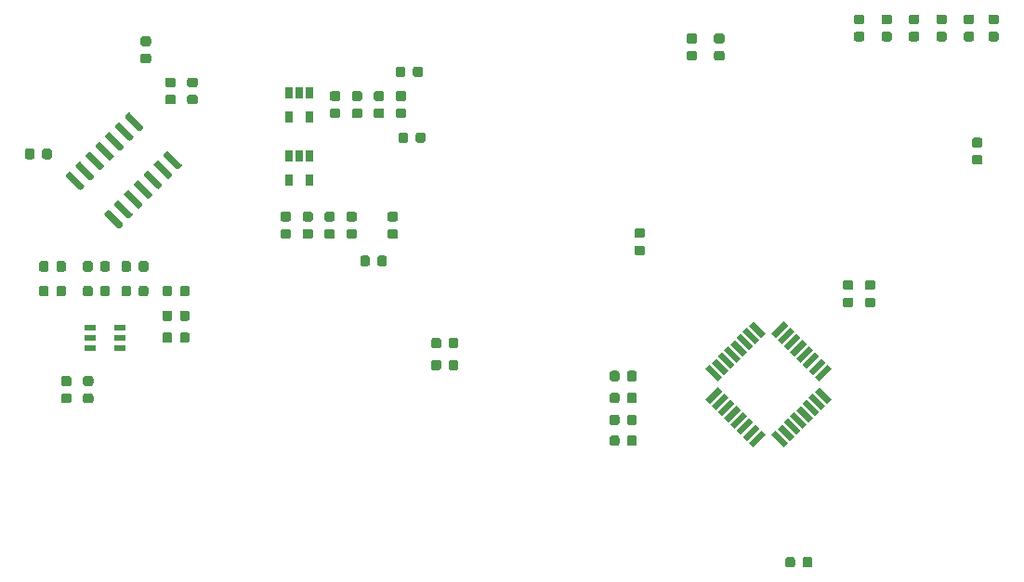
<source format=gtp>
G04 #@! TF.GenerationSoftware,KiCad,Pcbnew,(5.1.5)-3*
G04 #@! TF.CreationDate,2020-04-01T20:44:12+02:00*
G04 #@! TF.ProjectId,electro-load,656c6563-7472-46f2-9d6c-6f61642e6b69,rev?*
G04 #@! TF.SameCoordinates,Original*
G04 #@! TF.FileFunction,Paste,Top*
G04 #@! TF.FilePolarity,Positive*
%FSLAX46Y46*%
G04 Gerber Fmt 4.6, Leading zero omitted, Abs format (unit mm)*
G04 Created by KiCad (PCBNEW (5.1.5)-3) date 2020-04-01 20:44:12*
%MOMM*%
%LPD*%
G04 APERTURE LIST*
%ADD10C,0.100000*%
%ADD11R,0.650000X1.060000*%
%ADD12R,1.000000X0.550000*%
G04 APERTURE END LIST*
D10*
G36*
X62481572Y-60217305D02*
G01*
X62496133Y-60219465D01*
X62510412Y-60223042D01*
X62524272Y-60228001D01*
X62537579Y-60234295D01*
X62550205Y-60241863D01*
X62562028Y-60250631D01*
X62572935Y-60260517D01*
X63739661Y-61427243D01*
X63749547Y-61438150D01*
X63758315Y-61449973D01*
X63765883Y-61462599D01*
X63772177Y-61475906D01*
X63777136Y-61489766D01*
X63780713Y-61504045D01*
X63782873Y-61518606D01*
X63783595Y-61533309D01*
X63782873Y-61548012D01*
X63780713Y-61562573D01*
X63777136Y-61576852D01*
X63772177Y-61590712D01*
X63765883Y-61604019D01*
X63758315Y-61616645D01*
X63749547Y-61628468D01*
X63739661Y-61639375D01*
X63527529Y-61851507D01*
X63516622Y-61861393D01*
X63504799Y-61870161D01*
X63492173Y-61877729D01*
X63478866Y-61884023D01*
X63465006Y-61888982D01*
X63450727Y-61892559D01*
X63436166Y-61894719D01*
X63421463Y-61895441D01*
X63406760Y-61894719D01*
X63392199Y-61892559D01*
X63377920Y-61888982D01*
X63364060Y-61884023D01*
X63350753Y-61877729D01*
X63338127Y-61870161D01*
X63326304Y-61861393D01*
X63315397Y-61851507D01*
X62148671Y-60684781D01*
X62138785Y-60673874D01*
X62130017Y-60662051D01*
X62122449Y-60649425D01*
X62116155Y-60636118D01*
X62111196Y-60622258D01*
X62107619Y-60607979D01*
X62105459Y-60593418D01*
X62104737Y-60578715D01*
X62105459Y-60564012D01*
X62107619Y-60549451D01*
X62111196Y-60535172D01*
X62116155Y-60521312D01*
X62122449Y-60508005D01*
X62130017Y-60495379D01*
X62138785Y-60483556D01*
X62148671Y-60472649D01*
X62360803Y-60260517D01*
X62371710Y-60250631D01*
X62383533Y-60241863D01*
X62396159Y-60234295D01*
X62409466Y-60228001D01*
X62423326Y-60223042D01*
X62437605Y-60219465D01*
X62452166Y-60217305D01*
X62466869Y-60216583D01*
X62481572Y-60217305D01*
G37*
G36*
X61583547Y-61115331D02*
G01*
X61598108Y-61117491D01*
X61612387Y-61121068D01*
X61626247Y-61126027D01*
X61639554Y-61132321D01*
X61652180Y-61139889D01*
X61664003Y-61148657D01*
X61674910Y-61158543D01*
X62841636Y-62325269D01*
X62851522Y-62336176D01*
X62860290Y-62347999D01*
X62867858Y-62360625D01*
X62874152Y-62373932D01*
X62879111Y-62387792D01*
X62882688Y-62402071D01*
X62884848Y-62416632D01*
X62885570Y-62431335D01*
X62884848Y-62446038D01*
X62882688Y-62460599D01*
X62879111Y-62474878D01*
X62874152Y-62488738D01*
X62867858Y-62502045D01*
X62860290Y-62514671D01*
X62851522Y-62526494D01*
X62841636Y-62537401D01*
X62629504Y-62749533D01*
X62618597Y-62759419D01*
X62606774Y-62768187D01*
X62594148Y-62775755D01*
X62580841Y-62782049D01*
X62566981Y-62787008D01*
X62552702Y-62790585D01*
X62538141Y-62792745D01*
X62523438Y-62793467D01*
X62508735Y-62792745D01*
X62494174Y-62790585D01*
X62479895Y-62787008D01*
X62466035Y-62782049D01*
X62452728Y-62775755D01*
X62440102Y-62768187D01*
X62428279Y-62759419D01*
X62417372Y-62749533D01*
X61250646Y-61582807D01*
X61240760Y-61571900D01*
X61231992Y-61560077D01*
X61224424Y-61547451D01*
X61218130Y-61534144D01*
X61213171Y-61520284D01*
X61209594Y-61506005D01*
X61207434Y-61491444D01*
X61206712Y-61476741D01*
X61207434Y-61462038D01*
X61209594Y-61447477D01*
X61213171Y-61433198D01*
X61218130Y-61419338D01*
X61224424Y-61406031D01*
X61231992Y-61393405D01*
X61240760Y-61381582D01*
X61250646Y-61370675D01*
X61462778Y-61158543D01*
X61473685Y-61148657D01*
X61485508Y-61139889D01*
X61498134Y-61132321D01*
X61511441Y-61126027D01*
X61525301Y-61121068D01*
X61539580Y-61117491D01*
X61554141Y-61115331D01*
X61568844Y-61114609D01*
X61583547Y-61115331D01*
G37*
G36*
X60685521Y-62013357D02*
G01*
X60700082Y-62015517D01*
X60714361Y-62019094D01*
X60728221Y-62024053D01*
X60741528Y-62030347D01*
X60754154Y-62037915D01*
X60765977Y-62046683D01*
X60776884Y-62056569D01*
X61943610Y-63223295D01*
X61953496Y-63234202D01*
X61962264Y-63246025D01*
X61969832Y-63258651D01*
X61976126Y-63271958D01*
X61981085Y-63285818D01*
X61984662Y-63300097D01*
X61986822Y-63314658D01*
X61987544Y-63329361D01*
X61986822Y-63344064D01*
X61984662Y-63358625D01*
X61981085Y-63372904D01*
X61976126Y-63386764D01*
X61969832Y-63400071D01*
X61962264Y-63412697D01*
X61953496Y-63424520D01*
X61943610Y-63435427D01*
X61731478Y-63647559D01*
X61720571Y-63657445D01*
X61708748Y-63666213D01*
X61696122Y-63673781D01*
X61682815Y-63680075D01*
X61668955Y-63685034D01*
X61654676Y-63688611D01*
X61640115Y-63690771D01*
X61625412Y-63691493D01*
X61610709Y-63690771D01*
X61596148Y-63688611D01*
X61581869Y-63685034D01*
X61568009Y-63680075D01*
X61554702Y-63673781D01*
X61542076Y-63666213D01*
X61530253Y-63657445D01*
X61519346Y-63647559D01*
X60352620Y-62480833D01*
X60342734Y-62469926D01*
X60333966Y-62458103D01*
X60326398Y-62445477D01*
X60320104Y-62432170D01*
X60315145Y-62418310D01*
X60311568Y-62404031D01*
X60309408Y-62389470D01*
X60308686Y-62374767D01*
X60309408Y-62360064D01*
X60311568Y-62345503D01*
X60315145Y-62331224D01*
X60320104Y-62317364D01*
X60326398Y-62304057D01*
X60333966Y-62291431D01*
X60342734Y-62279608D01*
X60352620Y-62268701D01*
X60564752Y-62056569D01*
X60575659Y-62046683D01*
X60587482Y-62037915D01*
X60600108Y-62030347D01*
X60613415Y-62024053D01*
X60627275Y-62019094D01*
X60641554Y-62015517D01*
X60656115Y-62013357D01*
X60670818Y-62012635D01*
X60685521Y-62013357D01*
G37*
G36*
X59787495Y-62911382D02*
G01*
X59802056Y-62913542D01*
X59816335Y-62917119D01*
X59830195Y-62922078D01*
X59843502Y-62928372D01*
X59856128Y-62935940D01*
X59867951Y-62944708D01*
X59878858Y-62954594D01*
X61045584Y-64121320D01*
X61055470Y-64132227D01*
X61064238Y-64144050D01*
X61071806Y-64156676D01*
X61078100Y-64169983D01*
X61083059Y-64183843D01*
X61086636Y-64198122D01*
X61088796Y-64212683D01*
X61089518Y-64227386D01*
X61088796Y-64242089D01*
X61086636Y-64256650D01*
X61083059Y-64270929D01*
X61078100Y-64284789D01*
X61071806Y-64298096D01*
X61064238Y-64310722D01*
X61055470Y-64322545D01*
X61045584Y-64333452D01*
X60833452Y-64545584D01*
X60822545Y-64555470D01*
X60810722Y-64564238D01*
X60798096Y-64571806D01*
X60784789Y-64578100D01*
X60770929Y-64583059D01*
X60756650Y-64586636D01*
X60742089Y-64588796D01*
X60727386Y-64589518D01*
X60712683Y-64588796D01*
X60698122Y-64586636D01*
X60683843Y-64583059D01*
X60669983Y-64578100D01*
X60656676Y-64571806D01*
X60644050Y-64564238D01*
X60632227Y-64555470D01*
X60621320Y-64545584D01*
X59454594Y-63378858D01*
X59444708Y-63367951D01*
X59435940Y-63356128D01*
X59428372Y-63343502D01*
X59422078Y-63330195D01*
X59417119Y-63316335D01*
X59413542Y-63302056D01*
X59411382Y-63287495D01*
X59410660Y-63272792D01*
X59411382Y-63258089D01*
X59413542Y-63243528D01*
X59417119Y-63229249D01*
X59422078Y-63215389D01*
X59428372Y-63202082D01*
X59435940Y-63189456D01*
X59444708Y-63177633D01*
X59454594Y-63166726D01*
X59666726Y-62954594D01*
X59677633Y-62944708D01*
X59689456Y-62935940D01*
X59702082Y-62928372D01*
X59715389Y-62922078D01*
X59729249Y-62917119D01*
X59743528Y-62913542D01*
X59758089Y-62911382D01*
X59772792Y-62910660D01*
X59787495Y-62911382D01*
G37*
G36*
X58889470Y-63809408D02*
G01*
X58904031Y-63811568D01*
X58918310Y-63815145D01*
X58932170Y-63820104D01*
X58945477Y-63826398D01*
X58958103Y-63833966D01*
X58969926Y-63842734D01*
X58980833Y-63852620D01*
X60147559Y-65019346D01*
X60157445Y-65030253D01*
X60166213Y-65042076D01*
X60173781Y-65054702D01*
X60180075Y-65068009D01*
X60185034Y-65081869D01*
X60188611Y-65096148D01*
X60190771Y-65110709D01*
X60191493Y-65125412D01*
X60190771Y-65140115D01*
X60188611Y-65154676D01*
X60185034Y-65168955D01*
X60180075Y-65182815D01*
X60173781Y-65196122D01*
X60166213Y-65208748D01*
X60157445Y-65220571D01*
X60147559Y-65231478D01*
X59935427Y-65443610D01*
X59924520Y-65453496D01*
X59912697Y-65462264D01*
X59900071Y-65469832D01*
X59886764Y-65476126D01*
X59872904Y-65481085D01*
X59858625Y-65484662D01*
X59844064Y-65486822D01*
X59829361Y-65487544D01*
X59814658Y-65486822D01*
X59800097Y-65484662D01*
X59785818Y-65481085D01*
X59771958Y-65476126D01*
X59758651Y-65469832D01*
X59746025Y-65462264D01*
X59734202Y-65453496D01*
X59723295Y-65443610D01*
X58556569Y-64276884D01*
X58546683Y-64265977D01*
X58537915Y-64254154D01*
X58530347Y-64241528D01*
X58524053Y-64228221D01*
X58519094Y-64214361D01*
X58515517Y-64200082D01*
X58513357Y-64185521D01*
X58512635Y-64170818D01*
X58513357Y-64156115D01*
X58515517Y-64141554D01*
X58519094Y-64127275D01*
X58524053Y-64113415D01*
X58530347Y-64100108D01*
X58537915Y-64087482D01*
X58546683Y-64075659D01*
X58556569Y-64064752D01*
X58768701Y-63852620D01*
X58779608Y-63842734D01*
X58791431Y-63833966D01*
X58804057Y-63826398D01*
X58817364Y-63820104D01*
X58831224Y-63815145D01*
X58845503Y-63811568D01*
X58860064Y-63809408D01*
X58874767Y-63808686D01*
X58889470Y-63809408D01*
G37*
G36*
X57991444Y-64707434D02*
G01*
X58006005Y-64709594D01*
X58020284Y-64713171D01*
X58034144Y-64718130D01*
X58047451Y-64724424D01*
X58060077Y-64731992D01*
X58071900Y-64740760D01*
X58082807Y-64750646D01*
X59249533Y-65917372D01*
X59259419Y-65928279D01*
X59268187Y-65940102D01*
X59275755Y-65952728D01*
X59282049Y-65966035D01*
X59287008Y-65979895D01*
X59290585Y-65994174D01*
X59292745Y-66008735D01*
X59293467Y-66023438D01*
X59292745Y-66038141D01*
X59290585Y-66052702D01*
X59287008Y-66066981D01*
X59282049Y-66080841D01*
X59275755Y-66094148D01*
X59268187Y-66106774D01*
X59259419Y-66118597D01*
X59249533Y-66129504D01*
X59037401Y-66341636D01*
X59026494Y-66351522D01*
X59014671Y-66360290D01*
X59002045Y-66367858D01*
X58988738Y-66374152D01*
X58974878Y-66379111D01*
X58960599Y-66382688D01*
X58946038Y-66384848D01*
X58931335Y-66385570D01*
X58916632Y-66384848D01*
X58902071Y-66382688D01*
X58887792Y-66379111D01*
X58873932Y-66374152D01*
X58860625Y-66367858D01*
X58847999Y-66360290D01*
X58836176Y-66351522D01*
X58825269Y-66341636D01*
X57658543Y-65174910D01*
X57648657Y-65164003D01*
X57639889Y-65152180D01*
X57632321Y-65139554D01*
X57626027Y-65126247D01*
X57621068Y-65112387D01*
X57617491Y-65098108D01*
X57615331Y-65083547D01*
X57614609Y-65068844D01*
X57615331Y-65054141D01*
X57617491Y-65039580D01*
X57621068Y-65025301D01*
X57626027Y-65011441D01*
X57632321Y-64998134D01*
X57639889Y-64985508D01*
X57648657Y-64973685D01*
X57658543Y-64962778D01*
X57870675Y-64750646D01*
X57881582Y-64740760D01*
X57893405Y-64731992D01*
X57906031Y-64724424D01*
X57919338Y-64718130D01*
X57933198Y-64713171D01*
X57947477Y-64709594D01*
X57962038Y-64707434D01*
X57976741Y-64706712D01*
X57991444Y-64707434D01*
G37*
G36*
X57093418Y-65605459D02*
G01*
X57107979Y-65607619D01*
X57122258Y-65611196D01*
X57136118Y-65616155D01*
X57149425Y-65622449D01*
X57162051Y-65630017D01*
X57173874Y-65638785D01*
X57184781Y-65648671D01*
X58351507Y-66815397D01*
X58361393Y-66826304D01*
X58370161Y-66838127D01*
X58377729Y-66850753D01*
X58384023Y-66864060D01*
X58388982Y-66877920D01*
X58392559Y-66892199D01*
X58394719Y-66906760D01*
X58395441Y-66921463D01*
X58394719Y-66936166D01*
X58392559Y-66950727D01*
X58388982Y-66965006D01*
X58384023Y-66978866D01*
X58377729Y-66992173D01*
X58370161Y-67004799D01*
X58361393Y-67016622D01*
X58351507Y-67027529D01*
X58139375Y-67239661D01*
X58128468Y-67249547D01*
X58116645Y-67258315D01*
X58104019Y-67265883D01*
X58090712Y-67272177D01*
X58076852Y-67277136D01*
X58062573Y-67280713D01*
X58048012Y-67282873D01*
X58033309Y-67283595D01*
X58018606Y-67282873D01*
X58004045Y-67280713D01*
X57989766Y-67277136D01*
X57975906Y-67272177D01*
X57962599Y-67265883D01*
X57949973Y-67258315D01*
X57938150Y-67249547D01*
X57927243Y-67239661D01*
X56760517Y-66072935D01*
X56750631Y-66062028D01*
X56741863Y-66050205D01*
X56734295Y-66037579D01*
X56728001Y-66024272D01*
X56723042Y-66010412D01*
X56719465Y-65996133D01*
X56717305Y-65981572D01*
X56716583Y-65966869D01*
X56717305Y-65952166D01*
X56719465Y-65937605D01*
X56723042Y-65923326D01*
X56728001Y-65909466D01*
X56734295Y-65896159D01*
X56741863Y-65883533D01*
X56750631Y-65871710D01*
X56760517Y-65860803D01*
X56972649Y-65648671D01*
X56983556Y-65638785D01*
X56995379Y-65630017D01*
X57008005Y-65622449D01*
X57021312Y-65616155D01*
X57035172Y-65611196D01*
X57049451Y-65607619D01*
X57064012Y-65605459D01*
X57078715Y-65604737D01*
X57093418Y-65605459D01*
G37*
G36*
X53593240Y-62105281D02*
G01*
X53607801Y-62107441D01*
X53622080Y-62111018D01*
X53635940Y-62115977D01*
X53649247Y-62122271D01*
X53661873Y-62129839D01*
X53673696Y-62138607D01*
X53684603Y-62148493D01*
X54851329Y-63315219D01*
X54861215Y-63326126D01*
X54869983Y-63337949D01*
X54877551Y-63350575D01*
X54883845Y-63363882D01*
X54888804Y-63377742D01*
X54892381Y-63392021D01*
X54894541Y-63406582D01*
X54895263Y-63421285D01*
X54894541Y-63435988D01*
X54892381Y-63450549D01*
X54888804Y-63464828D01*
X54883845Y-63478688D01*
X54877551Y-63491995D01*
X54869983Y-63504621D01*
X54861215Y-63516444D01*
X54851329Y-63527351D01*
X54639197Y-63739483D01*
X54628290Y-63749369D01*
X54616467Y-63758137D01*
X54603841Y-63765705D01*
X54590534Y-63771999D01*
X54576674Y-63776958D01*
X54562395Y-63780535D01*
X54547834Y-63782695D01*
X54533131Y-63783417D01*
X54518428Y-63782695D01*
X54503867Y-63780535D01*
X54489588Y-63776958D01*
X54475728Y-63771999D01*
X54462421Y-63765705D01*
X54449795Y-63758137D01*
X54437972Y-63749369D01*
X54427065Y-63739483D01*
X53260339Y-62572757D01*
X53250453Y-62561850D01*
X53241685Y-62550027D01*
X53234117Y-62537401D01*
X53227823Y-62524094D01*
X53222864Y-62510234D01*
X53219287Y-62495955D01*
X53217127Y-62481394D01*
X53216405Y-62466691D01*
X53217127Y-62451988D01*
X53219287Y-62437427D01*
X53222864Y-62423148D01*
X53227823Y-62409288D01*
X53234117Y-62395981D01*
X53241685Y-62383355D01*
X53250453Y-62371532D01*
X53260339Y-62360625D01*
X53472471Y-62148493D01*
X53483378Y-62138607D01*
X53495201Y-62129839D01*
X53507827Y-62122271D01*
X53521134Y-62115977D01*
X53534994Y-62111018D01*
X53549273Y-62107441D01*
X53563834Y-62105281D01*
X53578537Y-62104559D01*
X53593240Y-62105281D01*
G37*
G36*
X54491265Y-61207255D02*
G01*
X54505826Y-61209415D01*
X54520105Y-61212992D01*
X54533965Y-61217951D01*
X54547272Y-61224245D01*
X54559898Y-61231813D01*
X54571721Y-61240581D01*
X54582628Y-61250467D01*
X55749354Y-62417193D01*
X55759240Y-62428100D01*
X55768008Y-62439923D01*
X55775576Y-62452549D01*
X55781870Y-62465856D01*
X55786829Y-62479716D01*
X55790406Y-62493995D01*
X55792566Y-62508556D01*
X55793288Y-62523259D01*
X55792566Y-62537962D01*
X55790406Y-62552523D01*
X55786829Y-62566802D01*
X55781870Y-62580662D01*
X55775576Y-62593969D01*
X55768008Y-62606595D01*
X55759240Y-62618418D01*
X55749354Y-62629325D01*
X55537222Y-62841457D01*
X55526315Y-62851343D01*
X55514492Y-62860111D01*
X55501866Y-62867679D01*
X55488559Y-62873973D01*
X55474699Y-62878932D01*
X55460420Y-62882509D01*
X55445859Y-62884669D01*
X55431156Y-62885391D01*
X55416453Y-62884669D01*
X55401892Y-62882509D01*
X55387613Y-62878932D01*
X55373753Y-62873973D01*
X55360446Y-62867679D01*
X55347820Y-62860111D01*
X55335997Y-62851343D01*
X55325090Y-62841457D01*
X54158364Y-61674731D01*
X54148478Y-61663824D01*
X54139710Y-61652001D01*
X54132142Y-61639375D01*
X54125848Y-61626068D01*
X54120889Y-61612208D01*
X54117312Y-61597929D01*
X54115152Y-61583368D01*
X54114430Y-61568665D01*
X54115152Y-61553962D01*
X54117312Y-61539401D01*
X54120889Y-61525122D01*
X54125848Y-61511262D01*
X54132142Y-61497955D01*
X54139710Y-61485329D01*
X54148478Y-61473506D01*
X54158364Y-61462599D01*
X54370496Y-61250467D01*
X54381403Y-61240581D01*
X54393226Y-61231813D01*
X54405852Y-61224245D01*
X54419159Y-61217951D01*
X54433019Y-61212992D01*
X54447298Y-61209415D01*
X54461859Y-61207255D01*
X54476562Y-61206533D01*
X54491265Y-61207255D01*
G37*
G36*
X55389291Y-60309229D02*
G01*
X55403852Y-60311389D01*
X55418131Y-60314966D01*
X55431991Y-60319925D01*
X55445298Y-60326219D01*
X55457924Y-60333787D01*
X55469747Y-60342555D01*
X55480654Y-60352441D01*
X56647380Y-61519167D01*
X56657266Y-61530074D01*
X56666034Y-61541897D01*
X56673602Y-61554523D01*
X56679896Y-61567830D01*
X56684855Y-61581690D01*
X56688432Y-61595969D01*
X56690592Y-61610530D01*
X56691314Y-61625233D01*
X56690592Y-61639936D01*
X56688432Y-61654497D01*
X56684855Y-61668776D01*
X56679896Y-61682636D01*
X56673602Y-61695943D01*
X56666034Y-61708569D01*
X56657266Y-61720392D01*
X56647380Y-61731299D01*
X56435248Y-61943431D01*
X56424341Y-61953317D01*
X56412518Y-61962085D01*
X56399892Y-61969653D01*
X56386585Y-61975947D01*
X56372725Y-61980906D01*
X56358446Y-61984483D01*
X56343885Y-61986643D01*
X56329182Y-61987365D01*
X56314479Y-61986643D01*
X56299918Y-61984483D01*
X56285639Y-61980906D01*
X56271779Y-61975947D01*
X56258472Y-61969653D01*
X56245846Y-61962085D01*
X56234023Y-61953317D01*
X56223116Y-61943431D01*
X55056390Y-60776705D01*
X55046504Y-60765798D01*
X55037736Y-60753975D01*
X55030168Y-60741349D01*
X55023874Y-60728042D01*
X55018915Y-60714182D01*
X55015338Y-60699903D01*
X55013178Y-60685342D01*
X55012456Y-60670639D01*
X55013178Y-60655936D01*
X55015338Y-60641375D01*
X55018915Y-60627096D01*
X55023874Y-60613236D01*
X55030168Y-60599929D01*
X55037736Y-60587303D01*
X55046504Y-60575480D01*
X55056390Y-60564573D01*
X55268522Y-60352441D01*
X55279429Y-60342555D01*
X55291252Y-60333787D01*
X55303878Y-60326219D01*
X55317185Y-60319925D01*
X55331045Y-60314966D01*
X55345324Y-60311389D01*
X55359885Y-60309229D01*
X55374588Y-60308507D01*
X55389291Y-60309229D01*
G37*
G36*
X56287317Y-59411204D02*
G01*
X56301878Y-59413364D01*
X56316157Y-59416941D01*
X56330017Y-59421900D01*
X56343324Y-59428194D01*
X56355950Y-59435762D01*
X56367773Y-59444530D01*
X56378680Y-59454416D01*
X57545406Y-60621142D01*
X57555292Y-60632049D01*
X57564060Y-60643872D01*
X57571628Y-60656498D01*
X57577922Y-60669805D01*
X57582881Y-60683665D01*
X57586458Y-60697944D01*
X57588618Y-60712505D01*
X57589340Y-60727208D01*
X57588618Y-60741911D01*
X57586458Y-60756472D01*
X57582881Y-60770751D01*
X57577922Y-60784611D01*
X57571628Y-60797918D01*
X57564060Y-60810544D01*
X57555292Y-60822367D01*
X57545406Y-60833274D01*
X57333274Y-61045406D01*
X57322367Y-61055292D01*
X57310544Y-61064060D01*
X57297918Y-61071628D01*
X57284611Y-61077922D01*
X57270751Y-61082881D01*
X57256472Y-61086458D01*
X57241911Y-61088618D01*
X57227208Y-61089340D01*
X57212505Y-61088618D01*
X57197944Y-61086458D01*
X57183665Y-61082881D01*
X57169805Y-61077922D01*
X57156498Y-61071628D01*
X57143872Y-61064060D01*
X57132049Y-61055292D01*
X57121142Y-61045406D01*
X55954416Y-59878680D01*
X55944530Y-59867773D01*
X55935762Y-59855950D01*
X55928194Y-59843324D01*
X55921900Y-59830017D01*
X55916941Y-59816157D01*
X55913364Y-59801878D01*
X55911204Y-59787317D01*
X55910482Y-59772614D01*
X55911204Y-59757911D01*
X55913364Y-59743350D01*
X55916941Y-59729071D01*
X55921900Y-59715211D01*
X55928194Y-59701904D01*
X55935762Y-59689278D01*
X55944530Y-59677455D01*
X55954416Y-59666548D01*
X56166548Y-59454416D01*
X56177455Y-59444530D01*
X56189278Y-59435762D01*
X56201904Y-59428194D01*
X56215211Y-59421900D01*
X56229071Y-59416941D01*
X56243350Y-59413364D01*
X56257911Y-59411204D01*
X56272614Y-59410482D01*
X56287317Y-59411204D01*
G37*
G36*
X57185342Y-58513178D02*
G01*
X57199903Y-58515338D01*
X57214182Y-58518915D01*
X57228042Y-58523874D01*
X57241349Y-58530168D01*
X57253975Y-58537736D01*
X57265798Y-58546504D01*
X57276705Y-58556390D01*
X58443431Y-59723116D01*
X58453317Y-59734023D01*
X58462085Y-59745846D01*
X58469653Y-59758472D01*
X58475947Y-59771779D01*
X58480906Y-59785639D01*
X58484483Y-59799918D01*
X58486643Y-59814479D01*
X58487365Y-59829182D01*
X58486643Y-59843885D01*
X58484483Y-59858446D01*
X58480906Y-59872725D01*
X58475947Y-59886585D01*
X58469653Y-59899892D01*
X58462085Y-59912518D01*
X58453317Y-59924341D01*
X58443431Y-59935248D01*
X58231299Y-60147380D01*
X58220392Y-60157266D01*
X58208569Y-60166034D01*
X58195943Y-60173602D01*
X58182636Y-60179896D01*
X58168776Y-60184855D01*
X58154497Y-60188432D01*
X58139936Y-60190592D01*
X58125233Y-60191314D01*
X58110530Y-60190592D01*
X58095969Y-60188432D01*
X58081690Y-60184855D01*
X58067830Y-60179896D01*
X58054523Y-60173602D01*
X58041897Y-60166034D01*
X58030074Y-60157266D01*
X58019167Y-60147380D01*
X56852441Y-58980654D01*
X56842555Y-58969747D01*
X56833787Y-58957924D01*
X56826219Y-58945298D01*
X56819925Y-58931991D01*
X56814966Y-58918131D01*
X56811389Y-58903852D01*
X56809229Y-58889291D01*
X56808507Y-58874588D01*
X56809229Y-58859885D01*
X56811389Y-58845324D01*
X56814966Y-58831045D01*
X56819925Y-58817185D01*
X56826219Y-58803878D01*
X56833787Y-58791252D01*
X56842555Y-58779429D01*
X56852441Y-58768522D01*
X57064573Y-58556390D01*
X57075480Y-58546504D01*
X57087303Y-58537736D01*
X57099929Y-58530168D01*
X57113236Y-58523874D01*
X57127096Y-58518915D01*
X57141375Y-58515338D01*
X57155936Y-58513178D01*
X57170639Y-58512456D01*
X57185342Y-58513178D01*
G37*
G36*
X58083368Y-57615152D02*
G01*
X58097929Y-57617312D01*
X58112208Y-57620889D01*
X58126068Y-57625848D01*
X58139375Y-57632142D01*
X58152001Y-57639710D01*
X58163824Y-57648478D01*
X58174731Y-57658364D01*
X59341457Y-58825090D01*
X59351343Y-58835997D01*
X59360111Y-58847820D01*
X59367679Y-58860446D01*
X59373973Y-58873753D01*
X59378932Y-58887613D01*
X59382509Y-58901892D01*
X59384669Y-58916453D01*
X59385391Y-58931156D01*
X59384669Y-58945859D01*
X59382509Y-58960420D01*
X59378932Y-58974699D01*
X59373973Y-58988559D01*
X59367679Y-59001866D01*
X59360111Y-59014492D01*
X59351343Y-59026315D01*
X59341457Y-59037222D01*
X59129325Y-59249354D01*
X59118418Y-59259240D01*
X59106595Y-59268008D01*
X59093969Y-59275576D01*
X59080662Y-59281870D01*
X59066802Y-59286829D01*
X59052523Y-59290406D01*
X59037962Y-59292566D01*
X59023259Y-59293288D01*
X59008556Y-59292566D01*
X58993995Y-59290406D01*
X58979716Y-59286829D01*
X58965856Y-59281870D01*
X58952549Y-59275576D01*
X58939923Y-59268008D01*
X58928100Y-59259240D01*
X58917193Y-59249354D01*
X57750467Y-58082628D01*
X57740581Y-58071721D01*
X57731813Y-58059898D01*
X57724245Y-58047272D01*
X57717951Y-58033965D01*
X57712992Y-58020105D01*
X57709415Y-58005826D01*
X57707255Y-57991265D01*
X57706533Y-57976562D01*
X57707255Y-57961859D01*
X57709415Y-57947298D01*
X57712992Y-57933019D01*
X57717951Y-57919159D01*
X57724245Y-57905852D01*
X57731813Y-57893226D01*
X57740581Y-57881403D01*
X57750467Y-57870496D01*
X57962599Y-57658364D01*
X57973506Y-57648478D01*
X57985329Y-57639710D01*
X57997955Y-57632142D01*
X58011262Y-57625848D01*
X58025122Y-57620889D01*
X58039401Y-57617312D01*
X58053962Y-57615152D01*
X58068665Y-57614430D01*
X58083368Y-57615152D01*
G37*
G36*
X58981394Y-56717127D02*
G01*
X58995955Y-56719287D01*
X59010234Y-56722864D01*
X59024094Y-56727823D01*
X59037401Y-56734117D01*
X59050027Y-56741685D01*
X59061850Y-56750453D01*
X59072757Y-56760339D01*
X60239483Y-57927065D01*
X60249369Y-57937972D01*
X60258137Y-57949795D01*
X60265705Y-57962421D01*
X60271999Y-57975728D01*
X60276958Y-57989588D01*
X60280535Y-58003867D01*
X60282695Y-58018428D01*
X60283417Y-58033131D01*
X60282695Y-58047834D01*
X60280535Y-58062395D01*
X60276958Y-58076674D01*
X60271999Y-58090534D01*
X60265705Y-58103841D01*
X60258137Y-58116467D01*
X60249369Y-58128290D01*
X60239483Y-58139197D01*
X60027351Y-58351329D01*
X60016444Y-58361215D01*
X60004621Y-58369983D01*
X59991995Y-58377551D01*
X59978688Y-58383845D01*
X59964828Y-58388804D01*
X59950549Y-58392381D01*
X59935988Y-58394541D01*
X59921285Y-58395263D01*
X59906582Y-58394541D01*
X59892021Y-58392381D01*
X59877742Y-58388804D01*
X59863882Y-58383845D01*
X59850575Y-58377551D01*
X59837949Y-58369983D01*
X59826126Y-58361215D01*
X59815219Y-58351329D01*
X58648493Y-57184603D01*
X58638607Y-57173696D01*
X58629839Y-57161873D01*
X58622271Y-57149247D01*
X58615977Y-57135940D01*
X58611018Y-57122080D01*
X58607441Y-57107801D01*
X58605281Y-57093240D01*
X58604559Y-57078537D01*
X58605281Y-57063834D01*
X58607441Y-57049273D01*
X58611018Y-57034994D01*
X58615977Y-57021134D01*
X58622271Y-57007827D01*
X58629839Y-56995201D01*
X58638607Y-56983378D01*
X58648493Y-56972471D01*
X58860625Y-56760339D01*
X58871532Y-56750453D01*
X58883355Y-56741685D01*
X58895981Y-56734117D01*
X58909288Y-56727823D01*
X58923148Y-56722864D01*
X58937427Y-56719287D01*
X58951988Y-56717127D01*
X58966691Y-56716405D01*
X58981394Y-56717127D01*
G37*
D11*
X75450000Y-62850000D03*
X73550000Y-62850000D03*
X73550000Y-60650000D03*
X74500000Y-60650000D03*
X75450000Y-60650000D03*
X75450000Y-57100000D03*
X73550000Y-57100000D03*
X73550000Y-54900000D03*
X74500000Y-54900000D03*
X75450000Y-54900000D03*
D12*
X55400000Y-78200000D03*
X55400000Y-77250000D03*
X55400000Y-76300000D03*
X58100000Y-78200000D03*
X58100000Y-77250000D03*
X58100000Y-76300000D03*
D10*
G36*
X113025037Y-80845926D02*
G01*
X112636128Y-81234835D01*
X111504757Y-80103464D01*
X111893666Y-79714555D01*
X113025037Y-80845926D01*
G37*
G36*
X113590723Y-80280241D02*
G01*
X113201814Y-80669150D01*
X112070443Y-79537779D01*
X112459352Y-79148870D01*
X113590723Y-80280241D01*
G37*
G36*
X114156408Y-79714555D02*
G01*
X113767499Y-80103464D01*
X112636128Y-78972093D01*
X113025037Y-78583184D01*
X114156408Y-79714555D01*
G37*
G36*
X114722093Y-79148870D02*
G01*
X114333184Y-79537779D01*
X113201813Y-78406408D01*
X113590722Y-78017499D01*
X114722093Y-79148870D01*
G37*
G36*
X115287779Y-78583184D02*
G01*
X114898870Y-78972093D01*
X113767499Y-77840722D01*
X114156408Y-77451813D01*
X115287779Y-78583184D01*
G37*
G36*
X115853464Y-78017499D02*
G01*
X115464555Y-78406408D01*
X114333184Y-77275037D01*
X114722093Y-76886128D01*
X115853464Y-78017499D01*
G37*
G36*
X116419150Y-77451814D02*
G01*
X116030241Y-77840723D01*
X114898870Y-76709352D01*
X115287779Y-76320443D01*
X116419150Y-77451814D01*
G37*
G36*
X116984835Y-76886128D02*
G01*
X116595926Y-77275037D01*
X115464555Y-76143666D01*
X115853464Y-75754757D01*
X116984835Y-76886128D01*
G37*
G36*
X117904074Y-77275037D02*
G01*
X117515165Y-76886128D01*
X118646536Y-75754757D01*
X119035445Y-76143666D01*
X117904074Y-77275037D01*
G37*
G36*
X118469759Y-77840723D02*
G01*
X118080850Y-77451814D01*
X119212221Y-76320443D01*
X119601130Y-76709352D01*
X118469759Y-77840723D01*
G37*
G36*
X119035445Y-78406408D02*
G01*
X118646536Y-78017499D01*
X119777907Y-76886128D01*
X120166816Y-77275037D01*
X119035445Y-78406408D01*
G37*
G36*
X119601130Y-78972093D02*
G01*
X119212221Y-78583184D01*
X120343592Y-77451813D01*
X120732501Y-77840722D01*
X119601130Y-78972093D01*
G37*
G36*
X120166816Y-79537779D02*
G01*
X119777907Y-79148870D01*
X120909278Y-78017499D01*
X121298187Y-78406408D01*
X120166816Y-79537779D01*
G37*
G36*
X120732501Y-80103464D02*
G01*
X120343592Y-79714555D01*
X121474963Y-78583184D01*
X121863872Y-78972093D01*
X120732501Y-80103464D01*
G37*
G36*
X121298186Y-80669150D02*
G01*
X120909277Y-80280241D01*
X122040648Y-79148870D01*
X122429557Y-79537779D01*
X121298186Y-80669150D01*
G37*
G36*
X121863872Y-81234835D02*
G01*
X121474963Y-80845926D01*
X122606334Y-79714555D01*
X122995243Y-80103464D01*
X121863872Y-81234835D01*
G37*
G36*
X122995243Y-82896536D02*
G01*
X122606334Y-83285445D01*
X121474963Y-82154074D01*
X121863872Y-81765165D01*
X122995243Y-82896536D01*
G37*
G36*
X122429557Y-83462221D02*
G01*
X122040648Y-83851130D01*
X120909277Y-82719759D01*
X121298186Y-82330850D01*
X122429557Y-83462221D01*
G37*
G36*
X121863872Y-84027907D02*
G01*
X121474963Y-84416816D01*
X120343592Y-83285445D01*
X120732501Y-82896536D01*
X121863872Y-84027907D01*
G37*
G36*
X121298187Y-84593592D02*
G01*
X120909278Y-84982501D01*
X119777907Y-83851130D01*
X120166816Y-83462221D01*
X121298187Y-84593592D01*
G37*
G36*
X120732501Y-85159278D02*
G01*
X120343592Y-85548187D01*
X119212221Y-84416816D01*
X119601130Y-84027907D01*
X120732501Y-85159278D01*
G37*
G36*
X120166816Y-85724963D02*
G01*
X119777907Y-86113872D01*
X118646536Y-84982501D01*
X119035445Y-84593592D01*
X120166816Y-85724963D01*
G37*
G36*
X119601130Y-86290648D02*
G01*
X119212221Y-86679557D01*
X118080850Y-85548186D01*
X118469759Y-85159277D01*
X119601130Y-86290648D01*
G37*
G36*
X119035445Y-86856334D02*
G01*
X118646536Y-87245243D01*
X117515165Y-86113872D01*
X117904074Y-85724963D01*
X119035445Y-86856334D01*
G37*
G36*
X115853464Y-87245243D02*
G01*
X115464555Y-86856334D01*
X116595926Y-85724963D01*
X116984835Y-86113872D01*
X115853464Y-87245243D01*
G37*
G36*
X115287779Y-86679557D02*
G01*
X114898870Y-86290648D01*
X116030241Y-85159277D01*
X116419150Y-85548186D01*
X115287779Y-86679557D01*
G37*
G36*
X114722093Y-86113872D02*
G01*
X114333184Y-85724963D01*
X115464555Y-84593592D01*
X115853464Y-84982501D01*
X114722093Y-86113872D01*
G37*
G36*
X114156408Y-85548187D02*
G01*
X113767499Y-85159278D01*
X114898870Y-84027907D01*
X115287779Y-84416816D01*
X114156408Y-85548187D01*
G37*
G36*
X113590722Y-84982501D02*
G01*
X113201813Y-84593592D01*
X114333184Y-83462221D01*
X114722093Y-83851130D01*
X113590722Y-84982501D01*
G37*
G36*
X113025037Y-84416816D02*
G01*
X112636128Y-84027907D01*
X113767499Y-82896536D01*
X114156408Y-83285445D01*
X113025037Y-84416816D01*
G37*
G36*
X112459352Y-83851130D02*
G01*
X112070443Y-83462221D01*
X113201814Y-82330850D01*
X113590723Y-82719759D01*
X112459352Y-83851130D01*
G37*
G36*
X111893666Y-83285445D02*
G01*
X111504757Y-82896536D01*
X112636128Y-81765165D01*
X113025037Y-82154074D01*
X111893666Y-83285445D01*
G37*
G36*
X135777691Y-47776053D02*
G01*
X135798926Y-47779203D01*
X135819750Y-47784419D01*
X135839962Y-47791651D01*
X135859368Y-47800830D01*
X135877781Y-47811866D01*
X135895024Y-47824654D01*
X135910930Y-47839070D01*
X135925346Y-47854976D01*
X135938134Y-47872219D01*
X135949170Y-47890632D01*
X135958349Y-47910038D01*
X135965581Y-47930250D01*
X135970797Y-47951074D01*
X135973947Y-47972309D01*
X135975000Y-47993750D01*
X135975000Y-48431250D01*
X135973947Y-48452691D01*
X135970797Y-48473926D01*
X135965581Y-48494750D01*
X135958349Y-48514962D01*
X135949170Y-48534368D01*
X135938134Y-48552781D01*
X135925346Y-48570024D01*
X135910930Y-48585930D01*
X135895024Y-48600346D01*
X135877781Y-48613134D01*
X135859368Y-48624170D01*
X135839962Y-48633349D01*
X135819750Y-48640581D01*
X135798926Y-48645797D01*
X135777691Y-48648947D01*
X135756250Y-48650000D01*
X135243750Y-48650000D01*
X135222309Y-48648947D01*
X135201074Y-48645797D01*
X135180250Y-48640581D01*
X135160038Y-48633349D01*
X135140632Y-48624170D01*
X135122219Y-48613134D01*
X135104976Y-48600346D01*
X135089070Y-48585930D01*
X135074654Y-48570024D01*
X135061866Y-48552781D01*
X135050830Y-48534368D01*
X135041651Y-48514962D01*
X135034419Y-48494750D01*
X135029203Y-48473926D01*
X135026053Y-48452691D01*
X135025000Y-48431250D01*
X135025000Y-47993750D01*
X135026053Y-47972309D01*
X135029203Y-47951074D01*
X135034419Y-47930250D01*
X135041651Y-47910038D01*
X135050830Y-47890632D01*
X135061866Y-47872219D01*
X135074654Y-47854976D01*
X135089070Y-47839070D01*
X135104976Y-47824654D01*
X135122219Y-47811866D01*
X135140632Y-47800830D01*
X135160038Y-47791651D01*
X135180250Y-47784419D01*
X135201074Y-47779203D01*
X135222309Y-47776053D01*
X135243750Y-47775000D01*
X135756250Y-47775000D01*
X135777691Y-47776053D01*
G37*
G36*
X135777691Y-49351053D02*
G01*
X135798926Y-49354203D01*
X135819750Y-49359419D01*
X135839962Y-49366651D01*
X135859368Y-49375830D01*
X135877781Y-49386866D01*
X135895024Y-49399654D01*
X135910930Y-49414070D01*
X135925346Y-49429976D01*
X135938134Y-49447219D01*
X135949170Y-49465632D01*
X135958349Y-49485038D01*
X135965581Y-49505250D01*
X135970797Y-49526074D01*
X135973947Y-49547309D01*
X135975000Y-49568750D01*
X135975000Y-50006250D01*
X135973947Y-50027691D01*
X135970797Y-50048926D01*
X135965581Y-50069750D01*
X135958349Y-50089962D01*
X135949170Y-50109368D01*
X135938134Y-50127781D01*
X135925346Y-50145024D01*
X135910930Y-50160930D01*
X135895024Y-50175346D01*
X135877781Y-50188134D01*
X135859368Y-50199170D01*
X135839962Y-50208349D01*
X135819750Y-50215581D01*
X135798926Y-50220797D01*
X135777691Y-50223947D01*
X135756250Y-50225000D01*
X135243750Y-50225000D01*
X135222309Y-50223947D01*
X135201074Y-50220797D01*
X135180250Y-50215581D01*
X135160038Y-50208349D01*
X135140632Y-50199170D01*
X135122219Y-50188134D01*
X135104976Y-50175346D01*
X135089070Y-50160930D01*
X135074654Y-50145024D01*
X135061866Y-50127781D01*
X135050830Y-50109368D01*
X135041651Y-50089962D01*
X135034419Y-50069750D01*
X135029203Y-50048926D01*
X135026053Y-50027691D01*
X135025000Y-50006250D01*
X135025000Y-49568750D01*
X135026053Y-49547309D01*
X135029203Y-49526074D01*
X135034419Y-49505250D01*
X135041651Y-49485038D01*
X135050830Y-49465632D01*
X135061866Y-49447219D01*
X135074654Y-49429976D01*
X135089070Y-49414070D01*
X135104976Y-49399654D01*
X135122219Y-49386866D01*
X135140632Y-49375830D01*
X135160038Y-49366651D01*
X135180250Y-49359419D01*
X135201074Y-49354203D01*
X135222309Y-49351053D01*
X135243750Y-49350000D01*
X135756250Y-49350000D01*
X135777691Y-49351053D01*
G37*
G36*
X130777691Y-49351053D02*
G01*
X130798926Y-49354203D01*
X130819750Y-49359419D01*
X130839962Y-49366651D01*
X130859368Y-49375830D01*
X130877781Y-49386866D01*
X130895024Y-49399654D01*
X130910930Y-49414070D01*
X130925346Y-49429976D01*
X130938134Y-49447219D01*
X130949170Y-49465632D01*
X130958349Y-49485038D01*
X130965581Y-49505250D01*
X130970797Y-49526074D01*
X130973947Y-49547309D01*
X130975000Y-49568750D01*
X130975000Y-50006250D01*
X130973947Y-50027691D01*
X130970797Y-50048926D01*
X130965581Y-50069750D01*
X130958349Y-50089962D01*
X130949170Y-50109368D01*
X130938134Y-50127781D01*
X130925346Y-50145024D01*
X130910930Y-50160930D01*
X130895024Y-50175346D01*
X130877781Y-50188134D01*
X130859368Y-50199170D01*
X130839962Y-50208349D01*
X130819750Y-50215581D01*
X130798926Y-50220797D01*
X130777691Y-50223947D01*
X130756250Y-50225000D01*
X130243750Y-50225000D01*
X130222309Y-50223947D01*
X130201074Y-50220797D01*
X130180250Y-50215581D01*
X130160038Y-50208349D01*
X130140632Y-50199170D01*
X130122219Y-50188134D01*
X130104976Y-50175346D01*
X130089070Y-50160930D01*
X130074654Y-50145024D01*
X130061866Y-50127781D01*
X130050830Y-50109368D01*
X130041651Y-50089962D01*
X130034419Y-50069750D01*
X130029203Y-50048926D01*
X130026053Y-50027691D01*
X130025000Y-50006250D01*
X130025000Y-49568750D01*
X130026053Y-49547309D01*
X130029203Y-49526074D01*
X130034419Y-49505250D01*
X130041651Y-49485038D01*
X130050830Y-49465632D01*
X130061866Y-49447219D01*
X130074654Y-49429976D01*
X130089070Y-49414070D01*
X130104976Y-49399654D01*
X130122219Y-49386866D01*
X130140632Y-49375830D01*
X130160038Y-49366651D01*
X130180250Y-49359419D01*
X130201074Y-49354203D01*
X130222309Y-49351053D01*
X130243750Y-49350000D01*
X130756250Y-49350000D01*
X130777691Y-49351053D01*
G37*
G36*
X130777691Y-47776053D02*
G01*
X130798926Y-47779203D01*
X130819750Y-47784419D01*
X130839962Y-47791651D01*
X130859368Y-47800830D01*
X130877781Y-47811866D01*
X130895024Y-47824654D01*
X130910930Y-47839070D01*
X130925346Y-47854976D01*
X130938134Y-47872219D01*
X130949170Y-47890632D01*
X130958349Y-47910038D01*
X130965581Y-47930250D01*
X130970797Y-47951074D01*
X130973947Y-47972309D01*
X130975000Y-47993750D01*
X130975000Y-48431250D01*
X130973947Y-48452691D01*
X130970797Y-48473926D01*
X130965581Y-48494750D01*
X130958349Y-48514962D01*
X130949170Y-48534368D01*
X130938134Y-48552781D01*
X130925346Y-48570024D01*
X130910930Y-48585930D01*
X130895024Y-48600346D01*
X130877781Y-48613134D01*
X130859368Y-48624170D01*
X130839962Y-48633349D01*
X130819750Y-48640581D01*
X130798926Y-48645797D01*
X130777691Y-48648947D01*
X130756250Y-48650000D01*
X130243750Y-48650000D01*
X130222309Y-48648947D01*
X130201074Y-48645797D01*
X130180250Y-48640581D01*
X130160038Y-48633349D01*
X130140632Y-48624170D01*
X130122219Y-48613134D01*
X130104976Y-48600346D01*
X130089070Y-48585930D01*
X130074654Y-48570024D01*
X130061866Y-48552781D01*
X130050830Y-48534368D01*
X130041651Y-48514962D01*
X130034419Y-48494750D01*
X130029203Y-48473926D01*
X130026053Y-48452691D01*
X130025000Y-48431250D01*
X130025000Y-47993750D01*
X130026053Y-47972309D01*
X130029203Y-47951074D01*
X130034419Y-47930250D01*
X130041651Y-47910038D01*
X130050830Y-47890632D01*
X130061866Y-47872219D01*
X130074654Y-47854976D01*
X130089070Y-47839070D01*
X130104976Y-47824654D01*
X130122219Y-47811866D01*
X130140632Y-47800830D01*
X130160038Y-47791651D01*
X130180250Y-47784419D01*
X130201074Y-47779203D01*
X130222309Y-47776053D01*
X130243750Y-47775000D01*
X130756250Y-47775000D01*
X130777691Y-47776053D01*
G37*
G36*
X133277691Y-49351053D02*
G01*
X133298926Y-49354203D01*
X133319750Y-49359419D01*
X133339962Y-49366651D01*
X133359368Y-49375830D01*
X133377781Y-49386866D01*
X133395024Y-49399654D01*
X133410930Y-49414070D01*
X133425346Y-49429976D01*
X133438134Y-49447219D01*
X133449170Y-49465632D01*
X133458349Y-49485038D01*
X133465581Y-49505250D01*
X133470797Y-49526074D01*
X133473947Y-49547309D01*
X133475000Y-49568750D01*
X133475000Y-50006250D01*
X133473947Y-50027691D01*
X133470797Y-50048926D01*
X133465581Y-50069750D01*
X133458349Y-50089962D01*
X133449170Y-50109368D01*
X133438134Y-50127781D01*
X133425346Y-50145024D01*
X133410930Y-50160930D01*
X133395024Y-50175346D01*
X133377781Y-50188134D01*
X133359368Y-50199170D01*
X133339962Y-50208349D01*
X133319750Y-50215581D01*
X133298926Y-50220797D01*
X133277691Y-50223947D01*
X133256250Y-50225000D01*
X132743750Y-50225000D01*
X132722309Y-50223947D01*
X132701074Y-50220797D01*
X132680250Y-50215581D01*
X132660038Y-50208349D01*
X132640632Y-50199170D01*
X132622219Y-50188134D01*
X132604976Y-50175346D01*
X132589070Y-50160930D01*
X132574654Y-50145024D01*
X132561866Y-50127781D01*
X132550830Y-50109368D01*
X132541651Y-50089962D01*
X132534419Y-50069750D01*
X132529203Y-50048926D01*
X132526053Y-50027691D01*
X132525000Y-50006250D01*
X132525000Y-49568750D01*
X132526053Y-49547309D01*
X132529203Y-49526074D01*
X132534419Y-49505250D01*
X132541651Y-49485038D01*
X132550830Y-49465632D01*
X132561866Y-49447219D01*
X132574654Y-49429976D01*
X132589070Y-49414070D01*
X132604976Y-49399654D01*
X132622219Y-49386866D01*
X132640632Y-49375830D01*
X132660038Y-49366651D01*
X132680250Y-49359419D01*
X132701074Y-49354203D01*
X132722309Y-49351053D01*
X132743750Y-49350000D01*
X133256250Y-49350000D01*
X133277691Y-49351053D01*
G37*
G36*
X133277691Y-47776053D02*
G01*
X133298926Y-47779203D01*
X133319750Y-47784419D01*
X133339962Y-47791651D01*
X133359368Y-47800830D01*
X133377781Y-47811866D01*
X133395024Y-47824654D01*
X133410930Y-47839070D01*
X133425346Y-47854976D01*
X133438134Y-47872219D01*
X133449170Y-47890632D01*
X133458349Y-47910038D01*
X133465581Y-47930250D01*
X133470797Y-47951074D01*
X133473947Y-47972309D01*
X133475000Y-47993750D01*
X133475000Y-48431250D01*
X133473947Y-48452691D01*
X133470797Y-48473926D01*
X133465581Y-48494750D01*
X133458349Y-48514962D01*
X133449170Y-48534368D01*
X133438134Y-48552781D01*
X133425346Y-48570024D01*
X133410930Y-48585930D01*
X133395024Y-48600346D01*
X133377781Y-48613134D01*
X133359368Y-48624170D01*
X133339962Y-48633349D01*
X133319750Y-48640581D01*
X133298926Y-48645797D01*
X133277691Y-48648947D01*
X133256250Y-48650000D01*
X132743750Y-48650000D01*
X132722309Y-48648947D01*
X132701074Y-48645797D01*
X132680250Y-48640581D01*
X132660038Y-48633349D01*
X132640632Y-48624170D01*
X132622219Y-48613134D01*
X132604976Y-48600346D01*
X132589070Y-48585930D01*
X132574654Y-48570024D01*
X132561866Y-48552781D01*
X132550830Y-48534368D01*
X132541651Y-48514962D01*
X132534419Y-48494750D01*
X132529203Y-48473926D01*
X132526053Y-48452691D01*
X132525000Y-48431250D01*
X132525000Y-47993750D01*
X132526053Y-47972309D01*
X132529203Y-47951074D01*
X132534419Y-47930250D01*
X132541651Y-47910038D01*
X132550830Y-47890632D01*
X132561866Y-47872219D01*
X132574654Y-47854976D01*
X132589070Y-47839070D01*
X132604976Y-47824654D01*
X132622219Y-47811866D01*
X132640632Y-47800830D01*
X132660038Y-47791651D01*
X132680250Y-47784419D01*
X132701074Y-47779203D01*
X132722309Y-47776053D01*
X132743750Y-47775000D01*
X133256250Y-47775000D01*
X133277691Y-47776053D01*
G37*
G36*
X64277691Y-72526053D02*
G01*
X64298926Y-72529203D01*
X64319750Y-72534419D01*
X64339962Y-72541651D01*
X64359368Y-72550830D01*
X64377781Y-72561866D01*
X64395024Y-72574654D01*
X64410930Y-72589070D01*
X64425346Y-72604976D01*
X64438134Y-72622219D01*
X64449170Y-72640632D01*
X64458349Y-72660038D01*
X64465581Y-72680250D01*
X64470797Y-72701074D01*
X64473947Y-72722309D01*
X64475000Y-72743750D01*
X64475000Y-73256250D01*
X64473947Y-73277691D01*
X64470797Y-73298926D01*
X64465581Y-73319750D01*
X64458349Y-73339962D01*
X64449170Y-73359368D01*
X64438134Y-73377781D01*
X64425346Y-73395024D01*
X64410930Y-73410930D01*
X64395024Y-73425346D01*
X64377781Y-73438134D01*
X64359368Y-73449170D01*
X64339962Y-73458349D01*
X64319750Y-73465581D01*
X64298926Y-73470797D01*
X64277691Y-73473947D01*
X64256250Y-73475000D01*
X63818750Y-73475000D01*
X63797309Y-73473947D01*
X63776074Y-73470797D01*
X63755250Y-73465581D01*
X63735038Y-73458349D01*
X63715632Y-73449170D01*
X63697219Y-73438134D01*
X63679976Y-73425346D01*
X63664070Y-73410930D01*
X63649654Y-73395024D01*
X63636866Y-73377781D01*
X63625830Y-73359368D01*
X63616651Y-73339962D01*
X63609419Y-73319750D01*
X63604203Y-73298926D01*
X63601053Y-73277691D01*
X63600000Y-73256250D01*
X63600000Y-72743750D01*
X63601053Y-72722309D01*
X63604203Y-72701074D01*
X63609419Y-72680250D01*
X63616651Y-72660038D01*
X63625830Y-72640632D01*
X63636866Y-72622219D01*
X63649654Y-72604976D01*
X63664070Y-72589070D01*
X63679976Y-72574654D01*
X63697219Y-72561866D01*
X63715632Y-72550830D01*
X63735038Y-72541651D01*
X63755250Y-72534419D01*
X63776074Y-72529203D01*
X63797309Y-72526053D01*
X63818750Y-72525000D01*
X64256250Y-72525000D01*
X64277691Y-72526053D01*
G37*
G36*
X62702691Y-72526053D02*
G01*
X62723926Y-72529203D01*
X62744750Y-72534419D01*
X62764962Y-72541651D01*
X62784368Y-72550830D01*
X62802781Y-72561866D01*
X62820024Y-72574654D01*
X62835930Y-72589070D01*
X62850346Y-72604976D01*
X62863134Y-72622219D01*
X62874170Y-72640632D01*
X62883349Y-72660038D01*
X62890581Y-72680250D01*
X62895797Y-72701074D01*
X62898947Y-72722309D01*
X62900000Y-72743750D01*
X62900000Y-73256250D01*
X62898947Y-73277691D01*
X62895797Y-73298926D01*
X62890581Y-73319750D01*
X62883349Y-73339962D01*
X62874170Y-73359368D01*
X62863134Y-73377781D01*
X62850346Y-73395024D01*
X62835930Y-73410930D01*
X62820024Y-73425346D01*
X62802781Y-73438134D01*
X62784368Y-73449170D01*
X62764962Y-73458349D01*
X62744750Y-73465581D01*
X62723926Y-73470797D01*
X62702691Y-73473947D01*
X62681250Y-73475000D01*
X62243750Y-73475000D01*
X62222309Y-73473947D01*
X62201074Y-73470797D01*
X62180250Y-73465581D01*
X62160038Y-73458349D01*
X62140632Y-73449170D01*
X62122219Y-73438134D01*
X62104976Y-73425346D01*
X62089070Y-73410930D01*
X62074654Y-73395024D01*
X62061866Y-73377781D01*
X62050830Y-73359368D01*
X62041651Y-73339962D01*
X62034419Y-73319750D01*
X62029203Y-73298926D01*
X62026053Y-73277691D01*
X62025000Y-73256250D01*
X62025000Y-72743750D01*
X62026053Y-72722309D01*
X62029203Y-72701074D01*
X62034419Y-72680250D01*
X62041651Y-72660038D01*
X62050830Y-72640632D01*
X62061866Y-72622219D01*
X62074654Y-72604976D01*
X62089070Y-72589070D01*
X62104976Y-72574654D01*
X62122219Y-72561866D01*
X62140632Y-72550830D01*
X62160038Y-72541651D01*
X62180250Y-72534419D01*
X62201074Y-72529203D01*
X62222309Y-72526053D01*
X62243750Y-72525000D01*
X62681250Y-72525000D01*
X62702691Y-72526053D01*
G37*
G36*
X63027691Y-53526053D02*
G01*
X63048926Y-53529203D01*
X63069750Y-53534419D01*
X63089962Y-53541651D01*
X63109368Y-53550830D01*
X63127781Y-53561866D01*
X63145024Y-53574654D01*
X63160930Y-53589070D01*
X63175346Y-53604976D01*
X63188134Y-53622219D01*
X63199170Y-53640632D01*
X63208349Y-53660038D01*
X63215581Y-53680250D01*
X63220797Y-53701074D01*
X63223947Y-53722309D01*
X63225000Y-53743750D01*
X63225000Y-54181250D01*
X63223947Y-54202691D01*
X63220797Y-54223926D01*
X63215581Y-54244750D01*
X63208349Y-54264962D01*
X63199170Y-54284368D01*
X63188134Y-54302781D01*
X63175346Y-54320024D01*
X63160930Y-54335930D01*
X63145024Y-54350346D01*
X63127781Y-54363134D01*
X63109368Y-54374170D01*
X63089962Y-54383349D01*
X63069750Y-54390581D01*
X63048926Y-54395797D01*
X63027691Y-54398947D01*
X63006250Y-54400000D01*
X62493750Y-54400000D01*
X62472309Y-54398947D01*
X62451074Y-54395797D01*
X62430250Y-54390581D01*
X62410038Y-54383349D01*
X62390632Y-54374170D01*
X62372219Y-54363134D01*
X62354976Y-54350346D01*
X62339070Y-54335930D01*
X62324654Y-54320024D01*
X62311866Y-54302781D01*
X62300830Y-54284368D01*
X62291651Y-54264962D01*
X62284419Y-54244750D01*
X62279203Y-54223926D01*
X62276053Y-54202691D01*
X62275000Y-54181250D01*
X62275000Y-53743750D01*
X62276053Y-53722309D01*
X62279203Y-53701074D01*
X62284419Y-53680250D01*
X62291651Y-53660038D01*
X62300830Y-53640632D01*
X62311866Y-53622219D01*
X62324654Y-53604976D01*
X62339070Y-53589070D01*
X62354976Y-53574654D01*
X62372219Y-53561866D01*
X62390632Y-53550830D01*
X62410038Y-53541651D01*
X62430250Y-53534419D01*
X62451074Y-53529203D01*
X62472309Y-53526053D01*
X62493750Y-53525000D01*
X63006250Y-53525000D01*
X63027691Y-53526053D01*
G37*
G36*
X63027691Y-55101053D02*
G01*
X63048926Y-55104203D01*
X63069750Y-55109419D01*
X63089962Y-55116651D01*
X63109368Y-55125830D01*
X63127781Y-55136866D01*
X63145024Y-55149654D01*
X63160930Y-55164070D01*
X63175346Y-55179976D01*
X63188134Y-55197219D01*
X63199170Y-55215632D01*
X63208349Y-55235038D01*
X63215581Y-55255250D01*
X63220797Y-55276074D01*
X63223947Y-55297309D01*
X63225000Y-55318750D01*
X63225000Y-55756250D01*
X63223947Y-55777691D01*
X63220797Y-55798926D01*
X63215581Y-55819750D01*
X63208349Y-55839962D01*
X63199170Y-55859368D01*
X63188134Y-55877781D01*
X63175346Y-55895024D01*
X63160930Y-55910930D01*
X63145024Y-55925346D01*
X63127781Y-55938134D01*
X63109368Y-55949170D01*
X63089962Y-55958349D01*
X63069750Y-55965581D01*
X63048926Y-55970797D01*
X63027691Y-55973947D01*
X63006250Y-55975000D01*
X62493750Y-55975000D01*
X62472309Y-55973947D01*
X62451074Y-55970797D01*
X62430250Y-55965581D01*
X62410038Y-55958349D01*
X62390632Y-55949170D01*
X62372219Y-55938134D01*
X62354976Y-55925346D01*
X62339070Y-55910930D01*
X62324654Y-55895024D01*
X62311866Y-55877781D01*
X62300830Y-55859368D01*
X62291651Y-55839962D01*
X62284419Y-55819750D01*
X62279203Y-55798926D01*
X62276053Y-55777691D01*
X62275000Y-55756250D01*
X62275000Y-55318750D01*
X62276053Y-55297309D01*
X62279203Y-55276074D01*
X62284419Y-55255250D01*
X62291651Y-55235038D01*
X62300830Y-55215632D01*
X62311866Y-55197219D01*
X62324654Y-55179976D01*
X62339070Y-55164070D01*
X62354976Y-55149654D01*
X62372219Y-55136866D01*
X62390632Y-55125830D01*
X62410038Y-55116651D01*
X62430250Y-55109419D01*
X62451074Y-55104203D01*
X62472309Y-55101053D01*
X62493750Y-55100000D01*
X63006250Y-55100000D01*
X63027691Y-55101053D01*
G37*
G36*
X51452691Y-70276053D02*
G01*
X51473926Y-70279203D01*
X51494750Y-70284419D01*
X51514962Y-70291651D01*
X51534368Y-70300830D01*
X51552781Y-70311866D01*
X51570024Y-70324654D01*
X51585930Y-70339070D01*
X51600346Y-70354976D01*
X51613134Y-70372219D01*
X51624170Y-70390632D01*
X51633349Y-70410038D01*
X51640581Y-70430250D01*
X51645797Y-70451074D01*
X51648947Y-70472309D01*
X51650000Y-70493750D01*
X51650000Y-71006250D01*
X51648947Y-71027691D01*
X51645797Y-71048926D01*
X51640581Y-71069750D01*
X51633349Y-71089962D01*
X51624170Y-71109368D01*
X51613134Y-71127781D01*
X51600346Y-71145024D01*
X51585930Y-71160930D01*
X51570024Y-71175346D01*
X51552781Y-71188134D01*
X51534368Y-71199170D01*
X51514962Y-71208349D01*
X51494750Y-71215581D01*
X51473926Y-71220797D01*
X51452691Y-71223947D01*
X51431250Y-71225000D01*
X50993750Y-71225000D01*
X50972309Y-71223947D01*
X50951074Y-71220797D01*
X50930250Y-71215581D01*
X50910038Y-71208349D01*
X50890632Y-71199170D01*
X50872219Y-71188134D01*
X50854976Y-71175346D01*
X50839070Y-71160930D01*
X50824654Y-71145024D01*
X50811866Y-71127781D01*
X50800830Y-71109368D01*
X50791651Y-71089962D01*
X50784419Y-71069750D01*
X50779203Y-71048926D01*
X50776053Y-71027691D01*
X50775000Y-71006250D01*
X50775000Y-70493750D01*
X50776053Y-70472309D01*
X50779203Y-70451074D01*
X50784419Y-70430250D01*
X50791651Y-70410038D01*
X50800830Y-70390632D01*
X50811866Y-70372219D01*
X50824654Y-70354976D01*
X50839070Y-70339070D01*
X50854976Y-70324654D01*
X50872219Y-70311866D01*
X50890632Y-70300830D01*
X50910038Y-70291651D01*
X50930250Y-70284419D01*
X50951074Y-70279203D01*
X50972309Y-70276053D01*
X50993750Y-70275000D01*
X51431250Y-70275000D01*
X51452691Y-70276053D01*
G37*
G36*
X53027691Y-70276053D02*
G01*
X53048926Y-70279203D01*
X53069750Y-70284419D01*
X53089962Y-70291651D01*
X53109368Y-70300830D01*
X53127781Y-70311866D01*
X53145024Y-70324654D01*
X53160930Y-70339070D01*
X53175346Y-70354976D01*
X53188134Y-70372219D01*
X53199170Y-70390632D01*
X53208349Y-70410038D01*
X53215581Y-70430250D01*
X53220797Y-70451074D01*
X53223947Y-70472309D01*
X53225000Y-70493750D01*
X53225000Y-71006250D01*
X53223947Y-71027691D01*
X53220797Y-71048926D01*
X53215581Y-71069750D01*
X53208349Y-71089962D01*
X53199170Y-71109368D01*
X53188134Y-71127781D01*
X53175346Y-71145024D01*
X53160930Y-71160930D01*
X53145024Y-71175346D01*
X53127781Y-71188134D01*
X53109368Y-71199170D01*
X53089962Y-71208349D01*
X53069750Y-71215581D01*
X53048926Y-71220797D01*
X53027691Y-71223947D01*
X53006250Y-71225000D01*
X52568750Y-71225000D01*
X52547309Y-71223947D01*
X52526074Y-71220797D01*
X52505250Y-71215581D01*
X52485038Y-71208349D01*
X52465632Y-71199170D01*
X52447219Y-71188134D01*
X52429976Y-71175346D01*
X52414070Y-71160930D01*
X52399654Y-71145024D01*
X52386866Y-71127781D01*
X52375830Y-71109368D01*
X52366651Y-71089962D01*
X52359419Y-71069750D01*
X52354203Y-71048926D01*
X52351053Y-71027691D01*
X52350000Y-71006250D01*
X52350000Y-70493750D01*
X52351053Y-70472309D01*
X52354203Y-70451074D01*
X52359419Y-70430250D01*
X52366651Y-70410038D01*
X52375830Y-70390632D01*
X52386866Y-70372219D01*
X52399654Y-70354976D01*
X52414070Y-70339070D01*
X52429976Y-70324654D01*
X52447219Y-70311866D01*
X52465632Y-70300830D01*
X52485038Y-70291651D01*
X52505250Y-70284419D01*
X52526074Y-70279203D01*
X52547309Y-70276053D01*
X52568750Y-70275000D01*
X53006250Y-70275000D01*
X53027691Y-70276053D01*
G37*
G36*
X58952691Y-70276053D02*
G01*
X58973926Y-70279203D01*
X58994750Y-70284419D01*
X59014962Y-70291651D01*
X59034368Y-70300830D01*
X59052781Y-70311866D01*
X59070024Y-70324654D01*
X59085930Y-70339070D01*
X59100346Y-70354976D01*
X59113134Y-70372219D01*
X59124170Y-70390632D01*
X59133349Y-70410038D01*
X59140581Y-70430250D01*
X59145797Y-70451074D01*
X59148947Y-70472309D01*
X59150000Y-70493750D01*
X59150000Y-71006250D01*
X59148947Y-71027691D01*
X59145797Y-71048926D01*
X59140581Y-71069750D01*
X59133349Y-71089962D01*
X59124170Y-71109368D01*
X59113134Y-71127781D01*
X59100346Y-71145024D01*
X59085930Y-71160930D01*
X59070024Y-71175346D01*
X59052781Y-71188134D01*
X59034368Y-71199170D01*
X59014962Y-71208349D01*
X58994750Y-71215581D01*
X58973926Y-71220797D01*
X58952691Y-71223947D01*
X58931250Y-71225000D01*
X58493750Y-71225000D01*
X58472309Y-71223947D01*
X58451074Y-71220797D01*
X58430250Y-71215581D01*
X58410038Y-71208349D01*
X58390632Y-71199170D01*
X58372219Y-71188134D01*
X58354976Y-71175346D01*
X58339070Y-71160930D01*
X58324654Y-71145024D01*
X58311866Y-71127781D01*
X58300830Y-71109368D01*
X58291651Y-71089962D01*
X58284419Y-71069750D01*
X58279203Y-71048926D01*
X58276053Y-71027691D01*
X58275000Y-71006250D01*
X58275000Y-70493750D01*
X58276053Y-70472309D01*
X58279203Y-70451074D01*
X58284419Y-70430250D01*
X58291651Y-70410038D01*
X58300830Y-70390632D01*
X58311866Y-70372219D01*
X58324654Y-70354976D01*
X58339070Y-70339070D01*
X58354976Y-70324654D01*
X58372219Y-70311866D01*
X58390632Y-70300830D01*
X58410038Y-70291651D01*
X58430250Y-70284419D01*
X58451074Y-70279203D01*
X58472309Y-70276053D01*
X58493750Y-70275000D01*
X58931250Y-70275000D01*
X58952691Y-70276053D01*
G37*
G36*
X60527691Y-70276053D02*
G01*
X60548926Y-70279203D01*
X60569750Y-70284419D01*
X60589962Y-70291651D01*
X60609368Y-70300830D01*
X60627781Y-70311866D01*
X60645024Y-70324654D01*
X60660930Y-70339070D01*
X60675346Y-70354976D01*
X60688134Y-70372219D01*
X60699170Y-70390632D01*
X60708349Y-70410038D01*
X60715581Y-70430250D01*
X60720797Y-70451074D01*
X60723947Y-70472309D01*
X60725000Y-70493750D01*
X60725000Y-71006250D01*
X60723947Y-71027691D01*
X60720797Y-71048926D01*
X60715581Y-71069750D01*
X60708349Y-71089962D01*
X60699170Y-71109368D01*
X60688134Y-71127781D01*
X60675346Y-71145024D01*
X60660930Y-71160930D01*
X60645024Y-71175346D01*
X60627781Y-71188134D01*
X60609368Y-71199170D01*
X60589962Y-71208349D01*
X60569750Y-71215581D01*
X60548926Y-71220797D01*
X60527691Y-71223947D01*
X60506250Y-71225000D01*
X60068750Y-71225000D01*
X60047309Y-71223947D01*
X60026074Y-71220797D01*
X60005250Y-71215581D01*
X59985038Y-71208349D01*
X59965632Y-71199170D01*
X59947219Y-71188134D01*
X59929976Y-71175346D01*
X59914070Y-71160930D01*
X59899654Y-71145024D01*
X59886866Y-71127781D01*
X59875830Y-71109368D01*
X59866651Y-71089962D01*
X59859419Y-71069750D01*
X59854203Y-71048926D01*
X59851053Y-71027691D01*
X59850000Y-71006250D01*
X59850000Y-70493750D01*
X59851053Y-70472309D01*
X59854203Y-70451074D01*
X59859419Y-70430250D01*
X59866651Y-70410038D01*
X59875830Y-70390632D01*
X59886866Y-70372219D01*
X59899654Y-70354976D01*
X59914070Y-70339070D01*
X59929976Y-70324654D01*
X59947219Y-70311866D01*
X59965632Y-70300830D01*
X59985038Y-70291651D01*
X60005250Y-70284419D01*
X60026074Y-70279203D01*
X60047309Y-70276053D01*
X60068750Y-70275000D01*
X60506250Y-70275000D01*
X60527691Y-70276053D01*
G37*
G36*
X65027691Y-53526053D02*
G01*
X65048926Y-53529203D01*
X65069750Y-53534419D01*
X65089962Y-53541651D01*
X65109368Y-53550830D01*
X65127781Y-53561866D01*
X65145024Y-53574654D01*
X65160930Y-53589070D01*
X65175346Y-53604976D01*
X65188134Y-53622219D01*
X65199170Y-53640632D01*
X65208349Y-53660038D01*
X65215581Y-53680250D01*
X65220797Y-53701074D01*
X65223947Y-53722309D01*
X65225000Y-53743750D01*
X65225000Y-54181250D01*
X65223947Y-54202691D01*
X65220797Y-54223926D01*
X65215581Y-54244750D01*
X65208349Y-54264962D01*
X65199170Y-54284368D01*
X65188134Y-54302781D01*
X65175346Y-54320024D01*
X65160930Y-54335930D01*
X65145024Y-54350346D01*
X65127781Y-54363134D01*
X65109368Y-54374170D01*
X65089962Y-54383349D01*
X65069750Y-54390581D01*
X65048926Y-54395797D01*
X65027691Y-54398947D01*
X65006250Y-54400000D01*
X64493750Y-54400000D01*
X64472309Y-54398947D01*
X64451074Y-54395797D01*
X64430250Y-54390581D01*
X64410038Y-54383349D01*
X64390632Y-54374170D01*
X64372219Y-54363134D01*
X64354976Y-54350346D01*
X64339070Y-54335930D01*
X64324654Y-54320024D01*
X64311866Y-54302781D01*
X64300830Y-54284368D01*
X64291651Y-54264962D01*
X64284419Y-54244750D01*
X64279203Y-54223926D01*
X64276053Y-54202691D01*
X64275000Y-54181250D01*
X64275000Y-53743750D01*
X64276053Y-53722309D01*
X64279203Y-53701074D01*
X64284419Y-53680250D01*
X64291651Y-53660038D01*
X64300830Y-53640632D01*
X64311866Y-53622219D01*
X64324654Y-53604976D01*
X64339070Y-53589070D01*
X64354976Y-53574654D01*
X64372219Y-53561866D01*
X64390632Y-53550830D01*
X64410038Y-53541651D01*
X64430250Y-53534419D01*
X64451074Y-53529203D01*
X64472309Y-53526053D01*
X64493750Y-53525000D01*
X65006250Y-53525000D01*
X65027691Y-53526053D01*
G37*
G36*
X65027691Y-55101053D02*
G01*
X65048926Y-55104203D01*
X65069750Y-55109419D01*
X65089962Y-55116651D01*
X65109368Y-55125830D01*
X65127781Y-55136866D01*
X65145024Y-55149654D01*
X65160930Y-55164070D01*
X65175346Y-55179976D01*
X65188134Y-55197219D01*
X65199170Y-55215632D01*
X65208349Y-55235038D01*
X65215581Y-55255250D01*
X65220797Y-55276074D01*
X65223947Y-55297309D01*
X65225000Y-55318750D01*
X65225000Y-55756250D01*
X65223947Y-55777691D01*
X65220797Y-55798926D01*
X65215581Y-55819750D01*
X65208349Y-55839962D01*
X65199170Y-55859368D01*
X65188134Y-55877781D01*
X65175346Y-55895024D01*
X65160930Y-55910930D01*
X65145024Y-55925346D01*
X65127781Y-55938134D01*
X65109368Y-55949170D01*
X65089962Y-55958349D01*
X65069750Y-55965581D01*
X65048926Y-55970797D01*
X65027691Y-55973947D01*
X65006250Y-55975000D01*
X64493750Y-55975000D01*
X64472309Y-55973947D01*
X64451074Y-55970797D01*
X64430250Y-55965581D01*
X64410038Y-55958349D01*
X64390632Y-55949170D01*
X64372219Y-55938134D01*
X64354976Y-55925346D01*
X64339070Y-55910930D01*
X64324654Y-55895024D01*
X64311866Y-55877781D01*
X64300830Y-55859368D01*
X64291651Y-55839962D01*
X64284419Y-55819750D01*
X64279203Y-55798926D01*
X64276053Y-55777691D01*
X64275000Y-55756250D01*
X64275000Y-55318750D01*
X64276053Y-55297309D01*
X64279203Y-55276074D01*
X64284419Y-55255250D01*
X64291651Y-55235038D01*
X64300830Y-55215632D01*
X64311866Y-55197219D01*
X64324654Y-55179976D01*
X64339070Y-55164070D01*
X64354976Y-55149654D01*
X64372219Y-55136866D01*
X64390632Y-55125830D01*
X64410038Y-55116651D01*
X64430250Y-55109419D01*
X64451074Y-55104203D01*
X64472309Y-55101053D01*
X64493750Y-55100000D01*
X65006250Y-55100000D01*
X65027691Y-55101053D01*
G37*
G36*
X57027691Y-72526053D02*
G01*
X57048926Y-72529203D01*
X57069750Y-72534419D01*
X57089962Y-72541651D01*
X57109368Y-72550830D01*
X57127781Y-72561866D01*
X57145024Y-72574654D01*
X57160930Y-72589070D01*
X57175346Y-72604976D01*
X57188134Y-72622219D01*
X57199170Y-72640632D01*
X57208349Y-72660038D01*
X57215581Y-72680250D01*
X57220797Y-72701074D01*
X57223947Y-72722309D01*
X57225000Y-72743750D01*
X57225000Y-73256250D01*
X57223947Y-73277691D01*
X57220797Y-73298926D01*
X57215581Y-73319750D01*
X57208349Y-73339962D01*
X57199170Y-73359368D01*
X57188134Y-73377781D01*
X57175346Y-73395024D01*
X57160930Y-73410930D01*
X57145024Y-73425346D01*
X57127781Y-73438134D01*
X57109368Y-73449170D01*
X57089962Y-73458349D01*
X57069750Y-73465581D01*
X57048926Y-73470797D01*
X57027691Y-73473947D01*
X57006250Y-73475000D01*
X56568750Y-73475000D01*
X56547309Y-73473947D01*
X56526074Y-73470797D01*
X56505250Y-73465581D01*
X56485038Y-73458349D01*
X56465632Y-73449170D01*
X56447219Y-73438134D01*
X56429976Y-73425346D01*
X56414070Y-73410930D01*
X56399654Y-73395024D01*
X56386866Y-73377781D01*
X56375830Y-73359368D01*
X56366651Y-73339962D01*
X56359419Y-73319750D01*
X56354203Y-73298926D01*
X56351053Y-73277691D01*
X56350000Y-73256250D01*
X56350000Y-72743750D01*
X56351053Y-72722309D01*
X56354203Y-72701074D01*
X56359419Y-72680250D01*
X56366651Y-72660038D01*
X56375830Y-72640632D01*
X56386866Y-72622219D01*
X56399654Y-72604976D01*
X56414070Y-72589070D01*
X56429976Y-72574654D01*
X56447219Y-72561866D01*
X56465632Y-72550830D01*
X56485038Y-72541651D01*
X56505250Y-72534419D01*
X56526074Y-72529203D01*
X56547309Y-72526053D01*
X56568750Y-72525000D01*
X57006250Y-72525000D01*
X57027691Y-72526053D01*
G37*
G36*
X55452691Y-72526053D02*
G01*
X55473926Y-72529203D01*
X55494750Y-72534419D01*
X55514962Y-72541651D01*
X55534368Y-72550830D01*
X55552781Y-72561866D01*
X55570024Y-72574654D01*
X55585930Y-72589070D01*
X55600346Y-72604976D01*
X55613134Y-72622219D01*
X55624170Y-72640632D01*
X55633349Y-72660038D01*
X55640581Y-72680250D01*
X55645797Y-72701074D01*
X55648947Y-72722309D01*
X55650000Y-72743750D01*
X55650000Y-73256250D01*
X55648947Y-73277691D01*
X55645797Y-73298926D01*
X55640581Y-73319750D01*
X55633349Y-73339962D01*
X55624170Y-73359368D01*
X55613134Y-73377781D01*
X55600346Y-73395024D01*
X55585930Y-73410930D01*
X55570024Y-73425346D01*
X55552781Y-73438134D01*
X55534368Y-73449170D01*
X55514962Y-73458349D01*
X55494750Y-73465581D01*
X55473926Y-73470797D01*
X55452691Y-73473947D01*
X55431250Y-73475000D01*
X54993750Y-73475000D01*
X54972309Y-73473947D01*
X54951074Y-73470797D01*
X54930250Y-73465581D01*
X54910038Y-73458349D01*
X54890632Y-73449170D01*
X54872219Y-73438134D01*
X54854976Y-73425346D01*
X54839070Y-73410930D01*
X54824654Y-73395024D01*
X54811866Y-73377781D01*
X54800830Y-73359368D01*
X54791651Y-73339962D01*
X54784419Y-73319750D01*
X54779203Y-73298926D01*
X54776053Y-73277691D01*
X54775000Y-73256250D01*
X54775000Y-72743750D01*
X54776053Y-72722309D01*
X54779203Y-72701074D01*
X54784419Y-72680250D01*
X54791651Y-72660038D01*
X54800830Y-72640632D01*
X54811866Y-72622219D01*
X54824654Y-72604976D01*
X54839070Y-72589070D01*
X54854976Y-72574654D01*
X54872219Y-72561866D01*
X54890632Y-72550830D01*
X54910038Y-72541651D01*
X54930250Y-72534419D01*
X54951074Y-72529203D01*
X54972309Y-72526053D01*
X54993750Y-72525000D01*
X55431250Y-72525000D01*
X55452691Y-72526053D01*
G37*
G36*
X60777691Y-49776053D02*
G01*
X60798926Y-49779203D01*
X60819750Y-49784419D01*
X60839962Y-49791651D01*
X60859368Y-49800830D01*
X60877781Y-49811866D01*
X60895024Y-49824654D01*
X60910930Y-49839070D01*
X60925346Y-49854976D01*
X60938134Y-49872219D01*
X60949170Y-49890632D01*
X60958349Y-49910038D01*
X60965581Y-49930250D01*
X60970797Y-49951074D01*
X60973947Y-49972309D01*
X60975000Y-49993750D01*
X60975000Y-50431250D01*
X60973947Y-50452691D01*
X60970797Y-50473926D01*
X60965581Y-50494750D01*
X60958349Y-50514962D01*
X60949170Y-50534368D01*
X60938134Y-50552781D01*
X60925346Y-50570024D01*
X60910930Y-50585930D01*
X60895024Y-50600346D01*
X60877781Y-50613134D01*
X60859368Y-50624170D01*
X60839962Y-50633349D01*
X60819750Y-50640581D01*
X60798926Y-50645797D01*
X60777691Y-50648947D01*
X60756250Y-50650000D01*
X60243750Y-50650000D01*
X60222309Y-50648947D01*
X60201074Y-50645797D01*
X60180250Y-50640581D01*
X60160038Y-50633349D01*
X60140632Y-50624170D01*
X60122219Y-50613134D01*
X60104976Y-50600346D01*
X60089070Y-50585930D01*
X60074654Y-50570024D01*
X60061866Y-50552781D01*
X60050830Y-50534368D01*
X60041651Y-50514962D01*
X60034419Y-50494750D01*
X60029203Y-50473926D01*
X60026053Y-50452691D01*
X60025000Y-50431250D01*
X60025000Y-49993750D01*
X60026053Y-49972309D01*
X60029203Y-49951074D01*
X60034419Y-49930250D01*
X60041651Y-49910038D01*
X60050830Y-49890632D01*
X60061866Y-49872219D01*
X60074654Y-49854976D01*
X60089070Y-49839070D01*
X60104976Y-49824654D01*
X60122219Y-49811866D01*
X60140632Y-49800830D01*
X60160038Y-49791651D01*
X60180250Y-49784419D01*
X60201074Y-49779203D01*
X60222309Y-49776053D01*
X60243750Y-49775000D01*
X60756250Y-49775000D01*
X60777691Y-49776053D01*
G37*
G36*
X60777691Y-51351053D02*
G01*
X60798926Y-51354203D01*
X60819750Y-51359419D01*
X60839962Y-51366651D01*
X60859368Y-51375830D01*
X60877781Y-51386866D01*
X60895024Y-51399654D01*
X60910930Y-51414070D01*
X60925346Y-51429976D01*
X60938134Y-51447219D01*
X60949170Y-51465632D01*
X60958349Y-51485038D01*
X60965581Y-51505250D01*
X60970797Y-51526074D01*
X60973947Y-51547309D01*
X60975000Y-51568750D01*
X60975000Y-52006250D01*
X60973947Y-52027691D01*
X60970797Y-52048926D01*
X60965581Y-52069750D01*
X60958349Y-52089962D01*
X60949170Y-52109368D01*
X60938134Y-52127781D01*
X60925346Y-52145024D01*
X60910930Y-52160930D01*
X60895024Y-52175346D01*
X60877781Y-52188134D01*
X60859368Y-52199170D01*
X60839962Y-52208349D01*
X60819750Y-52215581D01*
X60798926Y-52220797D01*
X60777691Y-52223947D01*
X60756250Y-52225000D01*
X60243750Y-52225000D01*
X60222309Y-52223947D01*
X60201074Y-52220797D01*
X60180250Y-52215581D01*
X60160038Y-52208349D01*
X60140632Y-52199170D01*
X60122219Y-52188134D01*
X60104976Y-52175346D01*
X60089070Y-52160930D01*
X60074654Y-52145024D01*
X60061866Y-52127781D01*
X60050830Y-52109368D01*
X60041651Y-52089962D01*
X60034419Y-52069750D01*
X60029203Y-52048926D01*
X60026053Y-52027691D01*
X60025000Y-52006250D01*
X60025000Y-51568750D01*
X60026053Y-51547309D01*
X60029203Y-51526074D01*
X60034419Y-51505250D01*
X60041651Y-51485038D01*
X60050830Y-51465632D01*
X60061866Y-51447219D01*
X60074654Y-51429976D01*
X60089070Y-51414070D01*
X60104976Y-51399654D01*
X60122219Y-51386866D01*
X60140632Y-51375830D01*
X60160038Y-51366651D01*
X60180250Y-51359419D01*
X60201074Y-51354203D01*
X60222309Y-51351053D01*
X60243750Y-51350000D01*
X60756250Y-51350000D01*
X60777691Y-51351053D01*
G37*
G36*
X51452691Y-72526053D02*
G01*
X51473926Y-72529203D01*
X51494750Y-72534419D01*
X51514962Y-72541651D01*
X51534368Y-72550830D01*
X51552781Y-72561866D01*
X51570024Y-72574654D01*
X51585930Y-72589070D01*
X51600346Y-72604976D01*
X51613134Y-72622219D01*
X51624170Y-72640632D01*
X51633349Y-72660038D01*
X51640581Y-72680250D01*
X51645797Y-72701074D01*
X51648947Y-72722309D01*
X51650000Y-72743750D01*
X51650000Y-73256250D01*
X51648947Y-73277691D01*
X51645797Y-73298926D01*
X51640581Y-73319750D01*
X51633349Y-73339962D01*
X51624170Y-73359368D01*
X51613134Y-73377781D01*
X51600346Y-73395024D01*
X51585930Y-73410930D01*
X51570024Y-73425346D01*
X51552781Y-73438134D01*
X51534368Y-73449170D01*
X51514962Y-73458349D01*
X51494750Y-73465581D01*
X51473926Y-73470797D01*
X51452691Y-73473947D01*
X51431250Y-73475000D01*
X50993750Y-73475000D01*
X50972309Y-73473947D01*
X50951074Y-73470797D01*
X50930250Y-73465581D01*
X50910038Y-73458349D01*
X50890632Y-73449170D01*
X50872219Y-73438134D01*
X50854976Y-73425346D01*
X50839070Y-73410930D01*
X50824654Y-73395024D01*
X50811866Y-73377781D01*
X50800830Y-73359368D01*
X50791651Y-73339962D01*
X50784419Y-73319750D01*
X50779203Y-73298926D01*
X50776053Y-73277691D01*
X50775000Y-73256250D01*
X50775000Y-72743750D01*
X50776053Y-72722309D01*
X50779203Y-72701074D01*
X50784419Y-72680250D01*
X50791651Y-72660038D01*
X50800830Y-72640632D01*
X50811866Y-72622219D01*
X50824654Y-72604976D01*
X50839070Y-72589070D01*
X50854976Y-72574654D01*
X50872219Y-72561866D01*
X50890632Y-72550830D01*
X50910038Y-72541651D01*
X50930250Y-72534419D01*
X50951074Y-72529203D01*
X50972309Y-72526053D01*
X50993750Y-72525000D01*
X51431250Y-72525000D01*
X51452691Y-72526053D01*
G37*
G36*
X53027691Y-72526053D02*
G01*
X53048926Y-72529203D01*
X53069750Y-72534419D01*
X53089962Y-72541651D01*
X53109368Y-72550830D01*
X53127781Y-72561866D01*
X53145024Y-72574654D01*
X53160930Y-72589070D01*
X53175346Y-72604976D01*
X53188134Y-72622219D01*
X53199170Y-72640632D01*
X53208349Y-72660038D01*
X53215581Y-72680250D01*
X53220797Y-72701074D01*
X53223947Y-72722309D01*
X53225000Y-72743750D01*
X53225000Y-73256250D01*
X53223947Y-73277691D01*
X53220797Y-73298926D01*
X53215581Y-73319750D01*
X53208349Y-73339962D01*
X53199170Y-73359368D01*
X53188134Y-73377781D01*
X53175346Y-73395024D01*
X53160930Y-73410930D01*
X53145024Y-73425346D01*
X53127781Y-73438134D01*
X53109368Y-73449170D01*
X53089962Y-73458349D01*
X53069750Y-73465581D01*
X53048926Y-73470797D01*
X53027691Y-73473947D01*
X53006250Y-73475000D01*
X52568750Y-73475000D01*
X52547309Y-73473947D01*
X52526074Y-73470797D01*
X52505250Y-73465581D01*
X52485038Y-73458349D01*
X52465632Y-73449170D01*
X52447219Y-73438134D01*
X52429976Y-73425346D01*
X52414070Y-73410930D01*
X52399654Y-73395024D01*
X52386866Y-73377781D01*
X52375830Y-73359368D01*
X52366651Y-73339962D01*
X52359419Y-73319750D01*
X52354203Y-73298926D01*
X52351053Y-73277691D01*
X52350000Y-73256250D01*
X52350000Y-72743750D01*
X52351053Y-72722309D01*
X52354203Y-72701074D01*
X52359419Y-72680250D01*
X52366651Y-72660038D01*
X52375830Y-72640632D01*
X52386866Y-72622219D01*
X52399654Y-72604976D01*
X52414070Y-72589070D01*
X52429976Y-72574654D01*
X52447219Y-72561866D01*
X52465632Y-72550830D01*
X52485038Y-72541651D01*
X52505250Y-72534419D01*
X52526074Y-72529203D01*
X52547309Y-72526053D01*
X52568750Y-72525000D01*
X53006250Y-72525000D01*
X53027691Y-72526053D01*
G37*
G36*
X113027691Y-51101053D02*
G01*
X113048926Y-51104203D01*
X113069750Y-51109419D01*
X113089962Y-51116651D01*
X113109368Y-51125830D01*
X113127781Y-51136866D01*
X113145024Y-51149654D01*
X113160930Y-51164070D01*
X113175346Y-51179976D01*
X113188134Y-51197219D01*
X113199170Y-51215632D01*
X113208349Y-51235038D01*
X113215581Y-51255250D01*
X113220797Y-51276074D01*
X113223947Y-51297309D01*
X113225000Y-51318750D01*
X113225000Y-51756250D01*
X113223947Y-51777691D01*
X113220797Y-51798926D01*
X113215581Y-51819750D01*
X113208349Y-51839962D01*
X113199170Y-51859368D01*
X113188134Y-51877781D01*
X113175346Y-51895024D01*
X113160930Y-51910930D01*
X113145024Y-51925346D01*
X113127781Y-51938134D01*
X113109368Y-51949170D01*
X113089962Y-51958349D01*
X113069750Y-51965581D01*
X113048926Y-51970797D01*
X113027691Y-51973947D01*
X113006250Y-51975000D01*
X112493750Y-51975000D01*
X112472309Y-51973947D01*
X112451074Y-51970797D01*
X112430250Y-51965581D01*
X112410038Y-51958349D01*
X112390632Y-51949170D01*
X112372219Y-51938134D01*
X112354976Y-51925346D01*
X112339070Y-51910930D01*
X112324654Y-51895024D01*
X112311866Y-51877781D01*
X112300830Y-51859368D01*
X112291651Y-51839962D01*
X112284419Y-51819750D01*
X112279203Y-51798926D01*
X112276053Y-51777691D01*
X112275000Y-51756250D01*
X112275000Y-51318750D01*
X112276053Y-51297309D01*
X112279203Y-51276074D01*
X112284419Y-51255250D01*
X112291651Y-51235038D01*
X112300830Y-51215632D01*
X112311866Y-51197219D01*
X112324654Y-51179976D01*
X112339070Y-51164070D01*
X112354976Y-51149654D01*
X112372219Y-51136866D01*
X112390632Y-51125830D01*
X112410038Y-51116651D01*
X112430250Y-51109419D01*
X112451074Y-51104203D01*
X112472309Y-51101053D01*
X112493750Y-51100000D01*
X113006250Y-51100000D01*
X113027691Y-51101053D01*
G37*
G36*
X113027691Y-49526053D02*
G01*
X113048926Y-49529203D01*
X113069750Y-49534419D01*
X113089962Y-49541651D01*
X113109368Y-49550830D01*
X113127781Y-49561866D01*
X113145024Y-49574654D01*
X113160930Y-49589070D01*
X113175346Y-49604976D01*
X113188134Y-49622219D01*
X113199170Y-49640632D01*
X113208349Y-49660038D01*
X113215581Y-49680250D01*
X113220797Y-49701074D01*
X113223947Y-49722309D01*
X113225000Y-49743750D01*
X113225000Y-50181250D01*
X113223947Y-50202691D01*
X113220797Y-50223926D01*
X113215581Y-50244750D01*
X113208349Y-50264962D01*
X113199170Y-50284368D01*
X113188134Y-50302781D01*
X113175346Y-50320024D01*
X113160930Y-50335930D01*
X113145024Y-50350346D01*
X113127781Y-50363134D01*
X113109368Y-50374170D01*
X113089962Y-50383349D01*
X113069750Y-50390581D01*
X113048926Y-50395797D01*
X113027691Y-50398947D01*
X113006250Y-50400000D01*
X112493750Y-50400000D01*
X112472309Y-50398947D01*
X112451074Y-50395797D01*
X112430250Y-50390581D01*
X112410038Y-50383349D01*
X112390632Y-50374170D01*
X112372219Y-50363134D01*
X112354976Y-50350346D01*
X112339070Y-50335930D01*
X112324654Y-50320024D01*
X112311866Y-50302781D01*
X112300830Y-50284368D01*
X112291651Y-50264962D01*
X112284419Y-50244750D01*
X112279203Y-50223926D01*
X112276053Y-50202691D01*
X112275000Y-50181250D01*
X112275000Y-49743750D01*
X112276053Y-49722309D01*
X112279203Y-49701074D01*
X112284419Y-49680250D01*
X112291651Y-49660038D01*
X112300830Y-49640632D01*
X112311866Y-49622219D01*
X112324654Y-49604976D01*
X112339070Y-49589070D01*
X112354976Y-49574654D01*
X112372219Y-49561866D01*
X112390632Y-49550830D01*
X112410038Y-49541651D01*
X112430250Y-49534419D01*
X112451074Y-49529203D01*
X112472309Y-49526053D01*
X112493750Y-49525000D01*
X113006250Y-49525000D01*
X113027691Y-49526053D01*
G37*
G36*
X110527691Y-51101053D02*
G01*
X110548926Y-51104203D01*
X110569750Y-51109419D01*
X110589962Y-51116651D01*
X110609368Y-51125830D01*
X110627781Y-51136866D01*
X110645024Y-51149654D01*
X110660930Y-51164070D01*
X110675346Y-51179976D01*
X110688134Y-51197219D01*
X110699170Y-51215632D01*
X110708349Y-51235038D01*
X110715581Y-51255250D01*
X110720797Y-51276074D01*
X110723947Y-51297309D01*
X110725000Y-51318750D01*
X110725000Y-51756250D01*
X110723947Y-51777691D01*
X110720797Y-51798926D01*
X110715581Y-51819750D01*
X110708349Y-51839962D01*
X110699170Y-51859368D01*
X110688134Y-51877781D01*
X110675346Y-51895024D01*
X110660930Y-51910930D01*
X110645024Y-51925346D01*
X110627781Y-51938134D01*
X110609368Y-51949170D01*
X110589962Y-51958349D01*
X110569750Y-51965581D01*
X110548926Y-51970797D01*
X110527691Y-51973947D01*
X110506250Y-51975000D01*
X109993750Y-51975000D01*
X109972309Y-51973947D01*
X109951074Y-51970797D01*
X109930250Y-51965581D01*
X109910038Y-51958349D01*
X109890632Y-51949170D01*
X109872219Y-51938134D01*
X109854976Y-51925346D01*
X109839070Y-51910930D01*
X109824654Y-51895024D01*
X109811866Y-51877781D01*
X109800830Y-51859368D01*
X109791651Y-51839962D01*
X109784419Y-51819750D01*
X109779203Y-51798926D01*
X109776053Y-51777691D01*
X109775000Y-51756250D01*
X109775000Y-51318750D01*
X109776053Y-51297309D01*
X109779203Y-51276074D01*
X109784419Y-51255250D01*
X109791651Y-51235038D01*
X109800830Y-51215632D01*
X109811866Y-51197219D01*
X109824654Y-51179976D01*
X109839070Y-51164070D01*
X109854976Y-51149654D01*
X109872219Y-51136866D01*
X109890632Y-51125830D01*
X109910038Y-51116651D01*
X109930250Y-51109419D01*
X109951074Y-51104203D01*
X109972309Y-51101053D01*
X109993750Y-51100000D01*
X110506250Y-51100000D01*
X110527691Y-51101053D01*
G37*
G36*
X110527691Y-49526053D02*
G01*
X110548926Y-49529203D01*
X110569750Y-49534419D01*
X110589962Y-49541651D01*
X110609368Y-49550830D01*
X110627781Y-49561866D01*
X110645024Y-49574654D01*
X110660930Y-49589070D01*
X110675346Y-49604976D01*
X110688134Y-49622219D01*
X110699170Y-49640632D01*
X110708349Y-49660038D01*
X110715581Y-49680250D01*
X110720797Y-49701074D01*
X110723947Y-49722309D01*
X110725000Y-49743750D01*
X110725000Y-50181250D01*
X110723947Y-50202691D01*
X110720797Y-50223926D01*
X110715581Y-50244750D01*
X110708349Y-50264962D01*
X110699170Y-50284368D01*
X110688134Y-50302781D01*
X110675346Y-50320024D01*
X110660930Y-50335930D01*
X110645024Y-50350346D01*
X110627781Y-50363134D01*
X110609368Y-50374170D01*
X110589962Y-50383349D01*
X110569750Y-50390581D01*
X110548926Y-50395797D01*
X110527691Y-50398947D01*
X110506250Y-50400000D01*
X109993750Y-50400000D01*
X109972309Y-50398947D01*
X109951074Y-50395797D01*
X109930250Y-50390581D01*
X109910038Y-50383349D01*
X109890632Y-50374170D01*
X109872219Y-50363134D01*
X109854976Y-50350346D01*
X109839070Y-50335930D01*
X109824654Y-50320024D01*
X109811866Y-50302781D01*
X109800830Y-50284368D01*
X109791651Y-50264962D01*
X109784419Y-50244750D01*
X109779203Y-50223926D01*
X109776053Y-50202691D01*
X109775000Y-50181250D01*
X109775000Y-49743750D01*
X109776053Y-49722309D01*
X109779203Y-49701074D01*
X109784419Y-49680250D01*
X109791651Y-49660038D01*
X109800830Y-49640632D01*
X109811866Y-49622219D01*
X109824654Y-49604976D01*
X109839070Y-49589070D01*
X109854976Y-49574654D01*
X109872219Y-49561866D01*
X109890632Y-49550830D01*
X109910038Y-49541651D01*
X109930250Y-49534419D01*
X109951074Y-49529203D01*
X109972309Y-49526053D01*
X109993750Y-49525000D01*
X110506250Y-49525000D01*
X110527691Y-49526053D01*
G37*
G36*
X58952691Y-72526053D02*
G01*
X58973926Y-72529203D01*
X58994750Y-72534419D01*
X59014962Y-72541651D01*
X59034368Y-72550830D01*
X59052781Y-72561866D01*
X59070024Y-72574654D01*
X59085930Y-72589070D01*
X59100346Y-72604976D01*
X59113134Y-72622219D01*
X59124170Y-72640632D01*
X59133349Y-72660038D01*
X59140581Y-72680250D01*
X59145797Y-72701074D01*
X59148947Y-72722309D01*
X59150000Y-72743750D01*
X59150000Y-73256250D01*
X59148947Y-73277691D01*
X59145797Y-73298926D01*
X59140581Y-73319750D01*
X59133349Y-73339962D01*
X59124170Y-73359368D01*
X59113134Y-73377781D01*
X59100346Y-73395024D01*
X59085930Y-73410930D01*
X59070024Y-73425346D01*
X59052781Y-73438134D01*
X59034368Y-73449170D01*
X59014962Y-73458349D01*
X58994750Y-73465581D01*
X58973926Y-73470797D01*
X58952691Y-73473947D01*
X58931250Y-73475000D01*
X58493750Y-73475000D01*
X58472309Y-73473947D01*
X58451074Y-73470797D01*
X58430250Y-73465581D01*
X58410038Y-73458349D01*
X58390632Y-73449170D01*
X58372219Y-73438134D01*
X58354976Y-73425346D01*
X58339070Y-73410930D01*
X58324654Y-73395024D01*
X58311866Y-73377781D01*
X58300830Y-73359368D01*
X58291651Y-73339962D01*
X58284419Y-73319750D01*
X58279203Y-73298926D01*
X58276053Y-73277691D01*
X58275000Y-73256250D01*
X58275000Y-72743750D01*
X58276053Y-72722309D01*
X58279203Y-72701074D01*
X58284419Y-72680250D01*
X58291651Y-72660038D01*
X58300830Y-72640632D01*
X58311866Y-72622219D01*
X58324654Y-72604976D01*
X58339070Y-72589070D01*
X58354976Y-72574654D01*
X58372219Y-72561866D01*
X58390632Y-72550830D01*
X58410038Y-72541651D01*
X58430250Y-72534419D01*
X58451074Y-72529203D01*
X58472309Y-72526053D01*
X58493750Y-72525000D01*
X58931250Y-72525000D01*
X58952691Y-72526053D01*
G37*
G36*
X60527691Y-72526053D02*
G01*
X60548926Y-72529203D01*
X60569750Y-72534419D01*
X60589962Y-72541651D01*
X60609368Y-72550830D01*
X60627781Y-72561866D01*
X60645024Y-72574654D01*
X60660930Y-72589070D01*
X60675346Y-72604976D01*
X60688134Y-72622219D01*
X60699170Y-72640632D01*
X60708349Y-72660038D01*
X60715581Y-72680250D01*
X60720797Y-72701074D01*
X60723947Y-72722309D01*
X60725000Y-72743750D01*
X60725000Y-73256250D01*
X60723947Y-73277691D01*
X60720797Y-73298926D01*
X60715581Y-73319750D01*
X60708349Y-73339962D01*
X60699170Y-73359368D01*
X60688134Y-73377781D01*
X60675346Y-73395024D01*
X60660930Y-73410930D01*
X60645024Y-73425346D01*
X60627781Y-73438134D01*
X60609368Y-73449170D01*
X60589962Y-73458349D01*
X60569750Y-73465581D01*
X60548926Y-73470797D01*
X60527691Y-73473947D01*
X60506250Y-73475000D01*
X60068750Y-73475000D01*
X60047309Y-73473947D01*
X60026074Y-73470797D01*
X60005250Y-73465581D01*
X59985038Y-73458349D01*
X59965632Y-73449170D01*
X59947219Y-73438134D01*
X59929976Y-73425346D01*
X59914070Y-73410930D01*
X59899654Y-73395024D01*
X59886866Y-73377781D01*
X59875830Y-73359368D01*
X59866651Y-73339962D01*
X59859419Y-73319750D01*
X59854203Y-73298926D01*
X59851053Y-73277691D01*
X59850000Y-73256250D01*
X59850000Y-72743750D01*
X59851053Y-72722309D01*
X59854203Y-72701074D01*
X59859419Y-72680250D01*
X59866651Y-72660038D01*
X59875830Y-72640632D01*
X59886866Y-72622219D01*
X59899654Y-72604976D01*
X59914070Y-72589070D01*
X59929976Y-72574654D01*
X59947219Y-72561866D01*
X59965632Y-72550830D01*
X59985038Y-72541651D01*
X60005250Y-72534419D01*
X60026074Y-72529203D01*
X60047309Y-72526053D01*
X60068750Y-72525000D01*
X60506250Y-72525000D01*
X60527691Y-72526053D01*
G37*
G36*
X136527691Y-60601053D02*
G01*
X136548926Y-60604203D01*
X136569750Y-60609419D01*
X136589962Y-60616651D01*
X136609368Y-60625830D01*
X136627781Y-60636866D01*
X136645024Y-60649654D01*
X136660930Y-60664070D01*
X136675346Y-60679976D01*
X136688134Y-60697219D01*
X136699170Y-60715632D01*
X136708349Y-60735038D01*
X136715581Y-60755250D01*
X136720797Y-60776074D01*
X136723947Y-60797309D01*
X136725000Y-60818750D01*
X136725000Y-61256250D01*
X136723947Y-61277691D01*
X136720797Y-61298926D01*
X136715581Y-61319750D01*
X136708349Y-61339962D01*
X136699170Y-61359368D01*
X136688134Y-61377781D01*
X136675346Y-61395024D01*
X136660930Y-61410930D01*
X136645024Y-61425346D01*
X136627781Y-61438134D01*
X136609368Y-61449170D01*
X136589962Y-61458349D01*
X136569750Y-61465581D01*
X136548926Y-61470797D01*
X136527691Y-61473947D01*
X136506250Y-61475000D01*
X135993750Y-61475000D01*
X135972309Y-61473947D01*
X135951074Y-61470797D01*
X135930250Y-61465581D01*
X135910038Y-61458349D01*
X135890632Y-61449170D01*
X135872219Y-61438134D01*
X135854976Y-61425346D01*
X135839070Y-61410930D01*
X135824654Y-61395024D01*
X135811866Y-61377781D01*
X135800830Y-61359368D01*
X135791651Y-61339962D01*
X135784419Y-61319750D01*
X135779203Y-61298926D01*
X135776053Y-61277691D01*
X135775000Y-61256250D01*
X135775000Y-60818750D01*
X135776053Y-60797309D01*
X135779203Y-60776074D01*
X135784419Y-60755250D01*
X135791651Y-60735038D01*
X135800830Y-60715632D01*
X135811866Y-60697219D01*
X135824654Y-60679976D01*
X135839070Y-60664070D01*
X135854976Y-60649654D01*
X135872219Y-60636866D01*
X135890632Y-60625830D01*
X135910038Y-60616651D01*
X135930250Y-60609419D01*
X135951074Y-60604203D01*
X135972309Y-60601053D01*
X135993750Y-60600000D01*
X136506250Y-60600000D01*
X136527691Y-60601053D01*
G37*
G36*
X136527691Y-59026053D02*
G01*
X136548926Y-59029203D01*
X136569750Y-59034419D01*
X136589962Y-59041651D01*
X136609368Y-59050830D01*
X136627781Y-59061866D01*
X136645024Y-59074654D01*
X136660930Y-59089070D01*
X136675346Y-59104976D01*
X136688134Y-59122219D01*
X136699170Y-59140632D01*
X136708349Y-59160038D01*
X136715581Y-59180250D01*
X136720797Y-59201074D01*
X136723947Y-59222309D01*
X136725000Y-59243750D01*
X136725000Y-59681250D01*
X136723947Y-59702691D01*
X136720797Y-59723926D01*
X136715581Y-59744750D01*
X136708349Y-59764962D01*
X136699170Y-59784368D01*
X136688134Y-59802781D01*
X136675346Y-59820024D01*
X136660930Y-59835930D01*
X136645024Y-59850346D01*
X136627781Y-59863134D01*
X136609368Y-59874170D01*
X136589962Y-59883349D01*
X136569750Y-59890581D01*
X136548926Y-59895797D01*
X136527691Y-59898947D01*
X136506250Y-59900000D01*
X135993750Y-59900000D01*
X135972309Y-59898947D01*
X135951074Y-59895797D01*
X135930250Y-59890581D01*
X135910038Y-59883349D01*
X135890632Y-59874170D01*
X135872219Y-59863134D01*
X135854976Y-59850346D01*
X135839070Y-59835930D01*
X135824654Y-59820024D01*
X135811866Y-59802781D01*
X135800830Y-59784368D01*
X135791651Y-59764962D01*
X135784419Y-59744750D01*
X135779203Y-59723926D01*
X135776053Y-59702691D01*
X135775000Y-59681250D01*
X135775000Y-59243750D01*
X135776053Y-59222309D01*
X135779203Y-59201074D01*
X135784419Y-59180250D01*
X135791651Y-59160038D01*
X135800830Y-59140632D01*
X135811866Y-59122219D01*
X135824654Y-59104976D01*
X135839070Y-59089070D01*
X135854976Y-59074654D01*
X135872219Y-59061866D01*
X135890632Y-59050830D01*
X135910038Y-59041651D01*
X135930250Y-59034419D01*
X135951074Y-59029203D01*
X135972309Y-59026053D01*
X135993750Y-59025000D01*
X136506250Y-59025000D01*
X136527691Y-59026053D01*
G37*
G36*
X105777691Y-67276053D02*
G01*
X105798926Y-67279203D01*
X105819750Y-67284419D01*
X105839962Y-67291651D01*
X105859368Y-67300830D01*
X105877781Y-67311866D01*
X105895024Y-67324654D01*
X105910930Y-67339070D01*
X105925346Y-67354976D01*
X105938134Y-67372219D01*
X105949170Y-67390632D01*
X105958349Y-67410038D01*
X105965581Y-67430250D01*
X105970797Y-67451074D01*
X105973947Y-67472309D01*
X105975000Y-67493750D01*
X105975000Y-67931250D01*
X105973947Y-67952691D01*
X105970797Y-67973926D01*
X105965581Y-67994750D01*
X105958349Y-68014962D01*
X105949170Y-68034368D01*
X105938134Y-68052781D01*
X105925346Y-68070024D01*
X105910930Y-68085930D01*
X105895024Y-68100346D01*
X105877781Y-68113134D01*
X105859368Y-68124170D01*
X105839962Y-68133349D01*
X105819750Y-68140581D01*
X105798926Y-68145797D01*
X105777691Y-68148947D01*
X105756250Y-68150000D01*
X105243750Y-68150000D01*
X105222309Y-68148947D01*
X105201074Y-68145797D01*
X105180250Y-68140581D01*
X105160038Y-68133349D01*
X105140632Y-68124170D01*
X105122219Y-68113134D01*
X105104976Y-68100346D01*
X105089070Y-68085930D01*
X105074654Y-68070024D01*
X105061866Y-68052781D01*
X105050830Y-68034368D01*
X105041651Y-68014962D01*
X105034419Y-67994750D01*
X105029203Y-67973926D01*
X105026053Y-67952691D01*
X105025000Y-67931250D01*
X105025000Y-67493750D01*
X105026053Y-67472309D01*
X105029203Y-67451074D01*
X105034419Y-67430250D01*
X105041651Y-67410038D01*
X105050830Y-67390632D01*
X105061866Y-67372219D01*
X105074654Y-67354976D01*
X105089070Y-67339070D01*
X105104976Y-67324654D01*
X105122219Y-67311866D01*
X105140632Y-67300830D01*
X105160038Y-67291651D01*
X105180250Y-67284419D01*
X105201074Y-67279203D01*
X105222309Y-67276053D01*
X105243750Y-67275000D01*
X105756250Y-67275000D01*
X105777691Y-67276053D01*
G37*
G36*
X105777691Y-68851053D02*
G01*
X105798926Y-68854203D01*
X105819750Y-68859419D01*
X105839962Y-68866651D01*
X105859368Y-68875830D01*
X105877781Y-68886866D01*
X105895024Y-68899654D01*
X105910930Y-68914070D01*
X105925346Y-68929976D01*
X105938134Y-68947219D01*
X105949170Y-68965632D01*
X105958349Y-68985038D01*
X105965581Y-69005250D01*
X105970797Y-69026074D01*
X105973947Y-69047309D01*
X105975000Y-69068750D01*
X105975000Y-69506250D01*
X105973947Y-69527691D01*
X105970797Y-69548926D01*
X105965581Y-69569750D01*
X105958349Y-69589962D01*
X105949170Y-69609368D01*
X105938134Y-69627781D01*
X105925346Y-69645024D01*
X105910930Y-69660930D01*
X105895024Y-69675346D01*
X105877781Y-69688134D01*
X105859368Y-69699170D01*
X105839962Y-69708349D01*
X105819750Y-69715581D01*
X105798926Y-69720797D01*
X105777691Y-69723947D01*
X105756250Y-69725000D01*
X105243750Y-69725000D01*
X105222309Y-69723947D01*
X105201074Y-69720797D01*
X105180250Y-69715581D01*
X105160038Y-69708349D01*
X105140632Y-69699170D01*
X105122219Y-69688134D01*
X105104976Y-69675346D01*
X105089070Y-69660930D01*
X105074654Y-69645024D01*
X105061866Y-69627781D01*
X105050830Y-69609368D01*
X105041651Y-69589962D01*
X105034419Y-69569750D01*
X105029203Y-69548926D01*
X105026053Y-69527691D01*
X105025000Y-69506250D01*
X105025000Y-69068750D01*
X105026053Y-69047309D01*
X105029203Y-69026074D01*
X105034419Y-69005250D01*
X105041651Y-68985038D01*
X105050830Y-68965632D01*
X105061866Y-68947219D01*
X105074654Y-68929976D01*
X105089070Y-68914070D01*
X105104976Y-68899654D01*
X105122219Y-68886866D01*
X105140632Y-68875830D01*
X105160038Y-68866651D01*
X105180250Y-68859419D01*
X105201074Y-68854203D01*
X105222309Y-68851053D01*
X105243750Y-68850000D01*
X105756250Y-68850000D01*
X105777691Y-68851053D01*
G37*
G36*
X119452691Y-97276053D02*
G01*
X119473926Y-97279203D01*
X119494750Y-97284419D01*
X119514962Y-97291651D01*
X119534368Y-97300830D01*
X119552781Y-97311866D01*
X119570024Y-97324654D01*
X119585930Y-97339070D01*
X119600346Y-97354976D01*
X119613134Y-97372219D01*
X119624170Y-97390632D01*
X119633349Y-97410038D01*
X119640581Y-97430250D01*
X119645797Y-97451074D01*
X119648947Y-97472309D01*
X119650000Y-97493750D01*
X119650000Y-98006250D01*
X119648947Y-98027691D01*
X119645797Y-98048926D01*
X119640581Y-98069750D01*
X119633349Y-98089962D01*
X119624170Y-98109368D01*
X119613134Y-98127781D01*
X119600346Y-98145024D01*
X119585930Y-98160930D01*
X119570024Y-98175346D01*
X119552781Y-98188134D01*
X119534368Y-98199170D01*
X119514962Y-98208349D01*
X119494750Y-98215581D01*
X119473926Y-98220797D01*
X119452691Y-98223947D01*
X119431250Y-98225000D01*
X118993750Y-98225000D01*
X118972309Y-98223947D01*
X118951074Y-98220797D01*
X118930250Y-98215581D01*
X118910038Y-98208349D01*
X118890632Y-98199170D01*
X118872219Y-98188134D01*
X118854976Y-98175346D01*
X118839070Y-98160930D01*
X118824654Y-98145024D01*
X118811866Y-98127781D01*
X118800830Y-98109368D01*
X118791651Y-98089962D01*
X118784419Y-98069750D01*
X118779203Y-98048926D01*
X118776053Y-98027691D01*
X118775000Y-98006250D01*
X118775000Y-97493750D01*
X118776053Y-97472309D01*
X118779203Y-97451074D01*
X118784419Y-97430250D01*
X118791651Y-97410038D01*
X118800830Y-97390632D01*
X118811866Y-97372219D01*
X118824654Y-97354976D01*
X118839070Y-97339070D01*
X118854976Y-97324654D01*
X118872219Y-97311866D01*
X118890632Y-97300830D01*
X118910038Y-97291651D01*
X118930250Y-97284419D01*
X118951074Y-97279203D01*
X118972309Y-97276053D01*
X118993750Y-97275000D01*
X119431250Y-97275000D01*
X119452691Y-97276053D01*
G37*
G36*
X121027691Y-97276053D02*
G01*
X121048926Y-97279203D01*
X121069750Y-97284419D01*
X121089962Y-97291651D01*
X121109368Y-97300830D01*
X121127781Y-97311866D01*
X121145024Y-97324654D01*
X121160930Y-97339070D01*
X121175346Y-97354976D01*
X121188134Y-97372219D01*
X121199170Y-97390632D01*
X121208349Y-97410038D01*
X121215581Y-97430250D01*
X121220797Y-97451074D01*
X121223947Y-97472309D01*
X121225000Y-97493750D01*
X121225000Y-98006250D01*
X121223947Y-98027691D01*
X121220797Y-98048926D01*
X121215581Y-98069750D01*
X121208349Y-98089962D01*
X121199170Y-98109368D01*
X121188134Y-98127781D01*
X121175346Y-98145024D01*
X121160930Y-98160930D01*
X121145024Y-98175346D01*
X121127781Y-98188134D01*
X121109368Y-98199170D01*
X121089962Y-98208349D01*
X121069750Y-98215581D01*
X121048926Y-98220797D01*
X121027691Y-98223947D01*
X121006250Y-98225000D01*
X120568750Y-98225000D01*
X120547309Y-98223947D01*
X120526074Y-98220797D01*
X120505250Y-98215581D01*
X120485038Y-98208349D01*
X120465632Y-98199170D01*
X120447219Y-98188134D01*
X120429976Y-98175346D01*
X120414070Y-98160930D01*
X120399654Y-98145024D01*
X120386866Y-98127781D01*
X120375830Y-98109368D01*
X120366651Y-98089962D01*
X120359419Y-98069750D01*
X120354203Y-98048926D01*
X120351053Y-98027691D01*
X120350000Y-98006250D01*
X120350000Y-97493750D01*
X120351053Y-97472309D01*
X120354203Y-97451074D01*
X120359419Y-97430250D01*
X120366651Y-97410038D01*
X120375830Y-97390632D01*
X120386866Y-97372219D01*
X120399654Y-97354976D01*
X120414070Y-97339070D01*
X120429976Y-97324654D01*
X120447219Y-97311866D01*
X120465632Y-97300830D01*
X120485038Y-97291651D01*
X120505250Y-97284419D01*
X120526074Y-97279203D01*
X120547309Y-97276053D01*
X120568750Y-97275000D01*
X121006250Y-97275000D01*
X121027691Y-97276053D01*
G37*
G36*
X80702691Y-69776053D02*
G01*
X80723926Y-69779203D01*
X80744750Y-69784419D01*
X80764962Y-69791651D01*
X80784368Y-69800830D01*
X80802781Y-69811866D01*
X80820024Y-69824654D01*
X80835930Y-69839070D01*
X80850346Y-69854976D01*
X80863134Y-69872219D01*
X80874170Y-69890632D01*
X80883349Y-69910038D01*
X80890581Y-69930250D01*
X80895797Y-69951074D01*
X80898947Y-69972309D01*
X80900000Y-69993750D01*
X80900000Y-70506250D01*
X80898947Y-70527691D01*
X80895797Y-70548926D01*
X80890581Y-70569750D01*
X80883349Y-70589962D01*
X80874170Y-70609368D01*
X80863134Y-70627781D01*
X80850346Y-70645024D01*
X80835930Y-70660930D01*
X80820024Y-70675346D01*
X80802781Y-70688134D01*
X80784368Y-70699170D01*
X80764962Y-70708349D01*
X80744750Y-70715581D01*
X80723926Y-70720797D01*
X80702691Y-70723947D01*
X80681250Y-70725000D01*
X80243750Y-70725000D01*
X80222309Y-70723947D01*
X80201074Y-70720797D01*
X80180250Y-70715581D01*
X80160038Y-70708349D01*
X80140632Y-70699170D01*
X80122219Y-70688134D01*
X80104976Y-70675346D01*
X80089070Y-70660930D01*
X80074654Y-70645024D01*
X80061866Y-70627781D01*
X80050830Y-70609368D01*
X80041651Y-70589962D01*
X80034419Y-70569750D01*
X80029203Y-70548926D01*
X80026053Y-70527691D01*
X80025000Y-70506250D01*
X80025000Y-69993750D01*
X80026053Y-69972309D01*
X80029203Y-69951074D01*
X80034419Y-69930250D01*
X80041651Y-69910038D01*
X80050830Y-69890632D01*
X80061866Y-69872219D01*
X80074654Y-69854976D01*
X80089070Y-69839070D01*
X80104976Y-69824654D01*
X80122219Y-69811866D01*
X80140632Y-69800830D01*
X80160038Y-69791651D01*
X80180250Y-69784419D01*
X80201074Y-69779203D01*
X80222309Y-69776053D01*
X80243750Y-69775000D01*
X80681250Y-69775000D01*
X80702691Y-69776053D01*
G37*
G36*
X82277691Y-69776053D02*
G01*
X82298926Y-69779203D01*
X82319750Y-69784419D01*
X82339962Y-69791651D01*
X82359368Y-69800830D01*
X82377781Y-69811866D01*
X82395024Y-69824654D01*
X82410930Y-69839070D01*
X82425346Y-69854976D01*
X82438134Y-69872219D01*
X82449170Y-69890632D01*
X82458349Y-69910038D01*
X82465581Y-69930250D01*
X82470797Y-69951074D01*
X82473947Y-69972309D01*
X82475000Y-69993750D01*
X82475000Y-70506250D01*
X82473947Y-70527691D01*
X82470797Y-70548926D01*
X82465581Y-70569750D01*
X82458349Y-70589962D01*
X82449170Y-70609368D01*
X82438134Y-70627781D01*
X82425346Y-70645024D01*
X82410930Y-70660930D01*
X82395024Y-70675346D01*
X82377781Y-70688134D01*
X82359368Y-70699170D01*
X82339962Y-70708349D01*
X82319750Y-70715581D01*
X82298926Y-70720797D01*
X82277691Y-70723947D01*
X82256250Y-70725000D01*
X81818750Y-70725000D01*
X81797309Y-70723947D01*
X81776074Y-70720797D01*
X81755250Y-70715581D01*
X81735038Y-70708349D01*
X81715632Y-70699170D01*
X81697219Y-70688134D01*
X81679976Y-70675346D01*
X81664070Y-70660930D01*
X81649654Y-70645024D01*
X81636866Y-70627781D01*
X81625830Y-70609368D01*
X81616651Y-70589962D01*
X81609419Y-70569750D01*
X81604203Y-70548926D01*
X81601053Y-70527691D01*
X81600000Y-70506250D01*
X81600000Y-69993750D01*
X81601053Y-69972309D01*
X81604203Y-69951074D01*
X81609419Y-69930250D01*
X81616651Y-69910038D01*
X81625830Y-69890632D01*
X81636866Y-69872219D01*
X81649654Y-69854976D01*
X81664070Y-69839070D01*
X81679976Y-69824654D01*
X81697219Y-69811866D01*
X81715632Y-69800830D01*
X81735038Y-69791651D01*
X81755250Y-69784419D01*
X81776074Y-69779203D01*
X81797309Y-69776053D01*
X81818750Y-69775000D01*
X82256250Y-69775000D01*
X82277691Y-69776053D01*
G37*
G36*
X79527691Y-67351053D02*
G01*
X79548926Y-67354203D01*
X79569750Y-67359419D01*
X79589962Y-67366651D01*
X79609368Y-67375830D01*
X79627781Y-67386866D01*
X79645024Y-67399654D01*
X79660930Y-67414070D01*
X79675346Y-67429976D01*
X79688134Y-67447219D01*
X79699170Y-67465632D01*
X79708349Y-67485038D01*
X79715581Y-67505250D01*
X79720797Y-67526074D01*
X79723947Y-67547309D01*
X79725000Y-67568750D01*
X79725000Y-68006250D01*
X79723947Y-68027691D01*
X79720797Y-68048926D01*
X79715581Y-68069750D01*
X79708349Y-68089962D01*
X79699170Y-68109368D01*
X79688134Y-68127781D01*
X79675346Y-68145024D01*
X79660930Y-68160930D01*
X79645024Y-68175346D01*
X79627781Y-68188134D01*
X79609368Y-68199170D01*
X79589962Y-68208349D01*
X79569750Y-68215581D01*
X79548926Y-68220797D01*
X79527691Y-68223947D01*
X79506250Y-68225000D01*
X78993750Y-68225000D01*
X78972309Y-68223947D01*
X78951074Y-68220797D01*
X78930250Y-68215581D01*
X78910038Y-68208349D01*
X78890632Y-68199170D01*
X78872219Y-68188134D01*
X78854976Y-68175346D01*
X78839070Y-68160930D01*
X78824654Y-68145024D01*
X78811866Y-68127781D01*
X78800830Y-68109368D01*
X78791651Y-68089962D01*
X78784419Y-68069750D01*
X78779203Y-68048926D01*
X78776053Y-68027691D01*
X78775000Y-68006250D01*
X78775000Y-67568750D01*
X78776053Y-67547309D01*
X78779203Y-67526074D01*
X78784419Y-67505250D01*
X78791651Y-67485038D01*
X78800830Y-67465632D01*
X78811866Y-67447219D01*
X78824654Y-67429976D01*
X78839070Y-67414070D01*
X78854976Y-67399654D01*
X78872219Y-67386866D01*
X78890632Y-67375830D01*
X78910038Y-67366651D01*
X78930250Y-67359419D01*
X78951074Y-67354203D01*
X78972309Y-67351053D01*
X78993750Y-67350000D01*
X79506250Y-67350000D01*
X79527691Y-67351053D01*
G37*
G36*
X79527691Y-65776053D02*
G01*
X79548926Y-65779203D01*
X79569750Y-65784419D01*
X79589962Y-65791651D01*
X79609368Y-65800830D01*
X79627781Y-65811866D01*
X79645024Y-65824654D01*
X79660930Y-65839070D01*
X79675346Y-65854976D01*
X79688134Y-65872219D01*
X79699170Y-65890632D01*
X79708349Y-65910038D01*
X79715581Y-65930250D01*
X79720797Y-65951074D01*
X79723947Y-65972309D01*
X79725000Y-65993750D01*
X79725000Y-66431250D01*
X79723947Y-66452691D01*
X79720797Y-66473926D01*
X79715581Y-66494750D01*
X79708349Y-66514962D01*
X79699170Y-66534368D01*
X79688134Y-66552781D01*
X79675346Y-66570024D01*
X79660930Y-66585930D01*
X79645024Y-66600346D01*
X79627781Y-66613134D01*
X79609368Y-66624170D01*
X79589962Y-66633349D01*
X79569750Y-66640581D01*
X79548926Y-66645797D01*
X79527691Y-66648947D01*
X79506250Y-66650000D01*
X78993750Y-66650000D01*
X78972309Y-66648947D01*
X78951074Y-66645797D01*
X78930250Y-66640581D01*
X78910038Y-66633349D01*
X78890632Y-66624170D01*
X78872219Y-66613134D01*
X78854976Y-66600346D01*
X78839070Y-66585930D01*
X78824654Y-66570024D01*
X78811866Y-66552781D01*
X78800830Y-66534368D01*
X78791651Y-66514962D01*
X78784419Y-66494750D01*
X78779203Y-66473926D01*
X78776053Y-66452691D01*
X78775000Y-66431250D01*
X78775000Y-65993750D01*
X78776053Y-65972309D01*
X78779203Y-65951074D01*
X78784419Y-65930250D01*
X78791651Y-65910038D01*
X78800830Y-65890632D01*
X78811866Y-65872219D01*
X78824654Y-65854976D01*
X78839070Y-65839070D01*
X78854976Y-65824654D01*
X78872219Y-65811866D01*
X78890632Y-65800830D01*
X78910038Y-65791651D01*
X78930250Y-65784419D01*
X78951074Y-65779203D01*
X78972309Y-65776053D01*
X78993750Y-65775000D01*
X79506250Y-65775000D01*
X79527691Y-65776053D01*
G37*
G36*
X73527691Y-67351053D02*
G01*
X73548926Y-67354203D01*
X73569750Y-67359419D01*
X73589962Y-67366651D01*
X73609368Y-67375830D01*
X73627781Y-67386866D01*
X73645024Y-67399654D01*
X73660930Y-67414070D01*
X73675346Y-67429976D01*
X73688134Y-67447219D01*
X73699170Y-67465632D01*
X73708349Y-67485038D01*
X73715581Y-67505250D01*
X73720797Y-67526074D01*
X73723947Y-67547309D01*
X73725000Y-67568750D01*
X73725000Y-68006250D01*
X73723947Y-68027691D01*
X73720797Y-68048926D01*
X73715581Y-68069750D01*
X73708349Y-68089962D01*
X73699170Y-68109368D01*
X73688134Y-68127781D01*
X73675346Y-68145024D01*
X73660930Y-68160930D01*
X73645024Y-68175346D01*
X73627781Y-68188134D01*
X73609368Y-68199170D01*
X73589962Y-68208349D01*
X73569750Y-68215581D01*
X73548926Y-68220797D01*
X73527691Y-68223947D01*
X73506250Y-68225000D01*
X72993750Y-68225000D01*
X72972309Y-68223947D01*
X72951074Y-68220797D01*
X72930250Y-68215581D01*
X72910038Y-68208349D01*
X72890632Y-68199170D01*
X72872219Y-68188134D01*
X72854976Y-68175346D01*
X72839070Y-68160930D01*
X72824654Y-68145024D01*
X72811866Y-68127781D01*
X72800830Y-68109368D01*
X72791651Y-68089962D01*
X72784419Y-68069750D01*
X72779203Y-68048926D01*
X72776053Y-68027691D01*
X72775000Y-68006250D01*
X72775000Y-67568750D01*
X72776053Y-67547309D01*
X72779203Y-67526074D01*
X72784419Y-67505250D01*
X72791651Y-67485038D01*
X72800830Y-67465632D01*
X72811866Y-67447219D01*
X72824654Y-67429976D01*
X72839070Y-67414070D01*
X72854976Y-67399654D01*
X72872219Y-67386866D01*
X72890632Y-67375830D01*
X72910038Y-67366651D01*
X72930250Y-67359419D01*
X72951074Y-67354203D01*
X72972309Y-67351053D01*
X72993750Y-67350000D01*
X73506250Y-67350000D01*
X73527691Y-67351053D01*
G37*
G36*
X73527691Y-65776053D02*
G01*
X73548926Y-65779203D01*
X73569750Y-65784419D01*
X73589962Y-65791651D01*
X73609368Y-65800830D01*
X73627781Y-65811866D01*
X73645024Y-65824654D01*
X73660930Y-65839070D01*
X73675346Y-65854976D01*
X73688134Y-65872219D01*
X73699170Y-65890632D01*
X73708349Y-65910038D01*
X73715581Y-65930250D01*
X73720797Y-65951074D01*
X73723947Y-65972309D01*
X73725000Y-65993750D01*
X73725000Y-66431250D01*
X73723947Y-66452691D01*
X73720797Y-66473926D01*
X73715581Y-66494750D01*
X73708349Y-66514962D01*
X73699170Y-66534368D01*
X73688134Y-66552781D01*
X73675346Y-66570024D01*
X73660930Y-66585930D01*
X73645024Y-66600346D01*
X73627781Y-66613134D01*
X73609368Y-66624170D01*
X73589962Y-66633349D01*
X73569750Y-66640581D01*
X73548926Y-66645797D01*
X73527691Y-66648947D01*
X73506250Y-66650000D01*
X72993750Y-66650000D01*
X72972309Y-66648947D01*
X72951074Y-66645797D01*
X72930250Y-66640581D01*
X72910038Y-66633349D01*
X72890632Y-66624170D01*
X72872219Y-66613134D01*
X72854976Y-66600346D01*
X72839070Y-66585930D01*
X72824654Y-66570024D01*
X72811866Y-66552781D01*
X72800830Y-66534368D01*
X72791651Y-66514962D01*
X72784419Y-66494750D01*
X72779203Y-66473926D01*
X72776053Y-66452691D01*
X72775000Y-66431250D01*
X72775000Y-65993750D01*
X72776053Y-65972309D01*
X72779203Y-65951074D01*
X72784419Y-65930250D01*
X72791651Y-65910038D01*
X72800830Y-65890632D01*
X72811866Y-65872219D01*
X72824654Y-65854976D01*
X72839070Y-65839070D01*
X72854976Y-65824654D01*
X72872219Y-65811866D01*
X72890632Y-65800830D01*
X72910038Y-65791651D01*
X72930250Y-65784419D01*
X72951074Y-65779203D01*
X72972309Y-65776053D01*
X72993750Y-65775000D01*
X73506250Y-65775000D01*
X73527691Y-65776053D01*
G37*
G36*
X87202691Y-77276053D02*
G01*
X87223926Y-77279203D01*
X87244750Y-77284419D01*
X87264962Y-77291651D01*
X87284368Y-77300830D01*
X87302781Y-77311866D01*
X87320024Y-77324654D01*
X87335930Y-77339070D01*
X87350346Y-77354976D01*
X87363134Y-77372219D01*
X87374170Y-77390632D01*
X87383349Y-77410038D01*
X87390581Y-77430250D01*
X87395797Y-77451074D01*
X87398947Y-77472309D01*
X87400000Y-77493750D01*
X87400000Y-78006250D01*
X87398947Y-78027691D01*
X87395797Y-78048926D01*
X87390581Y-78069750D01*
X87383349Y-78089962D01*
X87374170Y-78109368D01*
X87363134Y-78127781D01*
X87350346Y-78145024D01*
X87335930Y-78160930D01*
X87320024Y-78175346D01*
X87302781Y-78188134D01*
X87284368Y-78199170D01*
X87264962Y-78208349D01*
X87244750Y-78215581D01*
X87223926Y-78220797D01*
X87202691Y-78223947D01*
X87181250Y-78225000D01*
X86743750Y-78225000D01*
X86722309Y-78223947D01*
X86701074Y-78220797D01*
X86680250Y-78215581D01*
X86660038Y-78208349D01*
X86640632Y-78199170D01*
X86622219Y-78188134D01*
X86604976Y-78175346D01*
X86589070Y-78160930D01*
X86574654Y-78145024D01*
X86561866Y-78127781D01*
X86550830Y-78109368D01*
X86541651Y-78089962D01*
X86534419Y-78069750D01*
X86529203Y-78048926D01*
X86526053Y-78027691D01*
X86525000Y-78006250D01*
X86525000Y-77493750D01*
X86526053Y-77472309D01*
X86529203Y-77451074D01*
X86534419Y-77430250D01*
X86541651Y-77410038D01*
X86550830Y-77390632D01*
X86561866Y-77372219D01*
X86574654Y-77354976D01*
X86589070Y-77339070D01*
X86604976Y-77324654D01*
X86622219Y-77311866D01*
X86640632Y-77300830D01*
X86660038Y-77291651D01*
X86680250Y-77284419D01*
X86701074Y-77279203D01*
X86722309Y-77276053D01*
X86743750Y-77275000D01*
X87181250Y-77275000D01*
X87202691Y-77276053D01*
G37*
G36*
X88777691Y-77276053D02*
G01*
X88798926Y-77279203D01*
X88819750Y-77284419D01*
X88839962Y-77291651D01*
X88859368Y-77300830D01*
X88877781Y-77311866D01*
X88895024Y-77324654D01*
X88910930Y-77339070D01*
X88925346Y-77354976D01*
X88938134Y-77372219D01*
X88949170Y-77390632D01*
X88958349Y-77410038D01*
X88965581Y-77430250D01*
X88970797Y-77451074D01*
X88973947Y-77472309D01*
X88975000Y-77493750D01*
X88975000Y-78006250D01*
X88973947Y-78027691D01*
X88970797Y-78048926D01*
X88965581Y-78069750D01*
X88958349Y-78089962D01*
X88949170Y-78109368D01*
X88938134Y-78127781D01*
X88925346Y-78145024D01*
X88910930Y-78160930D01*
X88895024Y-78175346D01*
X88877781Y-78188134D01*
X88859368Y-78199170D01*
X88839962Y-78208349D01*
X88819750Y-78215581D01*
X88798926Y-78220797D01*
X88777691Y-78223947D01*
X88756250Y-78225000D01*
X88318750Y-78225000D01*
X88297309Y-78223947D01*
X88276074Y-78220797D01*
X88255250Y-78215581D01*
X88235038Y-78208349D01*
X88215632Y-78199170D01*
X88197219Y-78188134D01*
X88179976Y-78175346D01*
X88164070Y-78160930D01*
X88149654Y-78145024D01*
X88136866Y-78127781D01*
X88125830Y-78109368D01*
X88116651Y-78089962D01*
X88109419Y-78069750D01*
X88104203Y-78048926D01*
X88101053Y-78027691D01*
X88100000Y-78006250D01*
X88100000Y-77493750D01*
X88101053Y-77472309D01*
X88104203Y-77451074D01*
X88109419Y-77430250D01*
X88116651Y-77410038D01*
X88125830Y-77390632D01*
X88136866Y-77372219D01*
X88149654Y-77354976D01*
X88164070Y-77339070D01*
X88179976Y-77324654D01*
X88197219Y-77311866D01*
X88215632Y-77300830D01*
X88235038Y-77291651D01*
X88255250Y-77284419D01*
X88276074Y-77279203D01*
X88297309Y-77276053D01*
X88318750Y-77275000D01*
X88756250Y-77275000D01*
X88777691Y-77276053D01*
G37*
G36*
X75527691Y-67351053D02*
G01*
X75548926Y-67354203D01*
X75569750Y-67359419D01*
X75589962Y-67366651D01*
X75609368Y-67375830D01*
X75627781Y-67386866D01*
X75645024Y-67399654D01*
X75660930Y-67414070D01*
X75675346Y-67429976D01*
X75688134Y-67447219D01*
X75699170Y-67465632D01*
X75708349Y-67485038D01*
X75715581Y-67505250D01*
X75720797Y-67526074D01*
X75723947Y-67547309D01*
X75725000Y-67568750D01*
X75725000Y-68006250D01*
X75723947Y-68027691D01*
X75720797Y-68048926D01*
X75715581Y-68069750D01*
X75708349Y-68089962D01*
X75699170Y-68109368D01*
X75688134Y-68127781D01*
X75675346Y-68145024D01*
X75660930Y-68160930D01*
X75645024Y-68175346D01*
X75627781Y-68188134D01*
X75609368Y-68199170D01*
X75589962Y-68208349D01*
X75569750Y-68215581D01*
X75548926Y-68220797D01*
X75527691Y-68223947D01*
X75506250Y-68225000D01*
X74993750Y-68225000D01*
X74972309Y-68223947D01*
X74951074Y-68220797D01*
X74930250Y-68215581D01*
X74910038Y-68208349D01*
X74890632Y-68199170D01*
X74872219Y-68188134D01*
X74854976Y-68175346D01*
X74839070Y-68160930D01*
X74824654Y-68145024D01*
X74811866Y-68127781D01*
X74800830Y-68109368D01*
X74791651Y-68089962D01*
X74784419Y-68069750D01*
X74779203Y-68048926D01*
X74776053Y-68027691D01*
X74775000Y-68006250D01*
X74775000Y-67568750D01*
X74776053Y-67547309D01*
X74779203Y-67526074D01*
X74784419Y-67505250D01*
X74791651Y-67485038D01*
X74800830Y-67465632D01*
X74811866Y-67447219D01*
X74824654Y-67429976D01*
X74839070Y-67414070D01*
X74854976Y-67399654D01*
X74872219Y-67386866D01*
X74890632Y-67375830D01*
X74910038Y-67366651D01*
X74930250Y-67359419D01*
X74951074Y-67354203D01*
X74972309Y-67351053D01*
X74993750Y-67350000D01*
X75506250Y-67350000D01*
X75527691Y-67351053D01*
G37*
G36*
X75527691Y-65776053D02*
G01*
X75548926Y-65779203D01*
X75569750Y-65784419D01*
X75589962Y-65791651D01*
X75609368Y-65800830D01*
X75627781Y-65811866D01*
X75645024Y-65824654D01*
X75660930Y-65839070D01*
X75675346Y-65854976D01*
X75688134Y-65872219D01*
X75699170Y-65890632D01*
X75708349Y-65910038D01*
X75715581Y-65930250D01*
X75720797Y-65951074D01*
X75723947Y-65972309D01*
X75725000Y-65993750D01*
X75725000Y-66431250D01*
X75723947Y-66452691D01*
X75720797Y-66473926D01*
X75715581Y-66494750D01*
X75708349Y-66514962D01*
X75699170Y-66534368D01*
X75688134Y-66552781D01*
X75675346Y-66570024D01*
X75660930Y-66585930D01*
X75645024Y-66600346D01*
X75627781Y-66613134D01*
X75609368Y-66624170D01*
X75589962Y-66633349D01*
X75569750Y-66640581D01*
X75548926Y-66645797D01*
X75527691Y-66648947D01*
X75506250Y-66650000D01*
X74993750Y-66650000D01*
X74972309Y-66648947D01*
X74951074Y-66645797D01*
X74930250Y-66640581D01*
X74910038Y-66633349D01*
X74890632Y-66624170D01*
X74872219Y-66613134D01*
X74854976Y-66600346D01*
X74839070Y-66585930D01*
X74824654Y-66570024D01*
X74811866Y-66552781D01*
X74800830Y-66534368D01*
X74791651Y-66514962D01*
X74784419Y-66494750D01*
X74779203Y-66473926D01*
X74776053Y-66452691D01*
X74775000Y-66431250D01*
X74775000Y-65993750D01*
X74776053Y-65972309D01*
X74779203Y-65951074D01*
X74784419Y-65930250D01*
X74791651Y-65910038D01*
X74800830Y-65890632D01*
X74811866Y-65872219D01*
X74824654Y-65854976D01*
X74839070Y-65839070D01*
X74854976Y-65824654D01*
X74872219Y-65811866D01*
X74890632Y-65800830D01*
X74910038Y-65791651D01*
X74930250Y-65784419D01*
X74951074Y-65779203D01*
X74972309Y-65776053D01*
X74993750Y-65775000D01*
X75506250Y-65775000D01*
X75527691Y-65776053D01*
G37*
G36*
X84202691Y-58526053D02*
G01*
X84223926Y-58529203D01*
X84244750Y-58534419D01*
X84264962Y-58541651D01*
X84284368Y-58550830D01*
X84302781Y-58561866D01*
X84320024Y-58574654D01*
X84335930Y-58589070D01*
X84350346Y-58604976D01*
X84363134Y-58622219D01*
X84374170Y-58640632D01*
X84383349Y-58660038D01*
X84390581Y-58680250D01*
X84395797Y-58701074D01*
X84398947Y-58722309D01*
X84400000Y-58743750D01*
X84400000Y-59256250D01*
X84398947Y-59277691D01*
X84395797Y-59298926D01*
X84390581Y-59319750D01*
X84383349Y-59339962D01*
X84374170Y-59359368D01*
X84363134Y-59377781D01*
X84350346Y-59395024D01*
X84335930Y-59410930D01*
X84320024Y-59425346D01*
X84302781Y-59438134D01*
X84284368Y-59449170D01*
X84264962Y-59458349D01*
X84244750Y-59465581D01*
X84223926Y-59470797D01*
X84202691Y-59473947D01*
X84181250Y-59475000D01*
X83743750Y-59475000D01*
X83722309Y-59473947D01*
X83701074Y-59470797D01*
X83680250Y-59465581D01*
X83660038Y-59458349D01*
X83640632Y-59449170D01*
X83622219Y-59438134D01*
X83604976Y-59425346D01*
X83589070Y-59410930D01*
X83574654Y-59395024D01*
X83561866Y-59377781D01*
X83550830Y-59359368D01*
X83541651Y-59339962D01*
X83534419Y-59319750D01*
X83529203Y-59298926D01*
X83526053Y-59277691D01*
X83525000Y-59256250D01*
X83525000Y-58743750D01*
X83526053Y-58722309D01*
X83529203Y-58701074D01*
X83534419Y-58680250D01*
X83541651Y-58660038D01*
X83550830Y-58640632D01*
X83561866Y-58622219D01*
X83574654Y-58604976D01*
X83589070Y-58589070D01*
X83604976Y-58574654D01*
X83622219Y-58561866D01*
X83640632Y-58550830D01*
X83660038Y-58541651D01*
X83680250Y-58534419D01*
X83701074Y-58529203D01*
X83722309Y-58526053D01*
X83743750Y-58525000D01*
X84181250Y-58525000D01*
X84202691Y-58526053D01*
G37*
G36*
X85777691Y-58526053D02*
G01*
X85798926Y-58529203D01*
X85819750Y-58534419D01*
X85839962Y-58541651D01*
X85859368Y-58550830D01*
X85877781Y-58561866D01*
X85895024Y-58574654D01*
X85910930Y-58589070D01*
X85925346Y-58604976D01*
X85938134Y-58622219D01*
X85949170Y-58640632D01*
X85958349Y-58660038D01*
X85965581Y-58680250D01*
X85970797Y-58701074D01*
X85973947Y-58722309D01*
X85975000Y-58743750D01*
X85975000Y-59256250D01*
X85973947Y-59277691D01*
X85970797Y-59298926D01*
X85965581Y-59319750D01*
X85958349Y-59339962D01*
X85949170Y-59359368D01*
X85938134Y-59377781D01*
X85925346Y-59395024D01*
X85910930Y-59410930D01*
X85895024Y-59425346D01*
X85877781Y-59438134D01*
X85859368Y-59449170D01*
X85839962Y-59458349D01*
X85819750Y-59465581D01*
X85798926Y-59470797D01*
X85777691Y-59473947D01*
X85756250Y-59475000D01*
X85318750Y-59475000D01*
X85297309Y-59473947D01*
X85276074Y-59470797D01*
X85255250Y-59465581D01*
X85235038Y-59458349D01*
X85215632Y-59449170D01*
X85197219Y-59438134D01*
X85179976Y-59425346D01*
X85164070Y-59410930D01*
X85149654Y-59395024D01*
X85136866Y-59377781D01*
X85125830Y-59359368D01*
X85116651Y-59339962D01*
X85109419Y-59319750D01*
X85104203Y-59298926D01*
X85101053Y-59277691D01*
X85100000Y-59256250D01*
X85100000Y-58743750D01*
X85101053Y-58722309D01*
X85104203Y-58701074D01*
X85109419Y-58680250D01*
X85116651Y-58660038D01*
X85125830Y-58640632D01*
X85136866Y-58622219D01*
X85149654Y-58604976D01*
X85164070Y-58589070D01*
X85179976Y-58574654D01*
X85197219Y-58561866D01*
X85215632Y-58550830D01*
X85235038Y-58541651D01*
X85255250Y-58534419D01*
X85276074Y-58529203D01*
X85297309Y-58526053D01*
X85318750Y-58525000D01*
X85756250Y-58525000D01*
X85777691Y-58526053D01*
G37*
G36*
X84027691Y-54776053D02*
G01*
X84048926Y-54779203D01*
X84069750Y-54784419D01*
X84089962Y-54791651D01*
X84109368Y-54800830D01*
X84127781Y-54811866D01*
X84145024Y-54824654D01*
X84160930Y-54839070D01*
X84175346Y-54854976D01*
X84188134Y-54872219D01*
X84199170Y-54890632D01*
X84208349Y-54910038D01*
X84215581Y-54930250D01*
X84220797Y-54951074D01*
X84223947Y-54972309D01*
X84225000Y-54993750D01*
X84225000Y-55431250D01*
X84223947Y-55452691D01*
X84220797Y-55473926D01*
X84215581Y-55494750D01*
X84208349Y-55514962D01*
X84199170Y-55534368D01*
X84188134Y-55552781D01*
X84175346Y-55570024D01*
X84160930Y-55585930D01*
X84145024Y-55600346D01*
X84127781Y-55613134D01*
X84109368Y-55624170D01*
X84089962Y-55633349D01*
X84069750Y-55640581D01*
X84048926Y-55645797D01*
X84027691Y-55648947D01*
X84006250Y-55650000D01*
X83493750Y-55650000D01*
X83472309Y-55648947D01*
X83451074Y-55645797D01*
X83430250Y-55640581D01*
X83410038Y-55633349D01*
X83390632Y-55624170D01*
X83372219Y-55613134D01*
X83354976Y-55600346D01*
X83339070Y-55585930D01*
X83324654Y-55570024D01*
X83311866Y-55552781D01*
X83300830Y-55534368D01*
X83291651Y-55514962D01*
X83284419Y-55494750D01*
X83279203Y-55473926D01*
X83276053Y-55452691D01*
X83275000Y-55431250D01*
X83275000Y-54993750D01*
X83276053Y-54972309D01*
X83279203Y-54951074D01*
X83284419Y-54930250D01*
X83291651Y-54910038D01*
X83300830Y-54890632D01*
X83311866Y-54872219D01*
X83324654Y-54854976D01*
X83339070Y-54839070D01*
X83354976Y-54824654D01*
X83372219Y-54811866D01*
X83390632Y-54800830D01*
X83410038Y-54791651D01*
X83430250Y-54784419D01*
X83451074Y-54779203D01*
X83472309Y-54776053D01*
X83493750Y-54775000D01*
X84006250Y-54775000D01*
X84027691Y-54776053D01*
G37*
G36*
X84027691Y-56351053D02*
G01*
X84048926Y-56354203D01*
X84069750Y-56359419D01*
X84089962Y-56366651D01*
X84109368Y-56375830D01*
X84127781Y-56386866D01*
X84145024Y-56399654D01*
X84160930Y-56414070D01*
X84175346Y-56429976D01*
X84188134Y-56447219D01*
X84199170Y-56465632D01*
X84208349Y-56485038D01*
X84215581Y-56505250D01*
X84220797Y-56526074D01*
X84223947Y-56547309D01*
X84225000Y-56568750D01*
X84225000Y-57006250D01*
X84223947Y-57027691D01*
X84220797Y-57048926D01*
X84215581Y-57069750D01*
X84208349Y-57089962D01*
X84199170Y-57109368D01*
X84188134Y-57127781D01*
X84175346Y-57145024D01*
X84160930Y-57160930D01*
X84145024Y-57175346D01*
X84127781Y-57188134D01*
X84109368Y-57199170D01*
X84089962Y-57208349D01*
X84069750Y-57215581D01*
X84048926Y-57220797D01*
X84027691Y-57223947D01*
X84006250Y-57225000D01*
X83493750Y-57225000D01*
X83472309Y-57223947D01*
X83451074Y-57220797D01*
X83430250Y-57215581D01*
X83410038Y-57208349D01*
X83390632Y-57199170D01*
X83372219Y-57188134D01*
X83354976Y-57175346D01*
X83339070Y-57160930D01*
X83324654Y-57145024D01*
X83311866Y-57127781D01*
X83300830Y-57109368D01*
X83291651Y-57089962D01*
X83284419Y-57069750D01*
X83279203Y-57048926D01*
X83276053Y-57027691D01*
X83275000Y-57006250D01*
X83275000Y-56568750D01*
X83276053Y-56547309D01*
X83279203Y-56526074D01*
X83284419Y-56505250D01*
X83291651Y-56485038D01*
X83300830Y-56465632D01*
X83311866Y-56447219D01*
X83324654Y-56429976D01*
X83339070Y-56414070D01*
X83354976Y-56399654D01*
X83372219Y-56386866D01*
X83390632Y-56375830D01*
X83410038Y-56366651D01*
X83430250Y-56359419D01*
X83451074Y-56354203D01*
X83472309Y-56351053D01*
X83493750Y-56350000D01*
X84006250Y-56350000D01*
X84027691Y-56351053D01*
G37*
G36*
X82027691Y-54776053D02*
G01*
X82048926Y-54779203D01*
X82069750Y-54784419D01*
X82089962Y-54791651D01*
X82109368Y-54800830D01*
X82127781Y-54811866D01*
X82145024Y-54824654D01*
X82160930Y-54839070D01*
X82175346Y-54854976D01*
X82188134Y-54872219D01*
X82199170Y-54890632D01*
X82208349Y-54910038D01*
X82215581Y-54930250D01*
X82220797Y-54951074D01*
X82223947Y-54972309D01*
X82225000Y-54993750D01*
X82225000Y-55431250D01*
X82223947Y-55452691D01*
X82220797Y-55473926D01*
X82215581Y-55494750D01*
X82208349Y-55514962D01*
X82199170Y-55534368D01*
X82188134Y-55552781D01*
X82175346Y-55570024D01*
X82160930Y-55585930D01*
X82145024Y-55600346D01*
X82127781Y-55613134D01*
X82109368Y-55624170D01*
X82089962Y-55633349D01*
X82069750Y-55640581D01*
X82048926Y-55645797D01*
X82027691Y-55648947D01*
X82006250Y-55650000D01*
X81493750Y-55650000D01*
X81472309Y-55648947D01*
X81451074Y-55645797D01*
X81430250Y-55640581D01*
X81410038Y-55633349D01*
X81390632Y-55624170D01*
X81372219Y-55613134D01*
X81354976Y-55600346D01*
X81339070Y-55585930D01*
X81324654Y-55570024D01*
X81311866Y-55552781D01*
X81300830Y-55534368D01*
X81291651Y-55514962D01*
X81284419Y-55494750D01*
X81279203Y-55473926D01*
X81276053Y-55452691D01*
X81275000Y-55431250D01*
X81275000Y-54993750D01*
X81276053Y-54972309D01*
X81279203Y-54951074D01*
X81284419Y-54930250D01*
X81291651Y-54910038D01*
X81300830Y-54890632D01*
X81311866Y-54872219D01*
X81324654Y-54854976D01*
X81339070Y-54839070D01*
X81354976Y-54824654D01*
X81372219Y-54811866D01*
X81390632Y-54800830D01*
X81410038Y-54791651D01*
X81430250Y-54784419D01*
X81451074Y-54779203D01*
X81472309Y-54776053D01*
X81493750Y-54775000D01*
X82006250Y-54775000D01*
X82027691Y-54776053D01*
G37*
G36*
X82027691Y-56351053D02*
G01*
X82048926Y-56354203D01*
X82069750Y-56359419D01*
X82089962Y-56366651D01*
X82109368Y-56375830D01*
X82127781Y-56386866D01*
X82145024Y-56399654D01*
X82160930Y-56414070D01*
X82175346Y-56429976D01*
X82188134Y-56447219D01*
X82199170Y-56465632D01*
X82208349Y-56485038D01*
X82215581Y-56505250D01*
X82220797Y-56526074D01*
X82223947Y-56547309D01*
X82225000Y-56568750D01*
X82225000Y-57006250D01*
X82223947Y-57027691D01*
X82220797Y-57048926D01*
X82215581Y-57069750D01*
X82208349Y-57089962D01*
X82199170Y-57109368D01*
X82188134Y-57127781D01*
X82175346Y-57145024D01*
X82160930Y-57160930D01*
X82145024Y-57175346D01*
X82127781Y-57188134D01*
X82109368Y-57199170D01*
X82089962Y-57208349D01*
X82069750Y-57215581D01*
X82048926Y-57220797D01*
X82027691Y-57223947D01*
X82006250Y-57225000D01*
X81493750Y-57225000D01*
X81472309Y-57223947D01*
X81451074Y-57220797D01*
X81430250Y-57215581D01*
X81410038Y-57208349D01*
X81390632Y-57199170D01*
X81372219Y-57188134D01*
X81354976Y-57175346D01*
X81339070Y-57160930D01*
X81324654Y-57145024D01*
X81311866Y-57127781D01*
X81300830Y-57109368D01*
X81291651Y-57089962D01*
X81284419Y-57069750D01*
X81279203Y-57048926D01*
X81276053Y-57027691D01*
X81275000Y-57006250D01*
X81275000Y-56568750D01*
X81276053Y-56547309D01*
X81279203Y-56526074D01*
X81284419Y-56505250D01*
X81291651Y-56485038D01*
X81300830Y-56465632D01*
X81311866Y-56447219D01*
X81324654Y-56429976D01*
X81339070Y-56414070D01*
X81354976Y-56399654D01*
X81372219Y-56386866D01*
X81390632Y-56375830D01*
X81410038Y-56366651D01*
X81430250Y-56359419D01*
X81451074Y-56354203D01*
X81472309Y-56351053D01*
X81493750Y-56350000D01*
X82006250Y-56350000D01*
X82027691Y-56351053D01*
G37*
G36*
X78027691Y-56351053D02*
G01*
X78048926Y-56354203D01*
X78069750Y-56359419D01*
X78089962Y-56366651D01*
X78109368Y-56375830D01*
X78127781Y-56386866D01*
X78145024Y-56399654D01*
X78160930Y-56414070D01*
X78175346Y-56429976D01*
X78188134Y-56447219D01*
X78199170Y-56465632D01*
X78208349Y-56485038D01*
X78215581Y-56505250D01*
X78220797Y-56526074D01*
X78223947Y-56547309D01*
X78225000Y-56568750D01*
X78225000Y-57006250D01*
X78223947Y-57027691D01*
X78220797Y-57048926D01*
X78215581Y-57069750D01*
X78208349Y-57089962D01*
X78199170Y-57109368D01*
X78188134Y-57127781D01*
X78175346Y-57145024D01*
X78160930Y-57160930D01*
X78145024Y-57175346D01*
X78127781Y-57188134D01*
X78109368Y-57199170D01*
X78089962Y-57208349D01*
X78069750Y-57215581D01*
X78048926Y-57220797D01*
X78027691Y-57223947D01*
X78006250Y-57225000D01*
X77493750Y-57225000D01*
X77472309Y-57223947D01*
X77451074Y-57220797D01*
X77430250Y-57215581D01*
X77410038Y-57208349D01*
X77390632Y-57199170D01*
X77372219Y-57188134D01*
X77354976Y-57175346D01*
X77339070Y-57160930D01*
X77324654Y-57145024D01*
X77311866Y-57127781D01*
X77300830Y-57109368D01*
X77291651Y-57089962D01*
X77284419Y-57069750D01*
X77279203Y-57048926D01*
X77276053Y-57027691D01*
X77275000Y-57006250D01*
X77275000Y-56568750D01*
X77276053Y-56547309D01*
X77279203Y-56526074D01*
X77284419Y-56505250D01*
X77291651Y-56485038D01*
X77300830Y-56465632D01*
X77311866Y-56447219D01*
X77324654Y-56429976D01*
X77339070Y-56414070D01*
X77354976Y-56399654D01*
X77372219Y-56386866D01*
X77390632Y-56375830D01*
X77410038Y-56366651D01*
X77430250Y-56359419D01*
X77451074Y-56354203D01*
X77472309Y-56351053D01*
X77493750Y-56350000D01*
X78006250Y-56350000D01*
X78027691Y-56351053D01*
G37*
G36*
X78027691Y-54776053D02*
G01*
X78048926Y-54779203D01*
X78069750Y-54784419D01*
X78089962Y-54791651D01*
X78109368Y-54800830D01*
X78127781Y-54811866D01*
X78145024Y-54824654D01*
X78160930Y-54839070D01*
X78175346Y-54854976D01*
X78188134Y-54872219D01*
X78199170Y-54890632D01*
X78208349Y-54910038D01*
X78215581Y-54930250D01*
X78220797Y-54951074D01*
X78223947Y-54972309D01*
X78225000Y-54993750D01*
X78225000Y-55431250D01*
X78223947Y-55452691D01*
X78220797Y-55473926D01*
X78215581Y-55494750D01*
X78208349Y-55514962D01*
X78199170Y-55534368D01*
X78188134Y-55552781D01*
X78175346Y-55570024D01*
X78160930Y-55585930D01*
X78145024Y-55600346D01*
X78127781Y-55613134D01*
X78109368Y-55624170D01*
X78089962Y-55633349D01*
X78069750Y-55640581D01*
X78048926Y-55645797D01*
X78027691Y-55648947D01*
X78006250Y-55650000D01*
X77493750Y-55650000D01*
X77472309Y-55648947D01*
X77451074Y-55645797D01*
X77430250Y-55640581D01*
X77410038Y-55633349D01*
X77390632Y-55624170D01*
X77372219Y-55613134D01*
X77354976Y-55600346D01*
X77339070Y-55585930D01*
X77324654Y-55570024D01*
X77311866Y-55552781D01*
X77300830Y-55534368D01*
X77291651Y-55514962D01*
X77284419Y-55494750D01*
X77279203Y-55473926D01*
X77276053Y-55452691D01*
X77275000Y-55431250D01*
X77275000Y-54993750D01*
X77276053Y-54972309D01*
X77279203Y-54951074D01*
X77284419Y-54930250D01*
X77291651Y-54910038D01*
X77300830Y-54890632D01*
X77311866Y-54872219D01*
X77324654Y-54854976D01*
X77339070Y-54839070D01*
X77354976Y-54824654D01*
X77372219Y-54811866D01*
X77390632Y-54800830D01*
X77410038Y-54791651D01*
X77430250Y-54784419D01*
X77451074Y-54779203D01*
X77472309Y-54776053D01*
X77493750Y-54775000D01*
X78006250Y-54775000D01*
X78027691Y-54776053D01*
G37*
G36*
X83952691Y-52526053D02*
G01*
X83973926Y-52529203D01*
X83994750Y-52534419D01*
X84014962Y-52541651D01*
X84034368Y-52550830D01*
X84052781Y-52561866D01*
X84070024Y-52574654D01*
X84085930Y-52589070D01*
X84100346Y-52604976D01*
X84113134Y-52622219D01*
X84124170Y-52640632D01*
X84133349Y-52660038D01*
X84140581Y-52680250D01*
X84145797Y-52701074D01*
X84148947Y-52722309D01*
X84150000Y-52743750D01*
X84150000Y-53256250D01*
X84148947Y-53277691D01*
X84145797Y-53298926D01*
X84140581Y-53319750D01*
X84133349Y-53339962D01*
X84124170Y-53359368D01*
X84113134Y-53377781D01*
X84100346Y-53395024D01*
X84085930Y-53410930D01*
X84070024Y-53425346D01*
X84052781Y-53438134D01*
X84034368Y-53449170D01*
X84014962Y-53458349D01*
X83994750Y-53465581D01*
X83973926Y-53470797D01*
X83952691Y-53473947D01*
X83931250Y-53475000D01*
X83493750Y-53475000D01*
X83472309Y-53473947D01*
X83451074Y-53470797D01*
X83430250Y-53465581D01*
X83410038Y-53458349D01*
X83390632Y-53449170D01*
X83372219Y-53438134D01*
X83354976Y-53425346D01*
X83339070Y-53410930D01*
X83324654Y-53395024D01*
X83311866Y-53377781D01*
X83300830Y-53359368D01*
X83291651Y-53339962D01*
X83284419Y-53319750D01*
X83279203Y-53298926D01*
X83276053Y-53277691D01*
X83275000Y-53256250D01*
X83275000Y-52743750D01*
X83276053Y-52722309D01*
X83279203Y-52701074D01*
X83284419Y-52680250D01*
X83291651Y-52660038D01*
X83300830Y-52640632D01*
X83311866Y-52622219D01*
X83324654Y-52604976D01*
X83339070Y-52589070D01*
X83354976Y-52574654D01*
X83372219Y-52561866D01*
X83390632Y-52550830D01*
X83410038Y-52541651D01*
X83430250Y-52534419D01*
X83451074Y-52529203D01*
X83472309Y-52526053D01*
X83493750Y-52525000D01*
X83931250Y-52525000D01*
X83952691Y-52526053D01*
G37*
G36*
X85527691Y-52526053D02*
G01*
X85548926Y-52529203D01*
X85569750Y-52534419D01*
X85589962Y-52541651D01*
X85609368Y-52550830D01*
X85627781Y-52561866D01*
X85645024Y-52574654D01*
X85660930Y-52589070D01*
X85675346Y-52604976D01*
X85688134Y-52622219D01*
X85699170Y-52640632D01*
X85708349Y-52660038D01*
X85715581Y-52680250D01*
X85720797Y-52701074D01*
X85723947Y-52722309D01*
X85725000Y-52743750D01*
X85725000Y-53256250D01*
X85723947Y-53277691D01*
X85720797Y-53298926D01*
X85715581Y-53319750D01*
X85708349Y-53339962D01*
X85699170Y-53359368D01*
X85688134Y-53377781D01*
X85675346Y-53395024D01*
X85660930Y-53410930D01*
X85645024Y-53425346D01*
X85627781Y-53438134D01*
X85609368Y-53449170D01*
X85589962Y-53458349D01*
X85569750Y-53465581D01*
X85548926Y-53470797D01*
X85527691Y-53473947D01*
X85506250Y-53475000D01*
X85068750Y-53475000D01*
X85047309Y-53473947D01*
X85026074Y-53470797D01*
X85005250Y-53465581D01*
X84985038Y-53458349D01*
X84965632Y-53449170D01*
X84947219Y-53438134D01*
X84929976Y-53425346D01*
X84914070Y-53410930D01*
X84899654Y-53395024D01*
X84886866Y-53377781D01*
X84875830Y-53359368D01*
X84866651Y-53339962D01*
X84859419Y-53319750D01*
X84854203Y-53298926D01*
X84851053Y-53277691D01*
X84850000Y-53256250D01*
X84850000Y-52743750D01*
X84851053Y-52722309D01*
X84854203Y-52701074D01*
X84859419Y-52680250D01*
X84866651Y-52660038D01*
X84875830Y-52640632D01*
X84886866Y-52622219D01*
X84899654Y-52604976D01*
X84914070Y-52589070D01*
X84929976Y-52574654D01*
X84947219Y-52561866D01*
X84965632Y-52550830D01*
X84985038Y-52541651D01*
X85005250Y-52534419D01*
X85026074Y-52529203D01*
X85047309Y-52526053D01*
X85068750Y-52525000D01*
X85506250Y-52525000D01*
X85527691Y-52526053D01*
G37*
G36*
X53527691Y-82351053D02*
G01*
X53548926Y-82354203D01*
X53569750Y-82359419D01*
X53589962Y-82366651D01*
X53609368Y-82375830D01*
X53627781Y-82386866D01*
X53645024Y-82399654D01*
X53660930Y-82414070D01*
X53675346Y-82429976D01*
X53688134Y-82447219D01*
X53699170Y-82465632D01*
X53708349Y-82485038D01*
X53715581Y-82505250D01*
X53720797Y-82526074D01*
X53723947Y-82547309D01*
X53725000Y-82568750D01*
X53725000Y-83006250D01*
X53723947Y-83027691D01*
X53720797Y-83048926D01*
X53715581Y-83069750D01*
X53708349Y-83089962D01*
X53699170Y-83109368D01*
X53688134Y-83127781D01*
X53675346Y-83145024D01*
X53660930Y-83160930D01*
X53645024Y-83175346D01*
X53627781Y-83188134D01*
X53609368Y-83199170D01*
X53589962Y-83208349D01*
X53569750Y-83215581D01*
X53548926Y-83220797D01*
X53527691Y-83223947D01*
X53506250Y-83225000D01*
X52993750Y-83225000D01*
X52972309Y-83223947D01*
X52951074Y-83220797D01*
X52930250Y-83215581D01*
X52910038Y-83208349D01*
X52890632Y-83199170D01*
X52872219Y-83188134D01*
X52854976Y-83175346D01*
X52839070Y-83160930D01*
X52824654Y-83145024D01*
X52811866Y-83127781D01*
X52800830Y-83109368D01*
X52791651Y-83089962D01*
X52784419Y-83069750D01*
X52779203Y-83048926D01*
X52776053Y-83027691D01*
X52775000Y-83006250D01*
X52775000Y-82568750D01*
X52776053Y-82547309D01*
X52779203Y-82526074D01*
X52784419Y-82505250D01*
X52791651Y-82485038D01*
X52800830Y-82465632D01*
X52811866Y-82447219D01*
X52824654Y-82429976D01*
X52839070Y-82414070D01*
X52854976Y-82399654D01*
X52872219Y-82386866D01*
X52890632Y-82375830D01*
X52910038Y-82366651D01*
X52930250Y-82359419D01*
X52951074Y-82354203D01*
X52972309Y-82351053D01*
X52993750Y-82350000D01*
X53506250Y-82350000D01*
X53527691Y-82351053D01*
G37*
G36*
X53527691Y-80776053D02*
G01*
X53548926Y-80779203D01*
X53569750Y-80784419D01*
X53589962Y-80791651D01*
X53609368Y-80800830D01*
X53627781Y-80811866D01*
X53645024Y-80824654D01*
X53660930Y-80839070D01*
X53675346Y-80854976D01*
X53688134Y-80872219D01*
X53699170Y-80890632D01*
X53708349Y-80910038D01*
X53715581Y-80930250D01*
X53720797Y-80951074D01*
X53723947Y-80972309D01*
X53725000Y-80993750D01*
X53725000Y-81431250D01*
X53723947Y-81452691D01*
X53720797Y-81473926D01*
X53715581Y-81494750D01*
X53708349Y-81514962D01*
X53699170Y-81534368D01*
X53688134Y-81552781D01*
X53675346Y-81570024D01*
X53660930Y-81585930D01*
X53645024Y-81600346D01*
X53627781Y-81613134D01*
X53609368Y-81624170D01*
X53589962Y-81633349D01*
X53569750Y-81640581D01*
X53548926Y-81645797D01*
X53527691Y-81648947D01*
X53506250Y-81650000D01*
X52993750Y-81650000D01*
X52972309Y-81648947D01*
X52951074Y-81645797D01*
X52930250Y-81640581D01*
X52910038Y-81633349D01*
X52890632Y-81624170D01*
X52872219Y-81613134D01*
X52854976Y-81600346D01*
X52839070Y-81585930D01*
X52824654Y-81570024D01*
X52811866Y-81552781D01*
X52800830Y-81534368D01*
X52791651Y-81514962D01*
X52784419Y-81494750D01*
X52779203Y-81473926D01*
X52776053Y-81452691D01*
X52775000Y-81431250D01*
X52775000Y-80993750D01*
X52776053Y-80972309D01*
X52779203Y-80951074D01*
X52784419Y-80930250D01*
X52791651Y-80910038D01*
X52800830Y-80890632D01*
X52811866Y-80872219D01*
X52824654Y-80854976D01*
X52839070Y-80839070D01*
X52854976Y-80824654D01*
X52872219Y-80811866D01*
X52890632Y-80800830D01*
X52910038Y-80791651D01*
X52930250Y-80784419D01*
X52951074Y-80779203D01*
X52972309Y-80776053D01*
X52993750Y-80775000D01*
X53506250Y-80775000D01*
X53527691Y-80776053D01*
G37*
G36*
X55527691Y-82351053D02*
G01*
X55548926Y-82354203D01*
X55569750Y-82359419D01*
X55589962Y-82366651D01*
X55609368Y-82375830D01*
X55627781Y-82386866D01*
X55645024Y-82399654D01*
X55660930Y-82414070D01*
X55675346Y-82429976D01*
X55688134Y-82447219D01*
X55699170Y-82465632D01*
X55708349Y-82485038D01*
X55715581Y-82505250D01*
X55720797Y-82526074D01*
X55723947Y-82547309D01*
X55725000Y-82568750D01*
X55725000Y-83006250D01*
X55723947Y-83027691D01*
X55720797Y-83048926D01*
X55715581Y-83069750D01*
X55708349Y-83089962D01*
X55699170Y-83109368D01*
X55688134Y-83127781D01*
X55675346Y-83145024D01*
X55660930Y-83160930D01*
X55645024Y-83175346D01*
X55627781Y-83188134D01*
X55609368Y-83199170D01*
X55589962Y-83208349D01*
X55569750Y-83215581D01*
X55548926Y-83220797D01*
X55527691Y-83223947D01*
X55506250Y-83225000D01*
X54993750Y-83225000D01*
X54972309Y-83223947D01*
X54951074Y-83220797D01*
X54930250Y-83215581D01*
X54910038Y-83208349D01*
X54890632Y-83199170D01*
X54872219Y-83188134D01*
X54854976Y-83175346D01*
X54839070Y-83160930D01*
X54824654Y-83145024D01*
X54811866Y-83127781D01*
X54800830Y-83109368D01*
X54791651Y-83089962D01*
X54784419Y-83069750D01*
X54779203Y-83048926D01*
X54776053Y-83027691D01*
X54775000Y-83006250D01*
X54775000Y-82568750D01*
X54776053Y-82547309D01*
X54779203Y-82526074D01*
X54784419Y-82505250D01*
X54791651Y-82485038D01*
X54800830Y-82465632D01*
X54811866Y-82447219D01*
X54824654Y-82429976D01*
X54839070Y-82414070D01*
X54854976Y-82399654D01*
X54872219Y-82386866D01*
X54890632Y-82375830D01*
X54910038Y-82366651D01*
X54930250Y-82359419D01*
X54951074Y-82354203D01*
X54972309Y-82351053D01*
X54993750Y-82350000D01*
X55506250Y-82350000D01*
X55527691Y-82351053D01*
G37*
G36*
X55527691Y-80776053D02*
G01*
X55548926Y-80779203D01*
X55569750Y-80784419D01*
X55589962Y-80791651D01*
X55609368Y-80800830D01*
X55627781Y-80811866D01*
X55645024Y-80824654D01*
X55660930Y-80839070D01*
X55675346Y-80854976D01*
X55688134Y-80872219D01*
X55699170Y-80890632D01*
X55708349Y-80910038D01*
X55715581Y-80930250D01*
X55720797Y-80951074D01*
X55723947Y-80972309D01*
X55725000Y-80993750D01*
X55725000Y-81431250D01*
X55723947Y-81452691D01*
X55720797Y-81473926D01*
X55715581Y-81494750D01*
X55708349Y-81514962D01*
X55699170Y-81534368D01*
X55688134Y-81552781D01*
X55675346Y-81570024D01*
X55660930Y-81585930D01*
X55645024Y-81600346D01*
X55627781Y-81613134D01*
X55609368Y-81624170D01*
X55589962Y-81633349D01*
X55569750Y-81640581D01*
X55548926Y-81645797D01*
X55527691Y-81648947D01*
X55506250Y-81650000D01*
X54993750Y-81650000D01*
X54972309Y-81648947D01*
X54951074Y-81645797D01*
X54930250Y-81640581D01*
X54910038Y-81633349D01*
X54890632Y-81624170D01*
X54872219Y-81613134D01*
X54854976Y-81600346D01*
X54839070Y-81585930D01*
X54824654Y-81570024D01*
X54811866Y-81552781D01*
X54800830Y-81534368D01*
X54791651Y-81514962D01*
X54784419Y-81494750D01*
X54779203Y-81473926D01*
X54776053Y-81452691D01*
X54775000Y-81431250D01*
X54775000Y-80993750D01*
X54776053Y-80972309D01*
X54779203Y-80951074D01*
X54784419Y-80930250D01*
X54791651Y-80910038D01*
X54800830Y-80890632D01*
X54811866Y-80872219D01*
X54824654Y-80854976D01*
X54839070Y-80839070D01*
X54854976Y-80824654D01*
X54872219Y-80811866D01*
X54890632Y-80800830D01*
X54910038Y-80791651D01*
X54930250Y-80784419D01*
X54951074Y-80779203D01*
X54972309Y-80776053D01*
X54993750Y-80775000D01*
X55506250Y-80775000D01*
X55527691Y-80776053D01*
G37*
G36*
X105027691Y-80276053D02*
G01*
X105048926Y-80279203D01*
X105069750Y-80284419D01*
X105089962Y-80291651D01*
X105109368Y-80300830D01*
X105127781Y-80311866D01*
X105145024Y-80324654D01*
X105160930Y-80339070D01*
X105175346Y-80354976D01*
X105188134Y-80372219D01*
X105199170Y-80390632D01*
X105208349Y-80410038D01*
X105215581Y-80430250D01*
X105220797Y-80451074D01*
X105223947Y-80472309D01*
X105225000Y-80493750D01*
X105225000Y-81006250D01*
X105223947Y-81027691D01*
X105220797Y-81048926D01*
X105215581Y-81069750D01*
X105208349Y-81089962D01*
X105199170Y-81109368D01*
X105188134Y-81127781D01*
X105175346Y-81145024D01*
X105160930Y-81160930D01*
X105145024Y-81175346D01*
X105127781Y-81188134D01*
X105109368Y-81199170D01*
X105089962Y-81208349D01*
X105069750Y-81215581D01*
X105048926Y-81220797D01*
X105027691Y-81223947D01*
X105006250Y-81225000D01*
X104568750Y-81225000D01*
X104547309Y-81223947D01*
X104526074Y-81220797D01*
X104505250Y-81215581D01*
X104485038Y-81208349D01*
X104465632Y-81199170D01*
X104447219Y-81188134D01*
X104429976Y-81175346D01*
X104414070Y-81160930D01*
X104399654Y-81145024D01*
X104386866Y-81127781D01*
X104375830Y-81109368D01*
X104366651Y-81089962D01*
X104359419Y-81069750D01*
X104354203Y-81048926D01*
X104351053Y-81027691D01*
X104350000Y-81006250D01*
X104350000Y-80493750D01*
X104351053Y-80472309D01*
X104354203Y-80451074D01*
X104359419Y-80430250D01*
X104366651Y-80410038D01*
X104375830Y-80390632D01*
X104386866Y-80372219D01*
X104399654Y-80354976D01*
X104414070Y-80339070D01*
X104429976Y-80324654D01*
X104447219Y-80311866D01*
X104465632Y-80300830D01*
X104485038Y-80291651D01*
X104505250Y-80284419D01*
X104526074Y-80279203D01*
X104547309Y-80276053D01*
X104568750Y-80275000D01*
X105006250Y-80275000D01*
X105027691Y-80276053D01*
G37*
G36*
X103452691Y-80276053D02*
G01*
X103473926Y-80279203D01*
X103494750Y-80284419D01*
X103514962Y-80291651D01*
X103534368Y-80300830D01*
X103552781Y-80311866D01*
X103570024Y-80324654D01*
X103585930Y-80339070D01*
X103600346Y-80354976D01*
X103613134Y-80372219D01*
X103624170Y-80390632D01*
X103633349Y-80410038D01*
X103640581Y-80430250D01*
X103645797Y-80451074D01*
X103648947Y-80472309D01*
X103650000Y-80493750D01*
X103650000Y-81006250D01*
X103648947Y-81027691D01*
X103645797Y-81048926D01*
X103640581Y-81069750D01*
X103633349Y-81089962D01*
X103624170Y-81109368D01*
X103613134Y-81127781D01*
X103600346Y-81145024D01*
X103585930Y-81160930D01*
X103570024Y-81175346D01*
X103552781Y-81188134D01*
X103534368Y-81199170D01*
X103514962Y-81208349D01*
X103494750Y-81215581D01*
X103473926Y-81220797D01*
X103452691Y-81223947D01*
X103431250Y-81225000D01*
X102993750Y-81225000D01*
X102972309Y-81223947D01*
X102951074Y-81220797D01*
X102930250Y-81215581D01*
X102910038Y-81208349D01*
X102890632Y-81199170D01*
X102872219Y-81188134D01*
X102854976Y-81175346D01*
X102839070Y-81160930D01*
X102824654Y-81145024D01*
X102811866Y-81127781D01*
X102800830Y-81109368D01*
X102791651Y-81089962D01*
X102784419Y-81069750D01*
X102779203Y-81048926D01*
X102776053Y-81027691D01*
X102775000Y-81006250D01*
X102775000Y-80493750D01*
X102776053Y-80472309D01*
X102779203Y-80451074D01*
X102784419Y-80430250D01*
X102791651Y-80410038D01*
X102800830Y-80390632D01*
X102811866Y-80372219D01*
X102824654Y-80354976D01*
X102839070Y-80339070D01*
X102854976Y-80324654D01*
X102872219Y-80311866D01*
X102890632Y-80300830D01*
X102910038Y-80291651D01*
X102930250Y-80284419D01*
X102951074Y-80279203D01*
X102972309Y-80276053D01*
X102993750Y-80275000D01*
X103431250Y-80275000D01*
X103452691Y-80276053D01*
G37*
G36*
X138027691Y-47776053D02*
G01*
X138048926Y-47779203D01*
X138069750Y-47784419D01*
X138089962Y-47791651D01*
X138109368Y-47800830D01*
X138127781Y-47811866D01*
X138145024Y-47824654D01*
X138160930Y-47839070D01*
X138175346Y-47854976D01*
X138188134Y-47872219D01*
X138199170Y-47890632D01*
X138208349Y-47910038D01*
X138215581Y-47930250D01*
X138220797Y-47951074D01*
X138223947Y-47972309D01*
X138225000Y-47993750D01*
X138225000Y-48431250D01*
X138223947Y-48452691D01*
X138220797Y-48473926D01*
X138215581Y-48494750D01*
X138208349Y-48514962D01*
X138199170Y-48534368D01*
X138188134Y-48552781D01*
X138175346Y-48570024D01*
X138160930Y-48585930D01*
X138145024Y-48600346D01*
X138127781Y-48613134D01*
X138109368Y-48624170D01*
X138089962Y-48633349D01*
X138069750Y-48640581D01*
X138048926Y-48645797D01*
X138027691Y-48648947D01*
X138006250Y-48650000D01*
X137493750Y-48650000D01*
X137472309Y-48648947D01*
X137451074Y-48645797D01*
X137430250Y-48640581D01*
X137410038Y-48633349D01*
X137390632Y-48624170D01*
X137372219Y-48613134D01*
X137354976Y-48600346D01*
X137339070Y-48585930D01*
X137324654Y-48570024D01*
X137311866Y-48552781D01*
X137300830Y-48534368D01*
X137291651Y-48514962D01*
X137284419Y-48494750D01*
X137279203Y-48473926D01*
X137276053Y-48452691D01*
X137275000Y-48431250D01*
X137275000Y-47993750D01*
X137276053Y-47972309D01*
X137279203Y-47951074D01*
X137284419Y-47930250D01*
X137291651Y-47910038D01*
X137300830Y-47890632D01*
X137311866Y-47872219D01*
X137324654Y-47854976D01*
X137339070Y-47839070D01*
X137354976Y-47824654D01*
X137372219Y-47811866D01*
X137390632Y-47800830D01*
X137410038Y-47791651D01*
X137430250Y-47784419D01*
X137451074Y-47779203D01*
X137472309Y-47776053D01*
X137493750Y-47775000D01*
X138006250Y-47775000D01*
X138027691Y-47776053D01*
G37*
G36*
X138027691Y-49351053D02*
G01*
X138048926Y-49354203D01*
X138069750Y-49359419D01*
X138089962Y-49366651D01*
X138109368Y-49375830D01*
X138127781Y-49386866D01*
X138145024Y-49399654D01*
X138160930Y-49414070D01*
X138175346Y-49429976D01*
X138188134Y-49447219D01*
X138199170Y-49465632D01*
X138208349Y-49485038D01*
X138215581Y-49505250D01*
X138220797Y-49526074D01*
X138223947Y-49547309D01*
X138225000Y-49568750D01*
X138225000Y-50006250D01*
X138223947Y-50027691D01*
X138220797Y-50048926D01*
X138215581Y-50069750D01*
X138208349Y-50089962D01*
X138199170Y-50109368D01*
X138188134Y-50127781D01*
X138175346Y-50145024D01*
X138160930Y-50160930D01*
X138145024Y-50175346D01*
X138127781Y-50188134D01*
X138109368Y-50199170D01*
X138089962Y-50208349D01*
X138069750Y-50215581D01*
X138048926Y-50220797D01*
X138027691Y-50223947D01*
X138006250Y-50225000D01*
X137493750Y-50225000D01*
X137472309Y-50223947D01*
X137451074Y-50220797D01*
X137430250Y-50215581D01*
X137410038Y-50208349D01*
X137390632Y-50199170D01*
X137372219Y-50188134D01*
X137354976Y-50175346D01*
X137339070Y-50160930D01*
X137324654Y-50145024D01*
X137311866Y-50127781D01*
X137300830Y-50109368D01*
X137291651Y-50089962D01*
X137284419Y-50069750D01*
X137279203Y-50048926D01*
X137276053Y-50027691D01*
X137275000Y-50006250D01*
X137275000Y-49568750D01*
X137276053Y-49547309D01*
X137279203Y-49526074D01*
X137284419Y-49505250D01*
X137291651Y-49485038D01*
X137300830Y-49465632D01*
X137311866Y-49447219D01*
X137324654Y-49429976D01*
X137339070Y-49414070D01*
X137354976Y-49399654D01*
X137372219Y-49386866D01*
X137390632Y-49375830D01*
X137410038Y-49366651D01*
X137430250Y-49359419D01*
X137451074Y-49354203D01*
X137472309Y-49351053D01*
X137493750Y-49350000D01*
X138006250Y-49350000D01*
X138027691Y-49351053D01*
G37*
G36*
X128277691Y-47776053D02*
G01*
X128298926Y-47779203D01*
X128319750Y-47784419D01*
X128339962Y-47791651D01*
X128359368Y-47800830D01*
X128377781Y-47811866D01*
X128395024Y-47824654D01*
X128410930Y-47839070D01*
X128425346Y-47854976D01*
X128438134Y-47872219D01*
X128449170Y-47890632D01*
X128458349Y-47910038D01*
X128465581Y-47930250D01*
X128470797Y-47951074D01*
X128473947Y-47972309D01*
X128475000Y-47993750D01*
X128475000Y-48431250D01*
X128473947Y-48452691D01*
X128470797Y-48473926D01*
X128465581Y-48494750D01*
X128458349Y-48514962D01*
X128449170Y-48534368D01*
X128438134Y-48552781D01*
X128425346Y-48570024D01*
X128410930Y-48585930D01*
X128395024Y-48600346D01*
X128377781Y-48613134D01*
X128359368Y-48624170D01*
X128339962Y-48633349D01*
X128319750Y-48640581D01*
X128298926Y-48645797D01*
X128277691Y-48648947D01*
X128256250Y-48650000D01*
X127743750Y-48650000D01*
X127722309Y-48648947D01*
X127701074Y-48645797D01*
X127680250Y-48640581D01*
X127660038Y-48633349D01*
X127640632Y-48624170D01*
X127622219Y-48613134D01*
X127604976Y-48600346D01*
X127589070Y-48585930D01*
X127574654Y-48570024D01*
X127561866Y-48552781D01*
X127550830Y-48534368D01*
X127541651Y-48514962D01*
X127534419Y-48494750D01*
X127529203Y-48473926D01*
X127526053Y-48452691D01*
X127525000Y-48431250D01*
X127525000Y-47993750D01*
X127526053Y-47972309D01*
X127529203Y-47951074D01*
X127534419Y-47930250D01*
X127541651Y-47910038D01*
X127550830Y-47890632D01*
X127561866Y-47872219D01*
X127574654Y-47854976D01*
X127589070Y-47839070D01*
X127604976Y-47824654D01*
X127622219Y-47811866D01*
X127640632Y-47800830D01*
X127660038Y-47791651D01*
X127680250Y-47784419D01*
X127701074Y-47779203D01*
X127722309Y-47776053D01*
X127743750Y-47775000D01*
X128256250Y-47775000D01*
X128277691Y-47776053D01*
G37*
G36*
X128277691Y-49351053D02*
G01*
X128298926Y-49354203D01*
X128319750Y-49359419D01*
X128339962Y-49366651D01*
X128359368Y-49375830D01*
X128377781Y-49386866D01*
X128395024Y-49399654D01*
X128410930Y-49414070D01*
X128425346Y-49429976D01*
X128438134Y-49447219D01*
X128449170Y-49465632D01*
X128458349Y-49485038D01*
X128465581Y-49505250D01*
X128470797Y-49526074D01*
X128473947Y-49547309D01*
X128475000Y-49568750D01*
X128475000Y-50006250D01*
X128473947Y-50027691D01*
X128470797Y-50048926D01*
X128465581Y-50069750D01*
X128458349Y-50089962D01*
X128449170Y-50109368D01*
X128438134Y-50127781D01*
X128425346Y-50145024D01*
X128410930Y-50160930D01*
X128395024Y-50175346D01*
X128377781Y-50188134D01*
X128359368Y-50199170D01*
X128339962Y-50208349D01*
X128319750Y-50215581D01*
X128298926Y-50220797D01*
X128277691Y-50223947D01*
X128256250Y-50225000D01*
X127743750Y-50225000D01*
X127722309Y-50223947D01*
X127701074Y-50220797D01*
X127680250Y-50215581D01*
X127660038Y-50208349D01*
X127640632Y-50199170D01*
X127622219Y-50188134D01*
X127604976Y-50175346D01*
X127589070Y-50160930D01*
X127574654Y-50145024D01*
X127561866Y-50127781D01*
X127550830Y-50109368D01*
X127541651Y-50089962D01*
X127534419Y-50069750D01*
X127529203Y-50048926D01*
X127526053Y-50027691D01*
X127525000Y-50006250D01*
X127525000Y-49568750D01*
X127526053Y-49547309D01*
X127529203Y-49526074D01*
X127534419Y-49505250D01*
X127541651Y-49485038D01*
X127550830Y-49465632D01*
X127561866Y-49447219D01*
X127574654Y-49429976D01*
X127589070Y-49414070D01*
X127604976Y-49399654D01*
X127622219Y-49386866D01*
X127640632Y-49375830D01*
X127660038Y-49366651D01*
X127680250Y-49359419D01*
X127701074Y-49354203D01*
X127722309Y-49351053D01*
X127743750Y-49350000D01*
X128256250Y-49350000D01*
X128277691Y-49351053D01*
G37*
G36*
X125777691Y-47776053D02*
G01*
X125798926Y-47779203D01*
X125819750Y-47784419D01*
X125839962Y-47791651D01*
X125859368Y-47800830D01*
X125877781Y-47811866D01*
X125895024Y-47824654D01*
X125910930Y-47839070D01*
X125925346Y-47854976D01*
X125938134Y-47872219D01*
X125949170Y-47890632D01*
X125958349Y-47910038D01*
X125965581Y-47930250D01*
X125970797Y-47951074D01*
X125973947Y-47972309D01*
X125975000Y-47993750D01*
X125975000Y-48431250D01*
X125973947Y-48452691D01*
X125970797Y-48473926D01*
X125965581Y-48494750D01*
X125958349Y-48514962D01*
X125949170Y-48534368D01*
X125938134Y-48552781D01*
X125925346Y-48570024D01*
X125910930Y-48585930D01*
X125895024Y-48600346D01*
X125877781Y-48613134D01*
X125859368Y-48624170D01*
X125839962Y-48633349D01*
X125819750Y-48640581D01*
X125798926Y-48645797D01*
X125777691Y-48648947D01*
X125756250Y-48650000D01*
X125243750Y-48650000D01*
X125222309Y-48648947D01*
X125201074Y-48645797D01*
X125180250Y-48640581D01*
X125160038Y-48633349D01*
X125140632Y-48624170D01*
X125122219Y-48613134D01*
X125104976Y-48600346D01*
X125089070Y-48585930D01*
X125074654Y-48570024D01*
X125061866Y-48552781D01*
X125050830Y-48534368D01*
X125041651Y-48514962D01*
X125034419Y-48494750D01*
X125029203Y-48473926D01*
X125026053Y-48452691D01*
X125025000Y-48431250D01*
X125025000Y-47993750D01*
X125026053Y-47972309D01*
X125029203Y-47951074D01*
X125034419Y-47930250D01*
X125041651Y-47910038D01*
X125050830Y-47890632D01*
X125061866Y-47872219D01*
X125074654Y-47854976D01*
X125089070Y-47839070D01*
X125104976Y-47824654D01*
X125122219Y-47811866D01*
X125140632Y-47800830D01*
X125160038Y-47791651D01*
X125180250Y-47784419D01*
X125201074Y-47779203D01*
X125222309Y-47776053D01*
X125243750Y-47775000D01*
X125756250Y-47775000D01*
X125777691Y-47776053D01*
G37*
G36*
X125777691Y-49351053D02*
G01*
X125798926Y-49354203D01*
X125819750Y-49359419D01*
X125839962Y-49366651D01*
X125859368Y-49375830D01*
X125877781Y-49386866D01*
X125895024Y-49399654D01*
X125910930Y-49414070D01*
X125925346Y-49429976D01*
X125938134Y-49447219D01*
X125949170Y-49465632D01*
X125958349Y-49485038D01*
X125965581Y-49505250D01*
X125970797Y-49526074D01*
X125973947Y-49547309D01*
X125975000Y-49568750D01*
X125975000Y-50006250D01*
X125973947Y-50027691D01*
X125970797Y-50048926D01*
X125965581Y-50069750D01*
X125958349Y-50089962D01*
X125949170Y-50109368D01*
X125938134Y-50127781D01*
X125925346Y-50145024D01*
X125910930Y-50160930D01*
X125895024Y-50175346D01*
X125877781Y-50188134D01*
X125859368Y-50199170D01*
X125839962Y-50208349D01*
X125819750Y-50215581D01*
X125798926Y-50220797D01*
X125777691Y-50223947D01*
X125756250Y-50225000D01*
X125243750Y-50225000D01*
X125222309Y-50223947D01*
X125201074Y-50220797D01*
X125180250Y-50215581D01*
X125160038Y-50208349D01*
X125140632Y-50199170D01*
X125122219Y-50188134D01*
X125104976Y-50175346D01*
X125089070Y-50160930D01*
X125074654Y-50145024D01*
X125061866Y-50127781D01*
X125050830Y-50109368D01*
X125041651Y-50089962D01*
X125034419Y-50069750D01*
X125029203Y-50048926D01*
X125026053Y-50027691D01*
X125025000Y-50006250D01*
X125025000Y-49568750D01*
X125026053Y-49547309D01*
X125029203Y-49526074D01*
X125034419Y-49505250D01*
X125041651Y-49485038D01*
X125050830Y-49465632D01*
X125061866Y-49447219D01*
X125074654Y-49429976D01*
X125089070Y-49414070D01*
X125104976Y-49399654D01*
X125122219Y-49386866D01*
X125140632Y-49375830D01*
X125160038Y-49366651D01*
X125180250Y-49359419D01*
X125201074Y-49354203D01*
X125222309Y-49351053D01*
X125243750Y-49350000D01*
X125756250Y-49350000D01*
X125777691Y-49351053D01*
G37*
G36*
X50165191Y-60026053D02*
G01*
X50186426Y-60029203D01*
X50207250Y-60034419D01*
X50227462Y-60041651D01*
X50246868Y-60050830D01*
X50265281Y-60061866D01*
X50282524Y-60074654D01*
X50298430Y-60089070D01*
X50312846Y-60104976D01*
X50325634Y-60122219D01*
X50336670Y-60140632D01*
X50345849Y-60160038D01*
X50353081Y-60180250D01*
X50358297Y-60201074D01*
X50361447Y-60222309D01*
X50362500Y-60243750D01*
X50362500Y-60756250D01*
X50361447Y-60777691D01*
X50358297Y-60798926D01*
X50353081Y-60819750D01*
X50345849Y-60839962D01*
X50336670Y-60859368D01*
X50325634Y-60877781D01*
X50312846Y-60895024D01*
X50298430Y-60910930D01*
X50282524Y-60925346D01*
X50265281Y-60938134D01*
X50246868Y-60949170D01*
X50227462Y-60958349D01*
X50207250Y-60965581D01*
X50186426Y-60970797D01*
X50165191Y-60973947D01*
X50143750Y-60975000D01*
X49706250Y-60975000D01*
X49684809Y-60973947D01*
X49663574Y-60970797D01*
X49642750Y-60965581D01*
X49622538Y-60958349D01*
X49603132Y-60949170D01*
X49584719Y-60938134D01*
X49567476Y-60925346D01*
X49551570Y-60910930D01*
X49537154Y-60895024D01*
X49524366Y-60877781D01*
X49513330Y-60859368D01*
X49504151Y-60839962D01*
X49496919Y-60819750D01*
X49491703Y-60798926D01*
X49488553Y-60777691D01*
X49487500Y-60756250D01*
X49487500Y-60243750D01*
X49488553Y-60222309D01*
X49491703Y-60201074D01*
X49496919Y-60180250D01*
X49504151Y-60160038D01*
X49513330Y-60140632D01*
X49524366Y-60122219D01*
X49537154Y-60104976D01*
X49551570Y-60089070D01*
X49567476Y-60074654D01*
X49584719Y-60061866D01*
X49603132Y-60050830D01*
X49622538Y-60041651D01*
X49642750Y-60034419D01*
X49663574Y-60029203D01*
X49684809Y-60026053D01*
X49706250Y-60025000D01*
X50143750Y-60025000D01*
X50165191Y-60026053D01*
G37*
G36*
X51740191Y-60026053D02*
G01*
X51761426Y-60029203D01*
X51782250Y-60034419D01*
X51802462Y-60041651D01*
X51821868Y-60050830D01*
X51840281Y-60061866D01*
X51857524Y-60074654D01*
X51873430Y-60089070D01*
X51887846Y-60104976D01*
X51900634Y-60122219D01*
X51911670Y-60140632D01*
X51920849Y-60160038D01*
X51928081Y-60180250D01*
X51933297Y-60201074D01*
X51936447Y-60222309D01*
X51937500Y-60243750D01*
X51937500Y-60756250D01*
X51936447Y-60777691D01*
X51933297Y-60798926D01*
X51928081Y-60819750D01*
X51920849Y-60839962D01*
X51911670Y-60859368D01*
X51900634Y-60877781D01*
X51887846Y-60895024D01*
X51873430Y-60910930D01*
X51857524Y-60925346D01*
X51840281Y-60938134D01*
X51821868Y-60949170D01*
X51802462Y-60958349D01*
X51782250Y-60965581D01*
X51761426Y-60970797D01*
X51740191Y-60973947D01*
X51718750Y-60975000D01*
X51281250Y-60975000D01*
X51259809Y-60973947D01*
X51238574Y-60970797D01*
X51217750Y-60965581D01*
X51197538Y-60958349D01*
X51178132Y-60949170D01*
X51159719Y-60938134D01*
X51142476Y-60925346D01*
X51126570Y-60910930D01*
X51112154Y-60895024D01*
X51099366Y-60877781D01*
X51088330Y-60859368D01*
X51079151Y-60839962D01*
X51071919Y-60819750D01*
X51066703Y-60798926D01*
X51063553Y-60777691D01*
X51062500Y-60756250D01*
X51062500Y-60243750D01*
X51063553Y-60222309D01*
X51066703Y-60201074D01*
X51071919Y-60180250D01*
X51079151Y-60160038D01*
X51088330Y-60140632D01*
X51099366Y-60122219D01*
X51112154Y-60104976D01*
X51126570Y-60089070D01*
X51142476Y-60074654D01*
X51159719Y-60061866D01*
X51178132Y-60050830D01*
X51197538Y-60041651D01*
X51217750Y-60034419D01*
X51238574Y-60029203D01*
X51259809Y-60026053D01*
X51281250Y-60025000D01*
X51718750Y-60025000D01*
X51740191Y-60026053D01*
G37*
G36*
X55452691Y-70276053D02*
G01*
X55473926Y-70279203D01*
X55494750Y-70284419D01*
X55514962Y-70291651D01*
X55534368Y-70300830D01*
X55552781Y-70311866D01*
X55570024Y-70324654D01*
X55585930Y-70339070D01*
X55600346Y-70354976D01*
X55613134Y-70372219D01*
X55624170Y-70390632D01*
X55633349Y-70410038D01*
X55640581Y-70430250D01*
X55645797Y-70451074D01*
X55648947Y-70472309D01*
X55650000Y-70493750D01*
X55650000Y-71006250D01*
X55648947Y-71027691D01*
X55645797Y-71048926D01*
X55640581Y-71069750D01*
X55633349Y-71089962D01*
X55624170Y-71109368D01*
X55613134Y-71127781D01*
X55600346Y-71145024D01*
X55585930Y-71160930D01*
X55570024Y-71175346D01*
X55552781Y-71188134D01*
X55534368Y-71199170D01*
X55514962Y-71208349D01*
X55494750Y-71215581D01*
X55473926Y-71220797D01*
X55452691Y-71223947D01*
X55431250Y-71225000D01*
X54993750Y-71225000D01*
X54972309Y-71223947D01*
X54951074Y-71220797D01*
X54930250Y-71215581D01*
X54910038Y-71208349D01*
X54890632Y-71199170D01*
X54872219Y-71188134D01*
X54854976Y-71175346D01*
X54839070Y-71160930D01*
X54824654Y-71145024D01*
X54811866Y-71127781D01*
X54800830Y-71109368D01*
X54791651Y-71089962D01*
X54784419Y-71069750D01*
X54779203Y-71048926D01*
X54776053Y-71027691D01*
X54775000Y-71006250D01*
X54775000Y-70493750D01*
X54776053Y-70472309D01*
X54779203Y-70451074D01*
X54784419Y-70430250D01*
X54791651Y-70410038D01*
X54800830Y-70390632D01*
X54811866Y-70372219D01*
X54824654Y-70354976D01*
X54839070Y-70339070D01*
X54854976Y-70324654D01*
X54872219Y-70311866D01*
X54890632Y-70300830D01*
X54910038Y-70291651D01*
X54930250Y-70284419D01*
X54951074Y-70279203D01*
X54972309Y-70276053D01*
X54993750Y-70275000D01*
X55431250Y-70275000D01*
X55452691Y-70276053D01*
G37*
G36*
X57027691Y-70276053D02*
G01*
X57048926Y-70279203D01*
X57069750Y-70284419D01*
X57089962Y-70291651D01*
X57109368Y-70300830D01*
X57127781Y-70311866D01*
X57145024Y-70324654D01*
X57160930Y-70339070D01*
X57175346Y-70354976D01*
X57188134Y-70372219D01*
X57199170Y-70390632D01*
X57208349Y-70410038D01*
X57215581Y-70430250D01*
X57220797Y-70451074D01*
X57223947Y-70472309D01*
X57225000Y-70493750D01*
X57225000Y-71006250D01*
X57223947Y-71027691D01*
X57220797Y-71048926D01*
X57215581Y-71069750D01*
X57208349Y-71089962D01*
X57199170Y-71109368D01*
X57188134Y-71127781D01*
X57175346Y-71145024D01*
X57160930Y-71160930D01*
X57145024Y-71175346D01*
X57127781Y-71188134D01*
X57109368Y-71199170D01*
X57089962Y-71208349D01*
X57069750Y-71215581D01*
X57048926Y-71220797D01*
X57027691Y-71223947D01*
X57006250Y-71225000D01*
X56568750Y-71225000D01*
X56547309Y-71223947D01*
X56526074Y-71220797D01*
X56505250Y-71215581D01*
X56485038Y-71208349D01*
X56465632Y-71199170D01*
X56447219Y-71188134D01*
X56429976Y-71175346D01*
X56414070Y-71160930D01*
X56399654Y-71145024D01*
X56386866Y-71127781D01*
X56375830Y-71109368D01*
X56366651Y-71089962D01*
X56359419Y-71069750D01*
X56354203Y-71048926D01*
X56351053Y-71027691D01*
X56350000Y-71006250D01*
X56350000Y-70493750D01*
X56351053Y-70472309D01*
X56354203Y-70451074D01*
X56359419Y-70430250D01*
X56366651Y-70410038D01*
X56375830Y-70390632D01*
X56386866Y-70372219D01*
X56399654Y-70354976D01*
X56414070Y-70339070D01*
X56429976Y-70324654D01*
X56447219Y-70311866D01*
X56465632Y-70300830D01*
X56485038Y-70291651D01*
X56505250Y-70284419D01*
X56526074Y-70279203D01*
X56547309Y-70276053D01*
X56568750Y-70275000D01*
X57006250Y-70275000D01*
X57027691Y-70276053D01*
G37*
G36*
X77527691Y-67351053D02*
G01*
X77548926Y-67354203D01*
X77569750Y-67359419D01*
X77589962Y-67366651D01*
X77609368Y-67375830D01*
X77627781Y-67386866D01*
X77645024Y-67399654D01*
X77660930Y-67414070D01*
X77675346Y-67429976D01*
X77688134Y-67447219D01*
X77699170Y-67465632D01*
X77708349Y-67485038D01*
X77715581Y-67505250D01*
X77720797Y-67526074D01*
X77723947Y-67547309D01*
X77725000Y-67568750D01*
X77725000Y-68006250D01*
X77723947Y-68027691D01*
X77720797Y-68048926D01*
X77715581Y-68069750D01*
X77708349Y-68089962D01*
X77699170Y-68109368D01*
X77688134Y-68127781D01*
X77675346Y-68145024D01*
X77660930Y-68160930D01*
X77645024Y-68175346D01*
X77627781Y-68188134D01*
X77609368Y-68199170D01*
X77589962Y-68208349D01*
X77569750Y-68215581D01*
X77548926Y-68220797D01*
X77527691Y-68223947D01*
X77506250Y-68225000D01*
X76993750Y-68225000D01*
X76972309Y-68223947D01*
X76951074Y-68220797D01*
X76930250Y-68215581D01*
X76910038Y-68208349D01*
X76890632Y-68199170D01*
X76872219Y-68188134D01*
X76854976Y-68175346D01*
X76839070Y-68160930D01*
X76824654Y-68145024D01*
X76811866Y-68127781D01*
X76800830Y-68109368D01*
X76791651Y-68089962D01*
X76784419Y-68069750D01*
X76779203Y-68048926D01*
X76776053Y-68027691D01*
X76775000Y-68006250D01*
X76775000Y-67568750D01*
X76776053Y-67547309D01*
X76779203Y-67526074D01*
X76784419Y-67505250D01*
X76791651Y-67485038D01*
X76800830Y-67465632D01*
X76811866Y-67447219D01*
X76824654Y-67429976D01*
X76839070Y-67414070D01*
X76854976Y-67399654D01*
X76872219Y-67386866D01*
X76890632Y-67375830D01*
X76910038Y-67366651D01*
X76930250Y-67359419D01*
X76951074Y-67354203D01*
X76972309Y-67351053D01*
X76993750Y-67350000D01*
X77506250Y-67350000D01*
X77527691Y-67351053D01*
G37*
G36*
X77527691Y-65776053D02*
G01*
X77548926Y-65779203D01*
X77569750Y-65784419D01*
X77589962Y-65791651D01*
X77609368Y-65800830D01*
X77627781Y-65811866D01*
X77645024Y-65824654D01*
X77660930Y-65839070D01*
X77675346Y-65854976D01*
X77688134Y-65872219D01*
X77699170Y-65890632D01*
X77708349Y-65910038D01*
X77715581Y-65930250D01*
X77720797Y-65951074D01*
X77723947Y-65972309D01*
X77725000Y-65993750D01*
X77725000Y-66431250D01*
X77723947Y-66452691D01*
X77720797Y-66473926D01*
X77715581Y-66494750D01*
X77708349Y-66514962D01*
X77699170Y-66534368D01*
X77688134Y-66552781D01*
X77675346Y-66570024D01*
X77660930Y-66585930D01*
X77645024Y-66600346D01*
X77627781Y-66613134D01*
X77609368Y-66624170D01*
X77589962Y-66633349D01*
X77569750Y-66640581D01*
X77548926Y-66645797D01*
X77527691Y-66648947D01*
X77506250Y-66650000D01*
X76993750Y-66650000D01*
X76972309Y-66648947D01*
X76951074Y-66645797D01*
X76930250Y-66640581D01*
X76910038Y-66633349D01*
X76890632Y-66624170D01*
X76872219Y-66613134D01*
X76854976Y-66600346D01*
X76839070Y-66585930D01*
X76824654Y-66570024D01*
X76811866Y-66552781D01*
X76800830Y-66534368D01*
X76791651Y-66514962D01*
X76784419Y-66494750D01*
X76779203Y-66473926D01*
X76776053Y-66452691D01*
X76775000Y-66431250D01*
X76775000Y-65993750D01*
X76776053Y-65972309D01*
X76779203Y-65951074D01*
X76784419Y-65930250D01*
X76791651Y-65910038D01*
X76800830Y-65890632D01*
X76811866Y-65872219D01*
X76824654Y-65854976D01*
X76839070Y-65839070D01*
X76854976Y-65824654D01*
X76872219Y-65811866D01*
X76890632Y-65800830D01*
X76910038Y-65791651D01*
X76930250Y-65784419D01*
X76951074Y-65779203D01*
X76972309Y-65776053D01*
X76993750Y-65775000D01*
X77506250Y-65775000D01*
X77527691Y-65776053D01*
G37*
G36*
X80027691Y-54776053D02*
G01*
X80048926Y-54779203D01*
X80069750Y-54784419D01*
X80089962Y-54791651D01*
X80109368Y-54800830D01*
X80127781Y-54811866D01*
X80145024Y-54824654D01*
X80160930Y-54839070D01*
X80175346Y-54854976D01*
X80188134Y-54872219D01*
X80199170Y-54890632D01*
X80208349Y-54910038D01*
X80215581Y-54930250D01*
X80220797Y-54951074D01*
X80223947Y-54972309D01*
X80225000Y-54993750D01*
X80225000Y-55431250D01*
X80223947Y-55452691D01*
X80220797Y-55473926D01*
X80215581Y-55494750D01*
X80208349Y-55514962D01*
X80199170Y-55534368D01*
X80188134Y-55552781D01*
X80175346Y-55570024D01*
X80160930Y-55585930D01*
X80145024Y-55600346D01*
X80127781Y-55613134D01*
X80109368Y-55624170D01*
X80089962Y-55633349D01*
X80069750Y-55640581D01*
X80048926Y-55645797D01*
X80027691Y-55648947D01*
X80006250Y-55650000D01*
X79493750Y-55650000D01*
X79472309Y-55648947D01*
X79451074Y-55645797D01*
X79430250Y-55640581D01*
X79410038Y-55633349D01*
X79390632Y-55624170D01*
X79372219Y-55613134D01*
X79354976Y-55600346D01*
X79339070Y-55585930D01*
X79324654Y-55570024D01*
X79311866Y-55552781D01*
X79300830Y-55534368D01*
X79291651Y-55514962D01*
X79284419Y-55494750D01*
X79279203Y-55473926D01*
X79276053Y-55452691D01*
X79275000Y-55431250D01*
X79275000Y-54993750D01*
X79276053Y-54972309D01*
X79279203Y-54951074D01*
X79284419Y-54930250D01*
X79291651Y-54910038D01*
X79300830Y-54890632D01*
X79311866Y-54872219D01*
X79324654Y-54854976D01*
X79339070Y-54839070D01*
X79354976Y-54824654D01*
X79372219Y-54811866D01*
X79390632Y-54800830D01*
X79410038Y-54791651D01*
X79430250Y-54784419D01*
X79451074Y-54779203D01*
X79472309Y-54776053D01*
X79493750Y-54775000D01*
X80006250Y-54775000D01*
X80027691Y-54776053D01*
G37*
G36*
X80027691Y-56351053D02*
G01*
X80048926Y-56354203D01*
X80069750Y-56359419D01*
X80089962Y-56366651D01*
X80109368Y-56375830D01*
X80127781Y-56386866D01*
X80145024Y-56399654D01*
X80160930Y-56414070D01*
X80175346Y-56429976D01*
X80188134Y-56447219D01*
X80199170Y-56465632D01*
X80208349Y-56485038D01*
X80215581Y-56505250D01*
X80220797Y-56526074D01*
X80223947Y-56547309D01*
X80225000Y-56568750D01*
X80225000Y-57006250D01*
X80223947Y-57027691D01*
X80220797Y-57048926D01*
X80215581Y-57069750D01*
X80208349Y-57089962D01*
X80199170Y-57109368D01*
X80188134Y-57127781D01*
X80175346Y-57145024D01*
X80160930Y-57160930D01*
X80145024Y-57175346D01*
X80127781Y-57188134D01*
X80109368Y-57199170D01*
X80089962Y-57208349D01*
X80069750Y-57215581D01*
X80048926Y-57220797D01*
X80027691Y-57223947D01*
X80006250Y-57225000D01*
X79493750Y-57225000D01*
X79472309Y-57223947D01*
X79451074Y-57220797D01*
X79430250Y-57215581D01*
X79410038Y-57208349D01*
X79390632Y-57199170D01*
X79372219Y-57188134D01*
X79354976Y-57175346D01*
X79339070Y-57160930D01*
X79324654Y-57145024D01*
X79311866Y-57127781D01*
X79300830Y-57109368D01*
X79291651Y-57089962D01*
X79284419Y-57069750D01*
X79279203Y-57048926D01*
X79276053Y-57027691D01*
X79275000Y-57006250D01*
X79275000Y-56568750D01*
X79276053Y-56547309D01*
X79279203Y-56526074D01*
X79284419Y-56505250D01*
X79291651Y-56485038D01*
X79300830Y-56465632D01*
X79311866Y-56447219D01*
X79324654Y-56429976D01*
X79339070Y-56414070D01*
X79354976Y-56399654D01*
X79372219Y-56386866D01*
X79390632Y-56375830D01*
X79410038Y-56366651D01*
X79430250Y-56359419D01*
X79451074Y-56354203D01*
X79472309Y-56351053D01*
X79493750Y-56350000D01*
X80006250Y-56350000D01*
X80027691Y-56351053D01*
G37*
G36*
X88777691Y-79276053D02*
G01*
X88798926Y-79279203D01*
X88819750Y-79284419D01*
X88839962Y-79291651D01*
X88859368Y-79300830D01*
X88877781Y-79311866D01*
X88895024Y-79324654D01*
X88910930Y-79339070D01*
X88925346Y-79354976D01*
X88938134Y-79372219D01*
X88949170Y-79390632D01*
X88958349Y-79410038D01*
X88965581Y-79430250D01*
X88970797Y-79451074D01*
X88973947Y-79472309D01*
X88975000Y-79493750D01*
X88975000Y-80006250D01*
X88973947Y-80027691D01*
X88970797Y-80048926D01*
X88965581Y-80069750D01*
X88958349Y-80089962D01*
X88949170Y-80109368D01*
X88938134Y-80127781D01*
X88925346Y-80145024D01*
X88910930Y-80160930D01*
X88895024Y-80175346D01*
X88877781Y-80188134D01*
X88859368Y-80199170D01*
X88839962Y-80208349D01*
X88819750Y-80215581D01*
X88798926Y-80220797D01*
X88777691Y-80223947D01*
X88756250Y-80225000D01*
X88318750Y-80225000D01*
X88297309Y-80223947D01*
X88276074Y-80220797D01*
X88255250Y-80215581D01*
X88235038Y-80208349D01*
X88215632Y-80199170D01*
X88197219Y-80188134D01*
X88179976Y-80175346D01*
X88164070Y-80160930D01*
X88149654Y-80145024D01*
X88136866Y-80127781D01*
X88125830Y-80109368D01*
X88116651Y-80089962D01*
X88109419Y-80069750D01*
X88104203Y-80048926D01*
X88101053Y-80027691D01*
X88100000Y-80006250D01*
X88100000Y-79493750D01*
X88101053Y-79472309D01*
X88104203Y-79451074D01*
X88109419Y-79430250D01*
X88116651Y-79410038D01*
X88125830Y-79390632D01*
X88136866Y-79372219D01*
X88149654Y-79354976D01*
X88164070Y-79339070D01*
X88179976Y-79324654D01*
X88197219Y-79311866D01*
X88215632Y-79300830D01*
X88235038Y-79291651D01*
X88255250Y-79284419D01*
X88276074Y-79279203D01*
X88297309Y-79276053D01*
X88318750Y-79275000D01*
X88756250Y-79275000D01*
X88777691Y-79276053D01*
G37*
G36*
X87202691Y-79276053D02*
G01*
X87223926Y-79279203D01*
X87244750Y-79284419D01*
X87264962Y-79291651D01*
X87284368Y-79300830D01*
X87302781Y-79311866D01*
X87320024Y-79324654D01*
X87335930Y-79339070D01*
X87350346Y-79354976D01*
X87363134Y-79372219D01*
X87374170Y-79390632D01*
X87383349Y-79410038D01*
X87390581Y-79430250D01*
X87395797Y-79451074D01*
X87398947Y-79472309D01*
X87400000Y-79493750D01*
X87400000Y-80006250D01*
X87398947Y-80027691D01*
X87395797Y-80048926D01*
X87390581Y-80069750D01*
X87383349Y-80089962D01*
X87374170Y-80109368D01*
X87363134Y-80127781D01*
X87350346Y-80145024D01*
X87335930Y-80160930D01*
X87320024Y-80175346D01*
X87302781Y-80188134D01*
X87284368Y-80199170D01*
X87264962Y-80208349D01*
X87244750Y-80215581D01*
X87223926Y-80220797D01*
X87202691Y-80223947D01*
X87181250Y-80225000D01*
X86743750Y-80225000D01*
X86722309Y-80223947D01*
X86701074Y-80220797D01*
X86680250Y-80215581D01*
X86660038Y-80208349D01*
X86640632Y-80199170D01*
X86622219Y-80188134D01*
X86604976Y-80175346D01*
X86589070Y-80160930D01*
X86574654Y-80145024D01*
X86561866Y-80127781D01*
X86550830Y-80109368D01*
X86541651Y-80089962D01*
X86534419Y-80069750D01*
X86529203Y-80048926D01*
X86526053Y-80027691D01*
X86525000Y-80006250D01*
X86525000Y-79493750D01*
X86526053Y-79472309D01*
X86529203Y-79451074D01*
X86534419Y-79430250D01*
X86541651Y-79410038D01*
X86550830Y-79390632D01*
X86561866Y-79372219D01*
X86574654Y-79354976D01*
X86589070Y-79339070D01*
X86604976Y-79324654D01*
X86622219Y-79311866D01*
X86640632Y-79300830D01*
X86660038Y-79291651D01*
X86680250Y-79284419D01*
X86701074Y-79279203D01*
X86722309Y-79276053D01*
X86743750Y-79275000D01*
X87181250Y-79275000D01*
X87202691Y-79276053D01*
G37*
G36*
X83277691Y-67351053D02*
G01*
X83298926Y-67354203D01*
X83319750Y-67359419D01*
X83339962Y-67366651D01*
X83359368Y-67375830D01*
X83377781Y-67386866D01*
X83395024Y-67399654D01*
X83410930Y-67414070D01*
X83425346Y-67429976D01*
X83438134Y-67447219D01*
X83449170Y-67465632D01*
X83458349Y-67485038D01*
X83465581Y-67505250D01*
X83470797Y-67526074D01*
X83473947Y-67547309D01*
X83475000Y-67568750D01*
X83475000Y-68006250D01*
X83473947Y-68027691D01*
X83470797Y-68048926D01*
X83465581Y-68069750D01*
X83458349Y-68089962D01*
X83449170Y-68109368D01*
X83438134Y-68127781D01*
X83425346Y-68145024D01*
X83410930Y-68160930D01*
X83395024Y-68175346D01*
X83377781Y-68188134D01*
X83359368Y-68199170D01*
X83339962Y-68208349D01*
X83319750Y-68215581D01*
X83298926Y-68220797D01*
X83277691Y-68223947D01*
X83256250Y-68225000D01*
X82743750Y-68225000D01*
X82722309Y-68223947D01*
X82701074Y-68220797D01*
X82680250Y-68215581D01*
X82660038Y-68208349D01*
X82640632Y-68199170D01*
X82622219Y-68188134D01*
X82604976Y-68175346D01*
X82589070Y-68160930D01*
X82574654Y-68145024D01*
X82561866Y-68127781D01*
X82550830Y-68109368D01*
X82541651Y-68089962D01*
X82534419Y-68069750D01*
X82529203Y-68048926D01*
X82526053Y-68027691D01*
X82525000Y-68006250D01*
X82525000Y-67568750D01*
X82526053Y-67547309D01*
X82529203Y-67526074D01*
X82534419Y-67505250D01*
X82541651Y-67485038D01*
X82550830Y-67465632D01*
X82561866Y-67447219D01*
X82574654Y-67429976D01*
X82589070Y-67414070D01*
X82604976Y-67399654D01*
X82622219Y-67386866D01*
X82640632Y-67375830D01*
X82660038Y-67366651D01*
X82680250Y-67359419D01*
X82701074Y-67354203D01*
X82722309Y-67351053D01*
X82743750Y-67350000D01*
X83256250Y-67350000D01*
X83277691Y-67351053D01*
G37*
G36*
X83277691Y-65776053D02*
G01*
X83298926Y-65779203D01*
X83319750Y-65784419D01*
X83339962Y-65791651D01*
X83359368Y-65800830D01*
X83377781Y-65811866D01*
X83395024Y-65824654D01*
X83410930Y-65839070D01*
X83425346Y-65854976D01*
X83438134Y-65872219D01*
X83449170Y-65890632D01*
X83458349Y-65910038D01*
X83465581Y-65930250D01*
X83470797Y-65951074D01*
X83473947Y-65972309D01*
X83475000Y-65993750D01*
X83475000Y-66431250D01*
X83473947Y-66452691D01*
X83470797Y-66473926D01*
X83465581Y-66494750D01*
X83458349Y-66514962D01*
X83449170Y-66534368D01*
X83438134Y-66552781D01*
X83425346Y-66570024D01*
X83410930Y-66585930D01*
X83395024Y-66600346D01*
X83377781Y-66613134D01*
X83359368Y-66624170D01*
X83339962Y-66633349D01*
X83319750Y-66640581D01*
X83298926Y-66645797D01*
X83277691Y-66648947D01*
X83256250Y-66650000D01*
X82743750Y-66650000D01*
X82722309Y-66648947D01*
X82701074Y-66645797D01*
X82680250Y-66640581D01*
X82660038Y-66633349D01*
X82640632Y-66624170D01*
X82622219Y-66613134D01*
X82604976Y-66600346D01*
X82589070Y-66585930D01*
X82574654Y-66570024D01*
X82561866Y-66552781D01*
X82550830Y-66534368D01*
X82541651Y-66514962D01*
X82534419Y-66494750D01*
X82529203Y-66473926D01*
X82526053Y-66452691D01*
X82525000Y-66431250D01*
X82525000Y-65993750D01*
X82526053Y-65972309D01*
X82529203Y-65951074D01*
X82534419Y-65930250D01*
X82541651Y-65910038D01*
X82550830Y-65890632D01*
X82561866Y-65872219D01*
X82574654Y-65854976D01*
X82589070Y-65839070D01*
X82604976Y-65824654D01*
X82622219Y-65811866D01*
X82640632Y-65800830D01*
X82660038Y-65791651D01*
X82680250Y-65784419D01*
X82701074Y-65779203D01*
X82722309Y-65776053D01*
X82743750Y-65775000D01*
X83256250Y-65775000D01*
X83277691Y-65776053D01*
G37*
G36*
X64277691Y-76776053D02*
G01*
X64298926Y-76779203D01*
X64319750Y-76784419D01*
X64339962Y-76791651D01*
X64359368Y-76800830D01*
X64377781Y-76811866D01*
X64395024Y-76824654D01*
X64410930Y-76839070D01*
X64425346Y-76854976D01*
X64438134Y-76872219D01*
X64449170Y-76890632D01*
X64458349Y-76910038D01*
X64465581Y-76930250D01*
X64470797Y-76951074D01*
X64473947Y-76972309D01*
X64475000Y-76993750D01*
X64475000Y-77506250D01*
X64473947Y-77527691D01*
X64470797Y-77548926D01*
X64465581Y-77569750D01*
X64458349Y-77589962D01*
X64449170Y-77609368D01*
X64438134Y-77627781D01*
X64425346Y-77645024D01*
X64410930Y-77660930D01*
X64395024Y-77675346D01*
X64377781Y-77688134D01*
X64359368Y-77699170D01*
X64339962Y-77708349D01*
X64319750Y-77715581D01*
X64298926Y-77720797D01*
X64277691Y-77723947D01*
X64256250Y-77725000D01*
X63818750Y-77725000D01*
X63797309Y-77723947D01*
X63776074Y-77720797D01*
X63755250Y-77715581D01*
X63735038Y-77708349D01*
X63715632Y-77699170D01*
X63697219Y-77688134D01*
X63679976Y-77675346D01*
X63664070Y-77660930D01*
X63649654Y-77645024D01*
X63636866Y-77627781D01*
X63625830Y-77609368D01*
X63616651Y-77589962D01*
X63609419Y-77569750D01*
X63604203Y-77548926D01*
X63601053Y-77527691D01*
X63600000Y-77506250D01*
X63600000Y-76993750D01*
X63601053Y-76972309D01*
X63604203Y-76951074D01*
X63609419Y-76930250D01*
X63616651Y-76910038D01*
X63625830Y-76890632D01*
X63636866Y-76872219D01*
X63649654Y-76854976D01*
X63664070Y-76839070D01*
X63679976Y-76824654D01*
X63697219Y-76811866D01*
X63715632Y-76800830D01*
X63735038Y-76791651D01*
X63755250Y-76784419D01*
X63776074Y-76779203D01*
X63797309Y-76776053D01*
X63818750Y-76775000D01*
X64256250Y-76775000D01*
X64277691Y-76776053D01*
G37*
G36*
X62702691Y-76776053D02*
G01*
X62723926Y-76779203D01*
X62744750Y-76784419D01*
X62764962Y-76791651D01*
X62784368Y-76800830D01*
X62802781Y-76811866D01*
X62820024Y-76824654D01*
X62835930Y-76839070D01*
X62850346Y-76854976D01*
X62863134Y-76872219D01*
X62874170Y-76890632D01*
X62883349Y-76910038D01*
X62890581Y-76930250D01*
X62895797Y-76951074D01*
X62898947Y-76972309D01*
X62900000Y-76993750D01*
X62900000Y-77506250D01*
X62898947Y-77527691D01*
X62895797Y-77548926D01*
X62890581Y-77569750D01*
X62883349Y-77589962D01*
X62874170Y-77609368D01*
X62863134Y-77627781D01*
X62850346Y-77645024D01*
X62835930Y-77660930D01*
X62820024Y-77675346D01*
X62802781Y-77688134D01*
X62784368Y-77699170D01*
X62764962Y-77708349D01*
X62744750Y-77715581D01*
X62723926Y-77720797D01*
X62702691Y-77723947D01*
X62681250Y-77725000D01*
X62243750Y-77725000D01*
X62222309Y-77723947D01*
X62201074Y-77720797D01*
X62180250Y-77715581D01*
X62160038Y-77708349D01*
X62140632Y-77699170D01*
X62122219Y-77688134D01*
X62104976Y-77675346D01*
X62089070Y-77660930D01*
X62074654Y-77645024D01*
X62061866Y-77627781D01*
X62050830Y-77609368D01*
X62041651Y-77589962D01*
X62034419Y-77569750D01*
X62029203Y-77548926D01*
X62026053Y-77527691D01*
X62025000Y-77506250D01*
X62025000Y-76993750D01*
X62026053Y-76972309D01*
X62029203Y-76951074D01*
X62034419Y-76930250D01*
X62041651Y-76910038D01*
X62050830Y-76890632D01*
X62061866Y-76872219D01*
X62074654Y-76854976D01*
X62089070Y-76839070D01*
X62104976Y-76824654D01*
X62122219Y-76811866D01*
X62140632Y-76800830D01*
X62160038Y-76791651D01*
X62180250Y-76784419D01*
X62201074Y-76779203D01*
X62222309Y-76776053D01*
X62243750Y-76775000D01*
X62681250Y-76775000D01*
X62702691Y-76776053D01*
G37*
G36*
X64277691Y-74776053D02*
G01*
X64298926Y-74779203D01*
X64319750Y-74784419D01*
X64339962Y-74791651D01*
X64359368Y-74800830D01*
X64377781Y-74811866D01*
X64395024Y-74824654D01*
X64410930Y-74839070D01*
X64425346Y-74854976D01*
X64438134Y-74872219D01*
X64449170Y-74890632D01*
X64458349Y-74910038D01*
X64465581Y-74930250D01*
X64470797Y-74951074D01*
X64473947Y-74972309D01*
X64475000Y-74993750D01*
X64475000Y-75506250D01*
X64473947Y-75527691D01*
X64470797Y-75548926D01*
X64465581Y-75569750D01*
X64458349Y-75589962D01*
X64449170Y-75609368D01*
X64438134Y-75627781D01*
X64425346Y-75645024D01*
X64410930Y-75660930D01*
X64395024Y-75675346D01*
X64377781Y-75688134D01*
X64359368Y-75699170D01*
X64339962Y-75708349D01*
X64319750Y-75715581D01*
X64298926Y-75720797D01*
X64277691Y-75723947D01*
X64256250Y-75725000D01*
X63818750Y-75725000D01*
X63797309Y-75723947D01*
X63776074Y-75720797D01*
X63755250Y-75715581D01*
X63735038Y-75708349D01*
X63715632Y-75699170D01*
X63697219Y-75688134D01*
X63679976Y-75675346D01*
X63664070Y-75660930D01*
X63649654Y-75645024D01*
X63636866Y-75627781D01*
X63625830Y-75609368D01*
X63616651Y-75589962D01*
X63609419Y-75569750D01*
X63604203Y-75548926D01*
X63601053Y-75527691D01*
X63600000Y-75506250D01*
X63600000Y-74993750D01*
X63601053Y-74972309D01*
X63604203Y-74951074D01*
X63609419Y-74930250D01*
X63616651Y-74910038D01*
X63625830Y-74890632D01*
X63636866Y-74872219D01*
X63649654Y-74854976D01*
X63664070Y-74839070D01*
X63679976Y-74824654D01*
X63697219Y-74811866D01*
X63715632Y-74800830D01*
X63735038Y-74791651D01*
X63755250Y-74784419D01*
X63776074Y-74779203D01*
X63797309Y-74776053D01*
X63818750Y-74775000D01*
X64256250Y-74775000D01*
X64277691Y-74776053D01*
G37*
G36*
X62702691Y-74776053D02*
G01*
X62723926Y-74779203D01*
X62744750Y-74784419D01*
X62764962Y-74791651D01*
X62784368Y-74800830D01*
X62802781Y-74811866D01*
X62820024Y-74824654D01*
X62835930Y-74839070D01*
X62850346Y-74854976D01*
X62863134Y-74872219D01*
X62874170Y-74890632D01*
X62883349Y-74910038D01*
X62890581Y-74930250D01*
X62895797Y-74951074D01*
X62898947Y-74972309D01*
X62900000Y-74993750D01*
X62900000Y-75506250D01*
X62898947Y-75527691D01*
X62895797Y-75548926D01*
X62890581Y-75569750D01*
X62883349Y-75589962D01*
X62874170Y-75609368D01*
X62863134Y-75627781D01*
X62850346Y-75645024D01*
X62835930Y-75660930D01*
X62820024Y-75675346D01*
X62802781Y-75688134D01*
X62784368Y-75699170D01*
X62764962Y-75708349D01*
X62744750Y-75715581D01*
X62723926Y-75720797D01*
X62702691Y-75723947D01*
X62681250Y-75725000D01*
X62243750Y-75725000D01*
X62222309Y-75723947D01*
X62201074Y-75720797D01*
X62180250Y-75715581D01*
X62160038Y-75708349D01*
X62140632Y-75699170D01*
X62122219Y-75688134D01*
X62104976Y-75675346D01*
X62089070Y-75660930D01*
X62074654Y-75645024D01*
X62061866Y-75627781D01*
X62050830Y-75609368D01*
X62041651Y-75589962D01*
X62034419Y-75569750D01*
X62029203Y-75548926D01*
X62026053Y-75527691D01*
X62025000Y-75506250D01*
X62025000Y-74993750D01*
X62026053Y-74972309D01*
X62029203Y-74951074D01*
X62034419Y-74930250D01*
X62041651Y-74910038D01*
X62050830Y-74890632D01*
X62061866Y-74872219D01*
X62074654Y-74854976D01*
X62089070Y-74839070D01*
X62104976Y-74824654D01*
X62122219Y-74811866D01*
X62140632Y-74800830D01*
X62160038Y-74791651D01*
X62180250Y-74784419D01*
X62201074Y-74779203D01*
X62222309Y-74776053D01*
X62243750Y-74775000D01*
X62681250Y-74775000D01*
X62702691Y-74776053D01*
G37*
G36*
X103452691Y-82276053D02*
G01*
X103473926Y-82279203D01*
X103494750Y-82284419D01*
X103514962Y-82291651D01*
X103534368Y-82300830D01*
X103552781Y-82311866D01*
X103570024Y-82324654D01*
X103585930Y-82339070D01*
X103600346Y-82354976D01*
X103613134Y-82372219D01*
X103624170Y-82390632D01*
X103633349Y-82410038D01*
X103640581Y-82430250D01*
X103645797Y-82451074D01*
X103648947Y-82472309D01*
X103650000Y-82493750D01*
X103650000Y-83006250D01*
X103648947Y-83027691D01*
X103645797Y-83048926D01*
X103640581Y-83069750D01*
X103633349Y-83089962D01*
X103624170Y-83109368D01*
X103613134Y-83127781D01*
X103600346Y-83145024D01*
X103585930Y-83160930D01*
X103570024Y-83175346D01*
X103552781Y-83188134D01*
X103534368Y-83199170D01*
X103514962Y-83208349D01*
X103494750Y-83215581D01*
X103473926Y-83220797D01*
X103452691Y-83223947D01*
X103431250Y-83225000D01*
X102993750Y-83225000D01*
X102972309Y-83223947D01*
X102951074Y-83220797D01*
X102930250Y-83215581D01*
X102910038Y-83208349D01*
X102890632Y-83199170D01*
X102872219Y-83188134D01*
X102854976Y-83175346D01*
X102839070Y-83160930D01*
X102824654Y-83145024D01*
X102811866Y-83127781D01*
X102800830Y-83109368D01*
X102791651Y-83089962D01*
X102784419Y-83069750D01*
X102779203Y-83048926D01*
X102776053Y-83027691D01*
X102775000Y-83006250D01*
X102775000Y-82493750D01*
X102776053Y-82472309D01*
X102779203Y-82451074D01*
X102784419Y-82430250D01*
X102791651Y-82410038D01*
X102800830Y-82390632D01*
X102811866Y-82372219D01*
X102824654Y-82354976D01*
X102839070Y-82339070D01*
X102854976Y-82324654D01*
X102872219Y-82311866D01*
X102890632Y-82300830D01*
X102910038Y-82291651D01*
X102930250Y-82284419D01*
X102951074Y-82279203D01*
X102972309Y-82276053D01*
X102993750Y-82275000D01*
X103431250Y-82275000D01*
X103452691Y-82276053D01*
G37*
G36*
X105027691Y-82276053D02*
G01*
X105048926Y-82279203D01*
X105069750Y-82284419D01*
X105089962Y-82291651D01*
X105109368Y-82300830D01*
X105127781Y-82311866D01*
X105145024Y-82324654D01*
X105160930Y-82339070D01*
X105175346Y-82354976D01*
X105188134Y-82372219D01*
X105199170Y-82390632D01*
X105208349Y-82410038D01*
X105215581Y-82430250D01*
X105220797Y-82451074D01*
X105223947Y-82472309D01*
X105225000Y-82493750D01*
X105225000Y-83006250D01*
X105223947Y-83027691D01*
X105220797Y-83048926D01*
X105215581Y-83069750D01*
X105208349Y-83089962D01*
X105199170Y-83109368D01*
X105188134Y-83127781D01*
X105175346Y-83145024D01*
X105160930Y-83160930D01*
X105145024Y-83175346D01*
X105127781Y-83188134D01*
X105109368Y-83199170D01*
X105089962Y-83208349D01*
X105069750Y-83215581D01*
X105048926Y-83220797D01*
X105027691Y-83223947D01*
X105006250Y-83225000D01*
X104568750Y-83225000D01*
X104547309Y-83223947D01*
X104526074Y-83220797D01*
X104505250Y-83215581D01*
X104485038Y-83208349D01*
X104465632Y-83199170D01*
X104447219Y-83188134D01*
X104429976Y-83175346D01*
X104414070Y-83160930D01*
X104399654Y-83145024D01*
X104386866Y-83127781D01*
X104375830Y-83109368D01*
X104366651Y-83089962D01*
X104359419Y-83069750D01*
X104354203Y-83048926D01*
X104351053Y-83027691D01*
X104350000Y-83006250D01*
X104350000Y-82493750D01*
X104351053Y-82472309D01*
X104354203Y-82451074D01*
X104359419Y-82430250D01*
X104366651Y-82410038D01*
X104375830Y-82390632D01*
X104386866Y-82372219D01*
X104399654Y-82354976D01*
X104414070Y-82339070D01*
X104429976Y-82324654D01*
X104447219Y-82311866D01*
X104465632Y-82300830D01*
X104485038Y-82291651D01*
X104505250Y-82284419D01*
X104526074Y-82279203D01*
X104547309Y-82276053D01*
X104568750Y-82275000D01*
X105006250Y-82275000D01*
X105027691Y-82276053D01*
G37*
G36*
X103452691Y-86186053D02*
G01*
X103473926Y-86189203D01*
X103494750Y-86194419D01*
X103514962Y-86201651D01*
X103534368Y-86210830D01*
X103552781Y-86221866D01*
X103570024Y-86234654D01*
X103585930Y-86249070D01*
X103600346Y-86264976D01*
X103613134Y-86282219D01*
X103624170Y-86300632D01*
X103633349Y-86320038D01*
X103640581Y-86340250D01*
X103645797Y-86361074D01*
X103648947Y-86382309D01*
X103650000Y-86403750D01*
X103650000Y-86916250D01*
X103648947Y-86937691D01*
X103645797Y-86958926D01*
X103640581Y-86979750D01*
X103633349Y-86999962D01*
X103624170Y-87019368D01*
X103613134Y-87037781D01*
X103600346Y-87055024D01*
X103585930Y-87070930D01*
X103570024Y-87085346D01*
X103552781Y-87098134D01*
X103534368Y-87109170D01*
X103514962Y-87118349D01*
X103494750Y-87125581D01*
X103473926Y-87130797D01*
X103452691Y-87133947D01*
X103431250Y-87135000D01*
X102993750Y-87135000D01*
X102972309Y-87133947D01*
X102951074Y-87130797D01*
X102930250Y-87125581D01*
X102910038Y-87118349D01*
X102890632Y-87109170D01*
X102872219Y-87098134D01*
X102854976Y-87085346D01*
X102839070Y-87070930D01*
X102824654Y-87055024D01*
X102811866Y-87037781D01*
X102800830Y-87019368D01*
X102791651Y-86999962D01*
X102784419Y-86979750D01*
X102779203Y-86958926D01*
X102776053Y-86937691D01*
X102775000Y-86916250D01*
X102775000Y-86403750D01*
X102776053Y-86382309D01*
X102779203Y-86361074D01*
X102784419Y-86340250D01*
X102791651Y-86320038D01*
X102800830Y-86300632D01*
X102811866Y-86282219D01*
X102824654Y-86264976D01*
X102839070Y-86249070D01*
X102854976Y-86234654D01*
X102872219Y-86221866D01*
X102890632Y-86210830D01*
X102910038Y-86201651D01*
X102930250Y-86194419D01*
X102951074Y-86189203D01*
X102972309Y-86186053D01*
X102993750Y-86185000D01*
X103431250Y-86185000D01*
X103452691Y-86186053D01*
G37*
G36*
X105027691Y-86186053D02*
G01*
X105048926Y-86189203D01*
X105069750Y-86194419D01*
X105089962Y-86201651D01*
X105109368Y-86210830D01*
X105127781Y-86221866D01*
X105145024Y-86234654D01*
X105160930Y-86249070D01*
X105175346Y-86264976D01*
X105188134Y-86282219D01*
X105199170Y-86300632D01*
X105208349Y-86320038D01*
X105215581Y-86340250D01*
X105220797Y-86361074D01*
X105223947Y-86382309D01*
X105225000Y-86403750D01*
X105225000Y-86916250D01*
X105223947Y-86937691D01*
X105220797Y-86958926D01*
X105215581Y-86979750D01*
X105208349Y-86999962D01*
X105199170Y-87019368D01*
X105188134Y-87037781D01*
X105175346Y-87055024D01*
X105160930Y-87070930D01*
X105145024Y-87085346D01*
X105127781Y-87098134D01*
X105109368Y-87109170D01*
X105089962Y-87118349D01*
X105069750Y-87125581D01*
X105048926Y-87130797D01*
X105027691Y-87133947D01*
X105006250Y-87135000D01*
X104568750Y-87135000D01*
X104547309Y-87133947D01*
X104526074Y-87130797D01*
X104505250Y-87125581D01*
X104485038Y-87118349D01*
X104465632Y-87109170D01*
X104447219Y-87098134D01*
X104429976Y-87085346D01*
X104414070Y-87070930D01*
X104399654Y-87055024D01*
X104386866Y-87037781D01*
X104375830Y-87019368D01*
X104366651Y-86999962D01*
X104359419Y-86979750D01*
X104354203Y-86958926D01*
X104351053Y-86937691D01*
X104350000Y-86916250D01*
X104350000Y-86403750D01*
X104351053Y-86382309D01*
X104354203Y-86361074D01*
X104359419Y-86340250D01*
X104366651Y-86320038D01*
X104375830Y-86300632D01*
X104386866Y-86282219D01*
X104399654Y-86264976D01*
X104414070Y-86249070D01*
X104429976Y-86234654D01*
X104447219Y-86221866D01*
X104465632Y-86210830D01*
X104485038Y-86201651D01*
X104505250Y-86194419D01*
X104526074Y-86189203D01*
X104547309Y-86186053D01*
X104568750Y-86185000D01*
X105006250Y-86185000D01*
X105027691Y-86186053D01*
G37*
G36*
X103452691Y-84276053D02*
G01*
X103473926Y-84279203D01*
X103494750Y-84284419D01*
X103514962Y-84291651D01*
X103534368Y-84300830D01*
X103552781Y-84311866D01*
X103570024Y-84324654D01*
X103585930Y-84339070D01*
X103600346Y-84354976D01*
X103613134Y-84372219D01*
X103624170Y-84390632D01*
X103633349Y-84410038D01*
X103640581Y-84430250D01*
X103645797Y-84451074D01*
X103648947Y-84472309D01*
X103650000Y-84493750D01*
X103650000Y-85006250D01*
X103648947Y-85027691D01*
X103645797Y-85048926D01*
X103640581Y-85069750D01*
X103633349Y-85089962D01*
X103624170Y-85109368D01*
X103613134Y-85127781D01*
X103600346Y-85145024D01*
X103585930Y-85160930D01*
X103570024Y-85175346D01*
X103552781Y-85188134D01*
X103534368Y-85199170D01*
X103514962Y-85208349D01*
X103494750Y-85215581D01*
X103473926Y-85220797D01*
X103452691Y-85223947D01*
X103431250Y-85225000D01*
X102993750Y-85225000D01*
X102972309Y-85223947D01*
X102951074Y-85220797D01*
X102930250Y-85215581D01*
X102910038Y-85208349D01*
X102890632Y-85199170D01*
X102872219Y-85188134D01*
X102854976Y-85175346D01*
X102839070Y-85160930D01*
X102824654Y-85145024D01*
X102811866Y-85127781D01*
X102800830Y-85109368D01*
X102791651Y-85089962D01*
X102784419Y-85069750D01*
X102779203Y-85048926D01*
X102776053Y-85027691D01*
X102775000Y-85006250D01*
X102775000Y-84493750D01*
X102776053Y-84472309D01*
X102779203Y-84451074D01*
X102784419Y-84430250D01*
X102791651Y-84410038D01*
X102800830Y-84390632D01*
X102811866Y-84372219D01*
X102824654Y-84354976D01*
X102839070Y-84339070D01*
X102854976Y-84324654D01*
X102872219Y-84311866D01*
X102890632Y-84300830D01*
X102910038Y-84291651D01*
X102930250Y-84284419D01*
X102951074Y-84279203D01*
X102972309Y-84276053D01*
X102993750Y-84275000D01*
X103431250Y-84275000D01*
X103452691Y-84276053D01*
G37*
G36*
X105027691Y-84276053D02*
G01*
X105048926Y-84279203D01*
X105069750Y-84284419D01*
X105089962Y-84291651D01*
X105109368Y-84300830D01*
X105127781Y-84311866D01*
X105145024Y-84324654D01*
X105160930Y-84339070D01*
X105175346Y-84354976D01*
X105188134Y-84372219D01*
X105199170Y-84390632D01*
X105208349Y-84410038D01*
X105215581Y-84430250D01*
X105220797Y-84451074D01*
X105223947Y-84472309D01*
X105225000Y-84493750D01*
X105225000Y-85006250D01*
X105223947Y-85027691D01*
X105220797Y-85048926D01*
X105215581Y-85069750D01*
X105208349Y-85089962D01*
X105199170Y-85109368D01*
X105188134Y-85127781D01*
X105175346Y-85145024D01*
X105160930Y-85160930D01*
X105145024Y-85175346D01*
X105127781Y-85188134D01*
X105109368Y-85199170D01*
X105089962Y-85208349D01*
X105069750Y-85215581D01*
X105048926Y-85220797D01*
X105027691Y-85223947D01*
X105006250Y-85225000D01*
X104568750Y-85225000D01*
X104547309Y-85223947D01*
X104526074Y-85220797D01*
X104505250Y-85215581D01*
X104485038Y-85208349D01*
X104465632Y-85199170D01*
X104447219Y-85188134D01*
X104429976Y-85175346D01*
X104414070Y-85160930D01*
X104399654Y-85145024D01*
X104386866Y-85127781D01*
X104375830Y-85109368D01*
X104366651Y-85089962D01*
X104359419Y-85069750D01*
X104354203Y-85048926D01*
X104351053Y-85027691D01*
X104350000Y-85006250D01*
X104350000Y-84493750D01*
X104351053Y-84472309D01*
X104354203Y-84451074D01*
X104359419Y-84430250D01*
X104366651Y-84410038D01*
X104375830Y-84390632D01*
X104386866Y-84372219D01*
X104399654Y-84354976D01*
X104414070Y-84339070D01*
X104429976Y-84324654D01*
X104447219Y-84311866D01*
X104465632Y-84300830D01*
X104485038Y-84291651D01*
X104505250Y-84284419D01*
X104526074Y-84279203D01*
X104547309Y-84276053D01*
X104568750Y-84275000D01*
X105006250Y-84275000D01*
X105027691Y-84276053D01*
G37*
G36*
X126777691Y-72026053D02*
G01*
X126798926Y-72029203D01*
X126819750Y-72034419D01*
X126839962Y-72041651D01*
X126859368Y-72050830D01*
X126877781Y-72061866D01*
X126895024Y-72074654D01*
X126910930Y-72089070D01*
X126925346Y-72104976D01*
X126938134Y-72122219D01*
X126949170Y-72140632D01*
X126958349Y-72160038D01*
X126965581Y-72180250D01*
X126970797Y-72201074D01*
X126973947Y-72222309D01*
X126975000Y-72243750D01*
X126975000Y-72681250D01*
X126973947Y-72702691D01*
X126970797Y-72723926D01*
X126965581Y-72744750D01*
X126958349Y-72764962D01*
X126949170Y-72784368D01*
X126938134Y-72802781D01*
X126925346Y-72820024D01*
X126910930Y-72835930D01*
X126895024Y-72850346D01*
X126877781Y-72863134D01*
X126859368Y-72874170D01*
X126839962Y-72883349D01*
X126819750Y-72890581D01*
X126798926Y-72895797D01*
X126777691Y-72898947D01*
X126756250Y-72900000D01*
X126243750Y-72900000D01*
X126222309Y-72898947D01*
X126201074Y-72895797D01*
X126180250Y-72890581D01*
X126160038Y-72883349D01*
X126140632Y-72874170D01*
X126122219Y-72863134D01*
X126104976Y-72850346D01*
X126089070Y-72835930D01*
X126074654Y-72820024D01*
X126061866Y-72802781D01*
X126050830Y-72784368D01*
X126041651Y-72764962D01*
X126034419Y-72744750D01*
X126029203Y-72723926D01*
X126026053Y-72702691D01*
X126025000Y-72681250D01*
X126025000Y-72243750D01*
X126026053Y-72222309D01*
X126029203Y-72201074D01*
X126034419Y-72180250D01*
X126041651Y-72160038D01*
X126050830Y-72140632D01*
X126061866Y-72122219D01*
X126074654Y-72104976D01*
X126089070Y-72089070D01*
X126104976Y-72074654D01*
X126122219Y-72061866D01*
X126140632Y-72050830D01*
X126160038Y-72041651D01*
X126180250Y-72034419D01*
X126201074Y-72029203D01*
X126222309Y-72026053D01*
X126243750Y-72025000D01*
X126756250Y-72025000D01*
X126777691Y-72026053D01*
G37*
G36*
X126777691Y-73601053D02*
G01*
X126798926Y-73604203D01*
X126819750Y-73609419D01*
X126839962Y-73616651D01*
X126859368Y-73625830D01*
X126877781Y-73636866D01*
X126895024Y-73649654D01*
X126910930Y-73664070D01*
X126925346Y-73679976D01*
X126938134Y-73697219D01*
X126949170Y-73715632D01*
X126958349Y-73735038D01*
X126965581Y-73755250D01*
X126970797Y-73776074D01*
X126973947Y-73797309D01*
X126975000Y-73818750D01*
X126975000Y-74256250D01*
X126973947Y-74277691D01*
X126970797Y-74298926D01*
X126965581Y-74319750D01*
X126958349Y-74339962D01*
X126949170Y-74359368D01*
X126938134Y-74377781D01*
X126925346Y-74395024D01*
X126910930Y-74410930D01*
X126895024Y-74425346D01*
X126877781Y-74438134D01*
X126859368Y-74449170D01*
X126839962Y-74458349D01*
X126819750Y-74465581D01*
X126798926Y-74470797D01*
X126777691Y-74473947D01*
X126756250Y-74475000D01*
X126243750Y-74475000D01*
X126222309Y-74473947D01*
X126201074Y-74470797D01*
X126180250Y-74465581D01*
X126160038Y-74458349D01*
X126140632Y-74449170D01*
X126122219Y-74438134D01*
X126104976Y-74425346D01*
X126089070Y-74410930D01*
X126074654Y-74395024D01*
X126061866Y-74377781D01*
X126050830Y-74359368D01*
X126041651Y-74339962D01*
X126034419Y-74319750D01*
X126029203Y-74298926D01*
X126026053Y-74277691D01*
X126025000Y-74256250D01*
X126025000Y-73818750D01*
X126026053Y-73797309D01*
X126029203Y-73776074D01*
X126034419Y-73755250D01*
X126041651Y-73735038D01*
X126050830Y-73715632D01*
X126061866Y-73697219D01*
X126074654Y-73679976D01*
X126089070Y-73664070D01*
X126104976Y-73649654D01*
X126122219Y-73636866D01*
X126140632Y-73625830D01*
X126160038Y-73616651D01*
X126180250Y-73609419D01*
X126201074Y-73604203D01*
X126222309Y-73601053D01*
X126243750Y-73600000D01*
X126756250Y-73600000D01*
X126777691Y-73601053D01*
G37*
G36*
X124777691Y-72026053D02*
G01*
X124798926Y-72029203D01*
X124819750Y-72034419D01*
X124839962Y-72041651D01*
X124859368Y-72050830D01*
X124877781Y-72061866D01*
X124895024Y-72074654D01*
X124910930Y-72089070D01*
X124925346Y-72104976D01*
X124938134Y-72122219D01*
X124949170Y-72140632D01*
X124958349Y-72160038D01*
X124965581Y-72180250D01*
X124970797Y-72201074D01*
X124973947Y-72222309D01*
X124975000Y-72243750D01*
X124975000Y-72681250D01*
X124973947Y-72702691D01*
X124970797Y-72723926D01*
X124965581Y-72744750D01*
X124958349Y-72764962D01*
X124949170Y-72784368D01*
X124938134Y-72802781D01*
X124925346Y-72820024D01*
X124910930Y-72835930D01*
X124895024Y-72850346D01*
X124877781Y-72863134D01*
X124859368Y-72874170D01*
X124839962Y-72883349D01*
X124819750Y-72890581D01*
X124798926Y-72895797D01*
X124777691Y-72898947D01*
X124756250Y-72900000D01*
X124243750Y-72900000D01*
X124222309Y-72898947D01*
X124201074Y-72895797D01*
X124180250Y-72890581D01*
X124160038Y-72883349D01*
X124140632Y-72874170D01*
X124122219Y-72863134D01*
X124104976Y-72850346D01*
X124089070Y-72835930D01*
X124074654Y-72820024D01*
X124061866Y-72802781D01*
X124050830Y-72784368D01*
X124041651Y-72764962D01*
X124034419Y-72744750D01*
X124029203Y-72723926D01*
X124026053Y-72702691D01*
X124025000Y-72681250D01*
X124025000Y-72243750D01*
X124026053Y-72222309D01*
X124029203Y-72201074D01*
X124034419Y-72180250D01*
X124041651Y-72160038D01*
X124050830Y-72140632D01*
X124061866Y-72122219D01*
X124074654Y-72104976D01*
X124089070Y-72089070D01*
X124104976Y-72074654D01*
X124122219Y-72061866D01*
X124140632Y-72050830D01*
X124160038Y-72041651D01*
X124180250Y-72034419D01*
X124201074Y-72029203D01*
X124222309Y-72026053D01*
X124243750Y-72025000D01*
X124756250Y-72025000D01*
X124777691Y-72026053D01*
G37*
G36*
X124777691Y-73601053D02*
G01*
X124798926Y-73604203D01*
X124819750Y-73609419D01*
X124839962Y-73616651D01*
X124859368Y-73625830D01*
X124877781Y-73636866D01*
X124895024Y-73649654D01*
X124910930Y-73664070D01*
X124925346Y-73679976D01*
X124938134Y-73697219D01*
X124949170Y-73715632D01*
X124958349Y-73735038D01*
X124965581Y-73755250D01*
X124970797Y-73776074D01*
X124973947Y-73797309D01*
X124975000Y-73818750D01*
X124975000Y-74256250D01*
X124973947Y-74277691D01*
X124970797Y-74298926D01*
X124965581Y-74319750D01*
X124958349Y-74339962D01*
X124949170Y-74359368D01*
X124938134Y-74377781D01*
X124925346Y-74395024D01*
X124910930Y-74410930D01*
X124895024Y-74425346D01*
X124877781Y-74438134D01*
X124859368Y-74449170D01*
X124839962Y-74458349D01*
X124819750Y-74465581D01*
X124798926Y-74470797D01*
X124777691Y-74473947D01*
X124756250Y-74475000D01*
X124243750Y-74475000D01*
X124222309Y-74473947D01*
X124201074Y-74470797D01*
X124180250Y-74465581D01*
X124160038Y-74458349D01*
X124140632Y-74449170D01*
X124122219Y-74438134D01*
X124104976Y-74425346D01*
X124089070Y-74410930D01*
X124074654Y-74395024D01*
X124061866Y-74377781D01*
X124050830Y-74359368D01*
X124041651Y-74339962D01*
X124034419Y-74319750D01*
X124029203Y-74298926D01*
X124026053Y-74277691D01*
X124025000Y-74256250D01*
X124025000Y-73818750D01*
X124026053Y-73797309D01*
X124029203Y-73776074D01*
X124034419Y-73755250D01*
X124041651Y-73735038D01*
X124050830Y-73715632D01*
X124061866Y-73697219D01*
X124074654Y-73679976D01*
X124089070Y-73664070D01*
X124104976Y-73649654D01*
X124122219Y-73636866D01*
X124140632Y-73625830D01*
X124160038Y-73616651D01*
X124180250Y-73609419D01*
X124201074Y-73604203D01*
X124222309Y-73601053D01*
X124243750Y-73600000D01*
X124756250Y-73600000D01*
X124777691Y-73601053D01*
G37*
M02*

</source>
